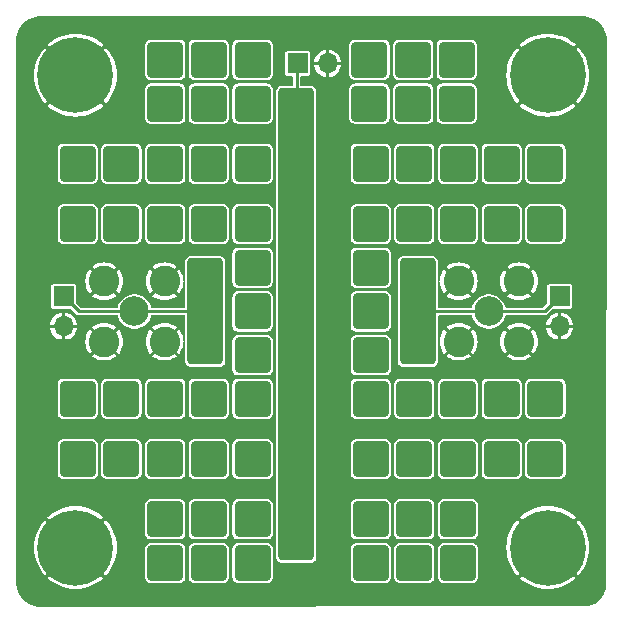
<source format=gtl>
%TF.GenerationSoftware,KiCad,Pcbnew,7.0.10-7.0.10~ubuntu22.04.1*%
%TF.CreationDate,2024-01-03T17:58:32-08:00*%
%TF.ProjectId,YamhillProtoBoard1x1,59616d68-696c-46c5-9072-6f746f426f61,A*%
%TF.SameCoordinates,Original*%
%TF.FileFunction,Copper,L1,Top*%
%TF.FilePolarity,Positive*%
%FSLAX46Y46*%
G04 Gerber Fmt 4.6, Leading zero omitted, Abs format (unit mm)*
G04 Created by KiCad (PCBNEW 7.0.10-7.0.10~ubuntu22.04.1) date 2024-01-03 17:58:32*
%MOMM*%
%LPD*%
G01*
G04 APERTURE LIST*
G04 Aperture macros list*
%AMRoundRect*
0 Rectangle with rounded corners*
0 $1 Rounding radius*
0 $2 $3 $4 $5 $6 $7 $8 $9 X,Y pos of 4 corners*
0 Add a 4 corners polygon primitive as box body*
4,1,4,$2,$3,$4,$5,$6,$7,$8,$9,$2,$3,0*
0 Add four circle primitives for the rounded corners*
1,1,$1+$1,$2,$3*
1,1,$1+$1,$4,$5*
1,1,$1+$1,$6,$7*
1,1,$1+$1,$8,$9*
0 Add four rect primitives between the rounded corners*
20,1,$1+$1,$2,$3,$4,$5,0*
20,1,$1+$1,$4,$5,$6,$7,0*
20,1,$1+$1,$6,$7,$8,$9,0*
20,1,$1+$1,$8,$9,$2,$3,0*%
G04 Aperture macros list end*
%TA.AperFunction,ComponentPad*%
%ADD10C,1.000000*%
%TD*%
%TA.AperFunction,SMDPad,CuDef*%
%ADD11RoundRect,0.300000X-1.200000X-1.200000X1.200000X-1.200000X1.200000X1.200000X-1.200000X1.200000X0*%
%TD*%
%TA.AperFunction,SMDPad,CuDef*%
%ADD12RoundRect,0.300000X1.200000X-4.200000X1.200000X4.200000X-1.200000X4.200000X-1.200000X-4.200000X0*%
%TD*%
%TA.AperFunction,ComponentPad*%
%ADD13C,0.800000*%
%TD*%
%TA.AperFunction,ComponentPad*%
%ADD14C,6.400000*%
%TD*%
%TA.AperFunction,ComponentPad*%
%ADD15R,1.700000X1.700000*%
%TD*%
%TA.AperFunction,ComponentPad*%
%ADD16O,1.700000X1.700000*%
%TD*%
%TA.AperFunction,ComponentPad*%
%ADD17C,2.500000*%
%TD*%
%TA.AperFunction,ComponentPad*%
%ADD18C,2.600000*%
%TD*%
%TA.AperFunction,SMDPad,CuDef*%
%ADD19RoundRect,0.300000X-1.200000X-19.700000X1.200000X-19.700000X1.200000X19.700000X-1.200000X19.700000X0*%
%TD*%
%TA.AperFunction,ViaPad*%
%ADD20C,0.600000*%
%TD*%
%TA.AperFunction,Conductor*%
%ADD21C,0.250000*%
%TD*%
G04 APERTURE END LIST*
D10*
%TO.P,REF\u002A\u002A,1*%
%TO.N,N/C*%
X105200000Y-62500000D03*
D11*
X105200000Y-62500000D03*
%TD*%
D10*
%TO.P,REF\u002A\u002A,1*%
%TO.N,N/C*%
X105200000Y-82400000D03*
D11*
X105200000Y-82400000D03*
%TD*%
D10*
%TO.P,REF\u002A\u002A,1*%
%TO.N,N/C*%
X144800000Y-82400000D03*
D11*
X144800000Y-82400000D03*
%TD*%
D10*
%TO.P,REF\u002A\u002A,1*%
%TO.N,N/C*%
X116300000Y-57400000D03*
D11*
X116300000Y-57400000D03*
%TD*%
D10*
%TO.P,REF\u002A\u002A,1*%
%TO.N,N/C*%
X120000000Y-92600000D03*
D11*
X120000000Y-92600000D03*
%TD*%
D10*
%TO.P,REF\u002A\u002A,1*%
%TO.N,N/C*%
X112600000Y-92600000D03*
D11*
X112600000Y-92600000D03*
%TD*%
D10*
%TO.P,REF\u002A\u002A,1*%
%TO.N,N/C*%
X112600000Y-96300000D03*
D11*
X112600000Y-96300000D03*
%TD*%
D10*
%TO.P,REF\u002A\u002A,1*%
%TO.N,N/C*%
X120000000Y-67600000D03*
D11*
X120000000Y-67600000D03*
%TD*%
D10*
%TO.P,REF\u002A\u002A,1*%
%TO.N,N/C*%
X130000000Y-87500000D03*
D11*
X130000000Y-87500000D03*
%TD*%
D10*
%TO.P,REF\u002A\u002A,1*%
%TO.N,N/C*%
X130000000Y-96300000D03*
D11*
X130000000Y-96300000D03*
%TD*%
D10*
%TO.P,REF\u002A\u002A,1*%
%TO.N,N/C*%
X129900000Y-57400000D03*
D11*
X129900000Y-57400000D03*
%TD*%
D10*
%TO.P,REF\u002A\u002A,1*%
%TO.N,N/C*%
X129900000Y-53700000D03*
D11*
X129900000Y-53700000D03*
%TD*%
D10*
%TO.P,REF\u002A\u002A,1*%
%TO.N,N/C*%
X116300000Y-62500000D03*
D11*
X116300000Y-62500000D03*
%TD*%
D10*
%TO.P,REF\u002A\u002A,1*%
%TO.N,N/C*%
X130000000Y-67600000D03*
D11*
X130000000Y-67600000D03*
%TD*%
D10*
%TO.P,REF\u002A\u002A,1*%
%TO.N,N/C*%
X120000000Y-96300000D03*
D11*
X120000000Y-96300000D03*
%TD*%
D10*
%TO.P,REF\u002A\u002A,1*%
%TO.N,N/C*%
X144800000Y-62500000D03*
D11*
X144800000Y-62500000D03*
%TD*%
D10*
%TO.P,REF\u002A\u002A,1*%
%TO.N,N/C*%
X137400000Y-62500000D03*
D11*
X137400000Y-62500000D03*
%TD*%
D10*
%TO.P,REF\u002A\u002A,1*%
%TO.N,N/C*%
X133700000Y-67600000D03*
D11*
X133700000Y-67600000D03*
%TD*%
D10*
%TO.P,REF\u002A\u002A,1*%
%TO.N,N/C*%
X120000000Y-82400000D03*
D11*
X120000000Y-82400000D03*
%TD*%
D10*
%TO.P,REF\u002A\u002A,1*%
%TO.N,N/C*%
X141100000Y-62500000D03*
D11*
X141100000Y-62500000D03*
%TD*%
D10*
%TO.P,REF\u002A\u002A,1*%
%TO.N,N/C*%
X120000000Y-78700000D03*
D11*
X120000000Y-78700000D03*
%TD*%
D10*
%TO.P,REF\u002A\u002A,1*%
%TO.N,N/C*%
X120000000Y-75000000D03*
D11*
X120000000Y-75000000D03*
%TD*%
D10*
%TO.P,REF\u002A\u002A,1*%
%TO.N,N/C*%
X105200000Y-67600000D03*
D11*
X105200000Y-67600000D03*
%TD*%
D10*
%TO.P,REF\u002A\u002A,1*%
%TO.N,N/C*%
X141100000Y-82400000D03*
D11*
X141100000Y-82400000D03*
%TD*%
D10*
%TO.P,REF\u002A\u002A,1*%
%TO.N,N/C*%
X133700000Y-87500000D03*
D11*
X133700000Y-87500000D03*
%TD*%
D10*
%TO.P,J2,1,Pin_1*%
%TO.N,Net-(J1-In)*%
X116000000Y-78000000D03*
X116000000Y-75000000D03*
D12*
X116000000Y-75000000D03*
D10*
X116000000Y-72000000D03*
%TD*%
%TO.P,REF\u002A\u002A,1*%
%TO.N,N/C*%
X144800000Y-87500000D03*
D11*
X144800000Y-87500000D03*
%TD*%
D10*
%TO.P,REF\u002A\u002A,1*%
%TO.N,N/C*%
X112600000Y-82400000D03*
D11*
X112600000Y-82400000D03*
%TD*%
D10*
%TO.P,REF\u002A\u002A,1*%
%TO.N,N/C*%
X120000000Y-62500000D03*
D11*
X120000000Y-62500000D03*
%TD*%
D10*
%TO.P,REF\u002A\u002A,1*%
%TO.N,N/C*%
X116300000Y-53700000D03*
D11*
X116300000Y-53700000D03*
%TD*%
D13*
%TO.P,H1,1,1*%
%TO.N,GND*%
X102600000Y-55000000D03*
X103302944Y-53302944D03*
X103302944Y-56697056D03*
X105000000Y-52600000D03*
D14*
X105000000Y-55000000D03*
D13*
X105000000Y-57400000D03*
X106697056Y-53302944D03*
X106697056Y-56697056D03*
X107400000Y-55000000D03*
%TD*%
D15*
%TO.P,J3,1,Pin_1*%
%TO.N,Net-(J1-In)*%
X104000000Y-73725000D03*
D16*
%TO.P,J3,2,Pin_2*%
%TO.N,GND*%
X104000000Y-76265000D03*
%TD*%
D10*
%TO.P,REF\u002A\u002A,1*%
%TO.N,N/C*%
X120000000Y-87500000D03*
D11*
X120000000Y-87500000D03*
%TD*%
D10*
%TO.P,REF\u002A\u002A,1*%
%TO.N,N/C*%
X112600000Y-57400000D03*
D11*
X112600000Y-57400000D03*
%TD*%
D10*
%TO.P,REF\u002A\u002A,1*%
%TO.N,N/C*%
X130000000Y-78700000D03*
D11*
X130000000Y-78700000D03*
%TD*%
D10*
%TO.P,REF\u002A\u002A,1*%
%TO.N,N/C*%
X130000000Y-82400000D03*
D11*
X130000000Y-82400000D03*
%TD*%
D10*
%TO.P,REF\u002A\u002A,1*%
%TO.N,N/C*%
X137400000Y-82400000D03*
D11*
X137400000Y-82400000D03*
%TD*%
D10*
%TO.P,REF\u002A\u002A,1*%
%TO.N,N/C*%
X108900000Y-62500000D03*
D11*
X108900000Y-62500000D03*
%TD*%
D10*
%TO.P,REF\u002A\u002A,1*%
%TO.N,N/C*%
X116300000Y-82400000D03*
D11*
X116300000Y-82400000D03*
%TD*%
D17*
%TO.P,J1,1,In*%
%TO.N,Net-(J1-In)*%
X110000000Y-75000000D03*
D18*
%TO.P,J1,2,Ext*%
%TO.N,GND*%
X107450000Y-72450000D03*
X107450000Y-77550000D03*
X112550000Y-72450000D03*
X112550000Y-77550000D03*
%TD*%
D10*
%TO.P,REF\u002A\u002A,1*%
%TO.N,N/C*%
X112600000Y-53700000D03*
D11*
X112600000Y-53700000D03*
%TD*%
D10*
%TO.P,REF\u002A\u002A,1*%
%TO.N,N/C*%
X120000000Y-71300000D03*
D11*
X120000000Y-71300000D03*
%TD*%
D10*
%TO.P,REF\u002A\u002A,1*%
%TO.N,N/C*%
X116300000Y-92600000D03*
D11*
X116300000Y-92600000D03*
%TD*%
D10*
%TO.P,REF\u002A\u002A,1*%
%TO.N,N/C*%
X116300000Y-67600000D03*
D11*
X116300000Y-67600000D03*
%TD*%
D10*
%TO.P,REF\u002A\u002A,1*%
%TO.N,N/C*%
X108900000Y-67600000D03*
D11*
X108900000Y-67600000D03*
%TD*%
D10*
%TO.P,REF\u002A\u002A,1*%
%TO.N,N/C*%
X137400000Y-96300000D03*
D11*
X137400000Y-96300000D03*
%TD*%
D15*
%TO.P,J5,1,Pin_1*%
%TO.N,Net-(J4-In)*%
X146000000Y-73725000D03*
D16*
%TO.P,J5,2,Pin_2*%
%TO.N,GND*%
X146000000Y-76265000D03*
%TD*%
D10*
%TO.P,REF\u002A\u002A,1*%
%TO.N,N/C*%
X133700000Y-82400000D03*
D11*
X133700000Y-82400000D03*
%TD*%
D10*
%TO.P,REF\u002A\u002A,1*%
%TO.N,N/C*%
X137300000Y-53700000D03*
D11*
X137300000Y-53700000D03*
%TD*%
D10*
%TO.P,REF\u002A\u002A,1*%
%TO.N,N/C*%
X133700000Y-96300000D03*
D11*
X133700000Y-96300000D03*
%TD*%
D10*
%TO.P,REF\u002A\u002A,1*%
%TO.N,N/C*%
X130000000Y-92600000D03*
D11*
X130000000Y-92600000D03*
%TD*%
D10*
%TO.P,REF\u002A\u002A,1*%
%TO.N,N/C*%
X116300000Y-87500000D03*
D11*
X116300000Y-87500000D03*
%TD*%
D13*
%TO.P,H2,1,1*%
%TO.N,GND*%
X142600000Y-55000000D03*
X143302944Y-53302944D03*
X143302944Y-56697056D03*
X145000000Y-52600000D03*
D14*
X145000000Y-55000000D03*
D13*
X145000000Y-57400000D03*
X146697056Y-53302944D03*
X146697056Y-56697056D03*
X147400000Y-55000000D03*
%TD*%
D10*
%TO.P,REF\u002A\u002A,1*%
%TO.N,N/C*%
X133700000Y-92600000D03*
D11*
X133700000Y-92600000D03*
%TD*%
D10*
%TO.P,REF\u002A\u002A,1*%
%TO.N,N/C*%
X105200000Y-87500000D03*
D11*
X105200000Y-87500000D03*
%TD*%
D10*
%TO.P,REF\u002A\u002A,1*%
%TO.N,N/C*%
X120000000Y-57400000D03*
D11*
X120000000Y-57400000D03*
%TD*%
D13*
%TO.P,H4,1,1*%
%TO.N,GND*%
X142600000Y-95000000D03*
X143302944Y-93302944D03*
X143302944Y-96697056D03*
X145000000Y-92600000D03*
D14*
X145000000Y-95000000D03*
D13*
X145000000Y-97400000D03*
X146697056Y-93302944D03*
X146697056Y-96697056D03*
X147400000Y-95000000D03*
%TD*%
D10*
%TO.P,REF\u002A\u002A,1*%
%TO.N,N/C*%
X130000000Y-75000000D03*
D11*
X130000000Y-75000000D03*
%TD*%
D10*
%TO.P,J11,1,Pin_1*%
%TO.N,Net-(J10-Pin_1)*%
X123700000Y-58100000D03*
X123700000Y-61100000D03*
X123700000Y-64100000D03*
X123700000Y-67100000D03*
X123700000Y-70100000D03*
X123700000Y-73100000D03*
X123700000Y-76100000D03*
D19*
X123700000Y-76100000D03*
D10*
X123700000Y-79100000D03*
X123700000Y-82100000D03*
X123700000Y-85100000D03*
X123700000Y-88100000D03*
X123700000Y-91100000D03*
X123700000Y-94100000D03*
%TD*%
D13*
%TO.P,H3,1,1*%
%TO.N,GND*%
X102600000Y-95000000D03*
X103302944Y-93302944D03*
X103302944Y-96697056D03*
X105000000Y-92600000D03*
D14*
X105000000Y-95000000D03*
D13*
X105000000Y-97400000D03*
X106697056Y-93302944D03*
X106697056Y-96697056D03*
X107400000Y-95000000D03*
%TD*%
D10*
%TO.P,REF\u002A\u002A,1*%
%TO.N,N/C*%
X130000000Y-71300000D03*
D11*
X130000000Y-71300000D03*
%TD*%
D10*
%TO.P,REF\u002A\u002A,1*%
%TO.N,N/C*%
X137400000Y-92600000D03*
D11*
X137400000Y-92600000D03*
%TD*%
D10*
%TO.P,REF\u002A\u002A,1*%
%TO.N,N/C*%
X112600000Y-62500000D03*
D11*
X112600000Y-62500000D03*
%TD*%
D10*
%TO.P,REF\u002A\u002A,1*%
%TO.N,N/C*%
X144800000Y-67600000D03*
D11*
X144800000Y-67600000D03*
%TD*%
D10*
%TO.P,REF\u002A\u002A,1*%
%TO.N,N/C*%
X108900000Y-87500000D03*
D11*
X108900000Y-87500000D03*
%TD*%
D10*
%TO.P,REF\u002A\u002A,1*%
%TO.N,N/C*%
X112600000Y-87500000D03*
D11*
X112600000Y-87500000D03*
%TD*%
D10*
%TO.P,REF\u002A\u002A,1*%
%TO.N,N/C*%
X137400000Y-67600000D03*
D11*
X137400000Y-67600000D03*
%TD*%
D10*
%TO.P,REF\u002A\u002A,1*%
%TO.N,N/C*%
X141100000Y-67600000D03*
D11*
X141100000Y-67600000D03*
%TD*%
D10*
%TO.P,REF\u002A\u002A,1*%
%TO.N,N/C*%
X137300000Y-57400000D03*
D11*
X137300000Y-57400000D03*
%TD*%
D10*
%TO.P,REF\u002A\u002A,1*%
%TO.N,N/C*%
X130000000Y-62500000D03*
D11*
X130000000Y-62500000D03*
%TD*%
D10*
%TO.P,REF\u002A\u002A,1*%
%TO.N,N/C*%
X116300000Y-96300000D03*
D11*
X116300000Y-96300000D03*
%TD*%
D10*
%TO.P,J6,1,Pin_1*%
%TO.N,Net-(J4-In)*%
X134000000Y-78000000D03*
X134000000Y-75000000D03*
D12*
X134000000Y-75000000D03*
D10*
X134000000Y-72000000D03*
%TD*%
%TO.P,REF\u002A\u002A,1*%
%TO.N,N/C*%
X133600000Y-57400000D03*
D11*
X133600000Y-57400000D03*
%TD*%
D10*
%TO.P,REF\u002A\u002A,1*%
%TO.N,N/C*%
X133700000Y-62500000D03*
D11*
X133700000Y-62500000D03*
%TD*%
D10*
%TO.P,REF\u002A\u002A,1*%
%TO.N,N/C*%
X112600000Y-67600000D03*
D11*
X112600000Y-67600000D03*
%TD*%
D10*
%TO.P,REF\u002A\u002A,1*%
%TO.N,N/C*%
X108900000Y-82400000D03*
D11*
X108900000Y-82400000D03*
%TD*%
D10*
%TO.P,REF\u002A\u002A,1*%
%TO.N,N/C*%
X141100000Y-87500000D03*
D11*
X141100000Y-87500000D03*
%TD*%
D10*
%TO.P,REF\u002A\u002A,1*%
%TO.N,N/C*%
X120000000Y-53700000D03*
D11*
X120000000Y-53700000D03*
%TD*%
D10*
%TO.P,REF\u002A\u002A,1*%
%TO.N,N/C*%
X137400000Y-87500000D03*
D11*
X137400000Y-87500000D03*
%TD*%
D17*
%TO.P,J4,1,In*%
%TO.N,Net-(J4-In)*%
X140000000Y-75000000D03*
D18*
%TO.P,J4,2,Ext*%
%TO.N,GND*%
X137450000Y-72450000D03*
X137450000Y-77550000D03*
X142550000Y-72450000D03*
X142550000Y-77550000D03*
%TD*%
D15*
%TO.P,J10,1,Pin_1*%
%TO.N,Net-(J10-Pin_1)*%
X123825000Y-54000000D03*
D16*
%TO.P,J10,2,Pin_2*%
%TO.N,GND*%
X126365000Y-54000000D03*
%TD*%
D10*
%TO.P,REF\u002A\u002A,1*%
%TO.N,N/C*%
X133600000Y-53700000D03*
D11*
X133600000Y-53700000D03*
%TD*%
D20*
%TO.N,GND*%
X122000000Y-99000000D03*
X142000000Y-99000000D03*
X149000000Y-87000000D03*
X147000000Y-51000000D03*
X101000000Y-87000000D03*
X149000000Y-77000000D03*
X101000000Y-72000000D03*
X122000000Y-51000000D03*
X112000000Y-99000000D03*
X142000000Y-51000000D03*
X127000000Y-51000000D03*
X149000000Y-67000000D03*
X149000000Y-97000000D03*
X149000000Y-52000000D03*
X149000000Y-82000000D03*
X101000000Y-57000000D03*
X101000000Y-52000000D03*
X107000000Y-99000000D03*
X132000000Y-51000000D03*
X117000000Y-51000000D03*
X127000000Y-99000000D03*
X102000000Y-51000000D03*
X149000000Y-72000000D03*
X137000000Y-99000000D03*
X101000000Y-62000000D03*
X101000000Y-67000000D03*
X112000000Y-51000000D03*
X107000000Y-51000000D03*
X149000000Y-62000000D03*
X149000000Y-57000000D03*
X137000000Y-51000000D03*
X101000000Y-82000000D03*
X149000000Y-92000000D03*
X132000000Y-99000000D03*
X101000000Y-97000000D03*
X102000000Y-99000000D03*
X147000000Y-99000000D03*
X101000000Y-92000000D03*
X101000000Y-77000000D03*
X117000000Y-99000000D03*
%TD*%
D21*
%TO.N,Net-(J1-In)*%
X110000000Y-75000000D02*
X116000000Y-75000000D01*
X110000000Y-75000000D02*
X105275000Y-75000000D01*
X105275000Y-75000000D02*
X104000000Y-73725000D01*
%TO.N,Net-(J4-In)*%
X140000000Y-75000000D02*
X144725000Y-75000000D01*
X140000000Y-75000000D02*
X134000000Y-75000000D01*
X144725000Y-75000000D02*
X146000000Y-73725000D01*
%TO.N,Net-(J10-Pin_1)*%
X123725000Y-58075000D02*
X123700000Y-58100000D01*
X123725000Y-54000000D02*
X123725000Y-58075000D01*
%TD*%
%TA.AperFunction,Conductor*%
%TO.N,GND*%
G36*
X106661385Y-96449253D02*
G01*
X106599511Y-96461561D01*
X106516816Y-96516816D01*
X106461561Y-96599511D01*
X106449253Y-96661385D01*
X106020456Y-96232588D01*
X106134870Y-96134870D01*
X106232588Y-96020456D01*
X106661385Y-96449253D01*
G37*
%TD.AperFunction*%
%TA.AperFunction,Conductor*%
G36*
X103865130Y-96134870D02*
G01*
X103979543Y-96232587D01*
X103550746Y-96661384D01*
X103538439Y-96599511D01*
X103483184Y-96516816D01*
X103400489Y-96461561D01*
X103338613Y-96449253D01*
X103767411Y-96020455D01*
X103865130Y-96134870D01*
G37*
%TD.AperFunction*%
%TA.AperFunction,Conductor*%
G36*
X103979544Y-93767411D02*
G01*
X103865130Y-93865130D01*
X103767411Y-93979544D01*
X103338613Y-93550746D01*
X103400489Y-93538439D01*
X103483184Y-93483184D01*
X103538439Y-93400489D01*
X103550746Y-93338613D01*
X103979544Y-93767411D01*
G37*
%TD.AperFunction*%
%TA.AperFunction,Conductor*%
G36*
X106461561Y-93400489D02*
G01*
X106516816Y-93483184D01*
X106599511Y-93538439D01*
X106661384Y-93550746D01*
X106232587Y-93979543D01*
X106134870Y-93865130D01*
X106020455Y-93767411D01*
X106449253Y-93338613D01*
X106461561Y-93400489D01*
G37*
%TD.AperFunction*%
%TA.AperFunction,Conductor*%
G36*
X146661385Y-96449253D02*
G01*
X146599511Y-96461561D01*
X146516816Y-96516816D01*
X146461561Y-96599511D01*
X146449253Y-96661385D01*
X146020456Y-96232588D01*
X146134870Y-96134870D01*
X146232588Y-96020456D01*
X146661385Y-96449253D01*
G37*
%TD.AperFunction*%
%TA.AperFunction,Conductor*%
G36*
X143865130Y-96134870D02*
G01*
X143979543Y-96232587D01*
X143550746Y-96661384D01*
X143538439Y-96599511D01*
X143483184Y-96516816D01*
X143400489Y-96461561D01*
X143338613Y-96449253D01*
X143767411Y-96020455D01*
X143865130Y-96134870D01*
G37*
%TD.AperFunction*%
%TA.AperFunction,Conductor*%
G36*
X143979544Y-93767411D02*
G01*
X143865130Y-93865130D01*
X143767411Y-93979544D01*
X143338613Y-93550746D01*
X143400489Y-93538439D01*
X143483184Y-93483184D01*
X143538439Y-93400489D01*
X143550746Y-93338613D01*
X143979544Y-93767411D01*
G37*
%TD.AperFunction*%
%TA.AperFunction,Conductor*%
G36*
X146461561Y-93400489D02*
G01*
X146516816Y-93483184D01*
X146599511Y-93538439D01*
X146661384Y-93550746D01*
X146232587Y-93979543D01*
X146134870Y-93865130D01*
X146020455Y-93767411D01*
X146449253Y-93338613D01*
X146461561Y-93400489D01*
G37*
%TD.AperFunction*%
%TA.AperFunction,Conductor*%
G36*
X106661385Y-56449253D02*
G01*
X106599511Y-56461561D01*
X106516816Y-56516816D01*
X106461561Y-56599511D01*
X106449253Y-56661385D01*
X106020456Y-56232588D01*
X106134870Y-56134870D01*
X106232588Y-56020456D01*
X106661385Y-56449253D01*
G37*
%TD.AperFunction*%
%TA.AperFunction,Conductor*%
G36*
X103865130Y-56134870D02*
G01*
X103979543Y-56232587D01*
X103550746Y-56661384D01*
X103538439Y-56599511D01*
X103483184Y-56516816D01*
X103400489Y-56461561D01*
X103338613Y-56449253D01*
X103767411Y-56020455D01*
X103865130Y-56134870D01*
G37*
%TD.AperFunction*%
%TA.AperFunction,Conductor*%
G36*
X103979544Y-53767411D02*
G01*
X103865130Y-53865130D01*
X103767411Y-53979544D01*
X103338613Y-53550746D01*
X103400489Y-53538439D01*
X103483184Y-53483184D01*
X103538439Y-53400489D01*
X103550746Y-53338613D01*
X103979544Y-53767411D01*
G37*
%TD.AperFunction*%
%TA.AperFunction,Conductor*%
G36*
X106461561Y-53400489D02*
G01*
X106516816Y-53483184D01*
X106599511Y-53538439D01*
X106661384Y-53550746D01*
X106232587Y-53979543D01*
X106134870Y-53865130D01*
X106020455Y-53767411D01*
X106449253Y-53338613D01*
X106461561Y-53400489D01*
G37*
%TD.AperFunction*%
%TA.AperFunction,Conductor*%
G36*
X146661385Y-56449253D02*
G01*
X146599511Y-56461561D01*
X146516816Y-56516816D01*
X146461561Y-56599511D01*
X146449253Y-56661385D01*
X146020456Y-56232588D01*
X146134870Y-56134870D01*
X146232588Y-56020456D01*
X146661385Y-56449253D01*
G37*
%TD.AperFunction*%
%TA.AperFunction,Conductor*%
G36*
X143865130Y-56134870D02*
G01*
X143979543Y-56232587D01*
X143550746Y-56661384D01*
X143538439Y-56599511D01*
X143483184Y-56516816D01*
X143400489Y-56461561D01*
X143338613Y-56449253D01*
X143767411Y-56020455D01*
X143865130Y-56134870D01*
G37*
%TD.AperFunction*%
%TA.AperFunction,Conductor*%
G36*
X143979544Y-53767411D02*
G01*
X143865130Y-53865130D01*
X143767411Y-53979544D01*
X143338613Y-53550746D01*
X143400489Y-53538439D01*
X143483184Y-53483184D01*
X143538439Y-53400489D01*
X143550746Y-53338613D01*
X143979544Y-53767411D01*
G37*
%TD.AperFunction*%
%TA.AperFunction,Conductor*%
G36*
X146461561Y-53400489D02*
G01*
X146516816Y-53483184D01*
X146599511Y-53538439D01*
X146661384Y-53550746D01*
X146232587Y-53979543D01*
X146134870Y-53865130D01*
X146020455Y-53767411D01*
X146449253Y-53338613D01*
X146461561Y-53400489D01*
G37*
%TD.AperFunction*%
%TA.AperFunction,Conductor*%
G36*
X124666055Y-50000948D02*
G01*
X124887981Y-50001067D01*
X124888183Y-50001067D01*
X124888222Y-50001081D01*
X124888223Y-50001068D01*
X136272024Y-50013226D01*
X148177832Y-50025943D01*
X148185686Y-50026370D01*
X148430663Y-50052841D01*
X148443547Y-50055409D01*
X148681984Y-50125420D01*
X148686985Y-50127085D01*
X148694671Y-50129952D01*
X148699540Y-50131968D01*
X148951239Y-50246914D01*
X148960503Y-50251973D01*
X149191047Y-50400134D01*
X149199500Y-50406462D01*
X149406610Y-50585924D01*
X149414075Y-50593389D01*
X149593537Y-50800499D01*
X149599865Y-50808952D01*
X149748026Y-51039496D01*
X149753086Y-51048762D01*
X149868031Y-51300457D01*
X149870052Y-51305337D01*
X149874513Y-51317297D01*
X149876181Y-51322310D01*
X149943606Y-51551939D01*
X149946180Y-51564880D01*
X149971523Y-51800717D01*
X149971947Y-51808632D01*
X149966958Y-98226211D01*
X149966534Y-98234117D01*
X149943675Y-98446643D01*
X149941102Y-98459577D01*
X149880306Y-98666630D01*
X149878637Y-98671643D01*
X149870048Y-98694670D01*
X149868027Y-98699550D01*
X149753086Y-98951237D01*
X149748026Y-98960503D01*
X149599865Y-99191047D01*
X149593537Y-99199500D01*
X149414075Y-99406610D01*
X149406610Y-99414075D01*
X149199500Y-99593537D01*
X149191047Y-99599865D01*
X148960503Y-99748026D01*
X148951237Y-99753086D01*
X148699542Y-99868031D01*
X148694661Y-99870052D01*
X148673641Y-99877892D01*
X148668648Y-99879554D01*
X148457480Y-99941558D01*
X148444571Y-99944128D01*
X148227805Y-99967505D01*
X148219920Y-99967932D01*
X102116357Y-99998592D01*
X102113691Y-99998546D01*
X101852439Y-99989302D01*
X101844525Y-99988595D01*
X101587590Y-99951653D01*
X101582391Y-99950715D01*
X101580668Y-99950340D01*
X101578542Y-99949877D01*
X101573430Y-99948572D01*
X101307930Y-99870614D01*
X101298038Y-99866925D01*
X101048763Y-99753086D01*
X101039496Y-99748026D01*
X100808952Y-99599865D01*
X100800499Y-99593537D01*
X100593389Y-99414075D01*
X100585924Y-99406610D01*
X100406462Y-99199500D01*
X100400134Y-99191047D01*
X100251973Y-98960503D01*
X100246913Y-98951236D01*
X100133074Y-98701961D01*
X100129385Y-98692069D01*
X100052175Y-98429116D01*
X100049930Y-98418799D01*
X100037632Y-98333264D01*
X100010742Y-98146234D01*
X100010037Y-98138350D01*
X100000547Y-97872635D01*
X100000500Y-97869994D01*
X100000500Y-95000000D01*
X101495197Y-95000000D01*
X101514397Y-95366355D01*
X101514397Y-95366356D01*
X101571783Y-95728683D01*
X101666735Y-96083046D01*
X101798201Y-96425527D01*
X101798205Y-96425538D01*
X101964746Y-96752393D01*
X102164556Y-97060073D01*
X102395426Y-97345173D01*
X102419060Y-97368807D01*
X103055141Y-96732725D01*
X103067449Y-96794601D01*
X103122704Y-96877296D01*
X103205399Y-96932551D01*
X103267272Y-96944858D01*
X102631192Y-97580939D01*
X102654826Y-97604573D01*
X102939926Y-97835443D01*
X103247606Y-98035253D01*
X103574461Y-98201794D01*
X103574472Y-98201798D01*
X103916953Y-98333264D01*
X104271316Y-98428216D01*
X104633643Y-98485602D01*
X105000000Y-98504802D01*
X105366355Y-98485602D01*
X105366356Y-98485602D01*
X105728683Y-98428216D01*
X106083046Y-98333264D01*
X106425527Y-98201798D01*
X106425538Y-98201794D01*
X106752393Y-98035253D01*
X107060073Y-97835443D01*
X107345173Y-97604573D01*
X107368806Y-97580938D01*
X107335741Y-97547873D01*
X110899500Y-97547873D01*
X110905909Y-97607485D01*
X110956202Y-97742329D01*
X110956203Y-97742330D01*
X110956204Y-97742331D01*
X111042454Y-97857546D01*
X111157669Y-97943796D01*
X111157670Y-97943797D01*
X111268605Y-97985172D01*
X111292517Y-97994091D01*
X111352127Y-98000500D01*
X113847872Y-98000499D01*
X113907483Y-97994091D01*
X113974907Y-97968943D01*
X114042329Y-97943797D01*
X114042329Y-97943796D01*
X114042331Y-97943796D01*
X114157546Y-97857546D01*
X114243796Y-97742331D01*
X114294091Y-97607483D01*
X114300500Y-97547873D01*
X114599500Y-97547873D01*
X114605909Y-97607485D01*
X114656202Y-97742329D01*
X114656203Y-97742330D01*
X114656204Y-97742331D01*
X114742454Y-97857546D01*
X114857669Y-97943796D01*
X114857670Y-97943797D01*
X114968605Y-97985172D01*
X114992517Y-97994091D01*
X115052127Y-98000500D01*
X117547872Y-98000499D01*
X117607483Y-97994091D01*
X117674907Y-97968943D01*
X117742329Y-97943797D01*
X117742329Y-97943796D01*
X117742331Y-97943796D01*
X117857546Y-97857546D01*
X117943796Y-97742331D01*
X117994091Y-97607483D01*
X118000500Y-97547873D01*
X118299500Y-97547873D01*
X118305909Y-97607485D01*
X118356202Y-97742329D01*
X118356203Y-97742330D01*
X118356204Y-97742331D01*
X118442454Y-97857546D01*
X118557669Y-97943796D01*
X118557670Y-97943797D01*
X118668605Y-97985172D01*
X118692517Y-97994091D01*
X118752127Y-98000500D01*
X121247872Y-98000499D01*
X121307483Y-97994091D01*
X121374907Y-97968943D01*
X121442329Y-97943797D01*
X121442329Y-97943796D01*
X121442331Y-97943796D01*
X121557546Y-97857546D01*
X121643796Y-97742331D01*
X121694091Y-97607483D01*
X121700500Y-97547873D01*
X128299500Y-97547873D01*
X128305909Y-97607485D01*
X128356202Y-97742329D01*
X128356203Y-97742330D01*
X128356204Y-97742331D01*
X128442454Y-97857546D01*
X128557669Y-97943796D01*
X128557670Y-97943797D01*
X128668605Y-97985172D01*
X128692517Y-97994091D01*
X128752127Y-98000500D01*
X131247872Y-98000499D01*
X131307483Y-97994091D01*
X131374907Y-97968943D01*
X131442329Y-97943797D01*
X131442329Y-97943796D01*
X131442331Y-97943796D01*
X131557546Y-97857546D01*
X131643796Y-97742331D01*
X131694091Y-97607483D01*
X131700500Y-97547873D01*
X131999500Y-97547873D01*
X132005909Y-97607485D01*
X132056202Y-97742329D01*
X132056203Y-97742330D01*
X132056204Y-97742331D01*
X132142454Y-97857546D01*
X132257669Y-97943796D01*
X132257670Y-97943797D01*
X132368605Y-97985172D01*
X132392517Y-97994091D01*
X132452127Y-98000500D01*
X134947872Y-98000499D01*
X135007483Y-97994091D01*
X135074907Y-97968943D01*
X135142329Y-97943797D01*
X135142329Y-97943796D01*
X135142331Y-97943796D01*
X135257546Y-97857546D01*
X135343796Y-97742331D01*
X135394091Y-97607483D01*
X135400500Y-97547873D01*
X135699500Y-97547873D01*
X135705909Y-97607485D01*
X135756202Y-97742329D01*
X135756203Y-97742330D01*
X135756204Y-97742331D01*
X135842454Y-97857546D01*
X135957669Y-97943796D01*
X135957670Y-97943797D01*
X136068605Y-97985172D01*
X136092517Y-97994091D01*
X136152127Y-98000500D01*
X138647872Y-98000499D01*
X138707483Y-97994091D01*
X138774907Y-97968943D01*
X138842329Y-97943797D01*
X138842329Y-97943796D01*
X138842331Y-97943796D01*
X138957546Y-97857546D01*
X139043796Y-97742331D01*
X139094091Y-97607483D01*
X139100500Y-97547873D01*
X139100499Y-95052128D01*
X139094895Y-95000000D01*
X141495197Y-95000000D01*
X141514397Y-95366355D01*
X141514397Y-95366356D01*
X141571783Y-95728683D01*
X141666735Y-96083046D01*
X141798201Y-96425527D01*
X141798205Y-96425538D01*
X141964746Y-96752393D01*
X142164556Y-97060073D01*
X142395426Y-97345173D01*
X142419060Y-97368807D01*
X143055141Y-96732725D01*
X143067449Y-96794601D01*
X143122704Y-96877296D01*
X143205399Y-96932551D01*
X143267272Y-96944858D01*
X142631192Y-97580939D01*
X142654826Y-97604573D01*
X142939926Y-97835443D01*
X143247606Y-98035253D01*
X143574461Y-98201794D01*
X143574472Y-98201798D01*
X143916953Y-98333264D01*
X144271316Y-98428216D01*
X144633643Y-98485602D01*
X145000000Y-98504802D01*
X145366355Y-98485602D01*
X145366356Y-98485602D01*
X145728683Y-98428216D01*
X146083046Y-98333264D01*
X146425527Y-98201798D01*
X146425538Y-98201794D01*
X146752393Y-98035253D01*
X147060073Y-97835443D01*
X147345173Y-97604573D01*
X147368806Y-97580938D01*
X146732726Y-96944858D01*
X146794601Y-96932551D01*
X146877296Y-96877296D01*
X146932551Y-96794601D01*
X146944858Y-96732726D01*
X147580938Y-97368806D01*
X147604573Y-97345173D01*
X147835443Y-97060073D01*
X148035253Y-96752393D01*
X148201794Y-96425538D01*
X148201798Y-96425527D01*
X148333264Y-96083046D01*
X148428216Y-95728683D01*
X148485602Y-95366356D01*
X148485602Y-95366355D01*
X148504802Y-95000000D01*
X148485602Y-94633644D01*
X148485602Y-94633643D01*
X148428216Y-94271316D01*
X148333264Y-93916953D01*
X148201794Y-93574461D01*
X148201791Y-93574456D01*
X148035253Y-93247607D01*
X147835443Y-92939926D01*
X147604573Y-92654826D01*
X147580939Y-92631192D01*
X146944858Y-93267272D01*
X146932551Y-93205399D01*
X146877296Y-93122704D01*
X146794601Y-93067449D01*
X146732725Y-93055141D01*
X147368807Y-92419060D01*
X147345173Y-92395426D01*
X147060073Y-92164556D01*
X146752393Y-91964746D01*
X146425538Y-91798205D01*
X146425527Y-91798201D01*
X146083046Y-91666735D01*
X145728683Y-91571783D01*
X145366356Y-91514397D01*
X145000000Y-91495197D01*
X144633644Y-91514397D01*
X144633643Y-91514397D01*
X144271316Y-91571783D01*
X143916953Y-91666735D01*
X143574461Y-91798205D01*
X143574456Y-91798208D01*
X143247607Y-91964746D01*
X142939926Y-92164556D01*
X142654827Y-92395425D01*
X142631192Y-92419059D01*
X143267274Y-93055141D01*
X143205399Y-93067449D01*
X143122704Y-93122704D01*
X143067449Y-93205399D01*
X143055141Y-93267274D01*
X142419059Y-92631192D01*
X142395425Y-92654827D01*
X142164556Y-92939926D01*
X141964746Y-93247607D01*
X141798208Y-93574456D01*
X141798205Y-93574461D01*
X141666735Y-93916953D01*
X141571783Y-94271316D01*
X141514397Y-94633643D01*
X141514397Y-94633644D01*
X141495197Y-95000000D01*
X139094895Y-95000000D01*
X139094091Y-94992517D01*
X139094089Y-94992512D01*
X139043797Y-94857670D01*
X139043796Y-94857669D01*
X138974053Y-94764505D01*
X138957546Y-94742454D01*
X138842331Y-94656204D01*
X138842330Y-94656203D01*
X138842329Y-94656202D01*
X138707487Y-94605910D01*
X138707484Y-94605909D01*
X138707483Y-94605909D01*
X138647873Y-94599500D01*
X136152126Y-94599500D01*
X136092514Y-94605909D01*
X135957670Y-94656202D01*
X135957669Y-94656203D01*
X135842454Y-94742454D01*
X135756203Y-94857669D01*
X135756202Y-94857670D01*
X135705910Y-94992512D01*
X135705909Y-94992517D01*
X135699500Y-95052126D01*
X135699500Y-97547873D01*
X135400500Y-97547873D01*
X135400499Y-95052128D01*
X135394091Y-94992517D01*
X135394089Y-94992512D01*
X135343797Y-94857670D01*
X135343796Y-94857669D01*
X135274053Y-94764505D01*
X135257546Y-94742454D01*
X135142331Y-94656204D01*
X135142330Y-94656203D01*
X135142329Y-94656202D01*
X135007487Y-94605910D01*
X135007484Y-94605909D01*
X135007483Y-94605909D01*
X134947873Y-94599500D01*
X132452126Y-94599500D01*
X132392514Y-94605909D01*
X132257670Y-94656202D01*
X132257669Y-94656203D01*
X132142454Y-94742454D01*
X132056203Y-94857669D01*
X132056202Y-94857670D01*
X132005910Y-94992512D01*
X132005909Y-94992517D01*
X131999500Y-95052126D01*
X131999500Y-97547873D01*
X131700500Y-97547873D01*
X131700499Y-95052128D01*
X131694091Y-94992517D01*
X131694089Y-94992512D01*
X131643797Y-94857670D01*
X131643796Y-94857669D01*
X131574053Y-94764505D01*
X131557546Y-94742454D01*
X131442331Y-94656204D01*
X131442330Y-94656203D01*
X131442329Y-94656202D01*
X131307487Y-94605910D01*
X131307484Y-94605909D01*
X131307483Y-94605909D01*
X131247873Y-94599500D01*
X128752126Y-94599500D01*
X128692514Y-94605909D01*
X128557670Y-94656202D01*
X128557669Y-94656203D01*
X128442454Y-94742454D01*
X128356203Y-94857669D01*
X128356202Y-94857670D01*
X128305910Y-94992512D01*
X128305909Y-94992517D01*
X128299500Y-95052126D01*
X128299500Y-97547873D01*
X121700500Y-97547873D01*
X121700499Y-95847873D01*
X121999500Y-95847873D01*
X122005909Y-95907485D01*
X122056202Y-96042329D01*
X122056203Y-96042330D01*
X122056204Y-96042331D01*
X122142454Y-96157546D01*
X122257669Y-96243796D01*
X122257670Y-96243797D01*
X122368605Y-96285172D01*
X122392517Y-96294091D01*
X122452127Y-96300500D01*
X124947872Y-96300499D01*
X125007483Y-96294091D01*
X125074907Y-96268943D01*
X125142329Y-96243797D01*
X125142329Y-96243796D01*
X125142331Y-96243796D01*
X125257546Y-96157546D01*
X125343796Y-96042331D01*
X125394091Y-95907483D01*
X125400500Y-95847873D01*
X125400500Y-93847873D01*
X128299500Y-93847873D01*
X128305909Y-93907485D01*
X128356202Y-94042329D01*
X128356203Y-94042330D01*
X128356204Y-94042331D01*
X128442454Y-94157546D01*
X128557669Y-94243796D01*
X128557670Y-94243797D01*
X128631596Y-94271369D01*
X128692517Y-94294091D01*
X128752127Y-94300500D01*
X131247872Y-94300499D01*
X131307483Y-94294091D01*
X131374907Y-94268943D01*
X131442329Y-94243797D01*
X131442329Y-94243796D01*
X131442331Y-94243796D01*
X131557546Y-94157546D01*
X131643796Y-94042331D01*
X131694091Y-93907483D01*
X131700500Y-93847873D01*
X131999500Y-93847873D01*
X132005909Y-93907485D01*
X132056202Y-94042329D01*
X132056203Y-94042330D01*
X132056204Y-94042331D01*
X132142454Y-94157546D01*
X132257669Y-94243796D01*
X132257670Y-94243797D01*
X132331596Y-94271369D01*
X132392517Y-94294091D01*
X132452127Y-94300500D01*
X134947872Y-94300499D01*
X135007483Y-94294091D01*
X135074907Y-94268943D01*
X135142329Y-94243797D01*
X135142329Y-94243796D01*
X135142331Y-94243796D01*
X135257546Y-94157546D01*
X135343796Y-94042331D01*
X135394091Y-93907483D01*
X135400500Y-93847873D01*
X135699500Y-93847873D01*
X135705909Y-93907485D01*
X135756202Y-94042329D01*
X135756203Y-94042330D01*
X135756204Y-94042331D01*
X135842454Y-94157546D01*
X135957669Y-94243796D01*
X135957670Y-94243797D01*
X136031596Y-94271369D01*
X136092517Y-94294091D01*
X136152127Y-94300500D01*
X138647872Y-94300499D01*
X138707483Y-94294091D01*
X138774907Y-94268943D01*
X138842329Y-94243797D01*
X138842329Y-94243796D01*
X138842331Y-94243796D01*
X138957546Y-94157546D01*
X139043796Y-94042331D01*
X139094091Y-93907483D01*
X139100500Y-93847873D01*
X139100499Y-91352128D01*
X139094091Y-91292517D01*
X139094089Y-91292512D01*
X139043797Y-91157670D01*
X139043796Y-91157669D01*
X138957546Y-91042454D01*
X138842331Y-90956204D01*
X138842330Y-90956203D01*
X138842329Y-90956202D01*
X138707487Y-90905910D01*
X138707484Y-90905909D01*
X138707483Y-90905909D01*
X138647873Y-90899500D01*
X136152126Y-90899500D01*
X136092514Y-90905909D01*
X135957670Y-90956202D01*
X135957669Y-90956203D01*
X135842454Y-91042454D01*
X135756203Y-91157669D01*
X135756202Y-91157670D01*
X135705910Y-91292512D01*
X135705909Y-91292517D01*
X135699500Y-91352126D01*
X135699500Y-93847873D01*
X135400500Y-93847873D01*
X135400499Y-91352128D01*
X135394091Y-91292517D01*
X135394089Y-91292512D01*
X135343797Y-91157670D01*
X135343796Y-91157669D01*
X135257546Y-91042454D01*
X135142331Y-90956204D01*
X135142330Y-90956203D01*
X135142329Y-90956202D01*
X135007487Y-90905910D01*
X135007484Y-90905909D01*
X135007483Y-90905909D01*
X134947873Y-90899500D01*
X132452126Y-90899500D01*
X132392514Y-90905909D01*
X132257670Y-90956202D01*
X132257669Y-90956203D01*
X132142454Y-91042454D01*
X132056203Y-91157669D01*
X132056202Y-91157670D01*
X132005910Y-91292512D01*
X132005909Y-91292517D01*
X131999500Y-91352126D01*
X131999500Y-93847873D01*
X131700500Y-93847873D01*
X131700499Y-91352128D01*
X131694091Y-91292517D01*
X131694089Y-91292512D01*
X131643797Y-91157670D01*
X131643796Y-91157669D01*
X131557546Y-91042454D01*
X131442331Y-90956204D01*
X131442330Y-90956203D01*
X131442329Y-90956202D01*
X131307487Y-90905910D01*
X131307484Y-90905909D01*
X131307483Y-90905909D01*
X131247873Y-90899500D01*
X128752126Y-90899500D01*
X128692514Y-90905909D01*
X128557670Y-90956202D01*
X128557669Y-90956203D01*
X128442454Y-91042454D01*
X128356203Y-91157669D01*
X128356202Y-91157670D01*
X128305910Y-91292512D01*
X128305909Y-91292517D01*
X128299500Y-91352126D01*
X128299500Y-93847873D01*
X125400500Y-93847873D01*
X125400499Y-88747873D01*
X128299500Y-88747873D01*
X128305909Y-88807485D01*
X128356202Y-88942329D01*
X128356203Y-88942330D01*
X128356204Y-88942331D01*
X128442454Y-89057546D01*
X128557669Y-89143796D01*
X128557670Y-89143797D01*
X128668605Y-89185172D01*
X128692517Y-89194091D01*
X128752127Y-89200500D01*
X131247872Y-89200499D01*
X131307483Y-89194091D01*
X131374907Y-89168943D01*
X131442329Y-89143797D01*
X131442329Y-89143796D01*
X131442331Y-89143796D01*
X131557546Y-89057546D01*
X131643796Y-88942331D01*
X131694091Y-88807483D01*
X131700500Y-88747873D01*
X131999500Y-88747873D01*
X132005909Y-88807485D01*
X132056202Y-88942329D01*
X132056203Y-88942330D01*
X132056204Y-88942331D01*
X132142454Y-89057546D01*
X132257669Y-89143796D01*
X132257670Y-89143797D01*
X132368605Y-89185172D01*
X132392517Y-89194091D01*
X132452127Y-89200500D01*
X134947872Y-89200499D01*
X135007483Y-89194091D01*
X135074907Y-89168943D01*
X135142329Y-89143797D01*
X135142329Y-89143796D01*
X135142331Y-89143796D01*
X135257546Y-89057546D01*
X135343796Y-88942331D01*
X135394091Y-88807483D01*
X135400500Y-88747873D01*
X135699500Y-88747873D01*
X135705909Y-88807485D01*
X135756202Y-88942329D01*
X135756203Y-88942330D01*
X135756204Y-88942331D01*
X135842454Y-89057546D01*
X135957669Y-89143796D01*
X135957670Y-89143797D01*
X136068605Y-89185172D01*
X136092517Y-89194091D01*
X136152127Y-89200500D01*
X138647872Y-89200499D01*
X138707483Y-89194091D01*
X138774907Y-89168943D01*
X138842329Y-89143797D01*
X138842329Y-89143796D01*
X138842331Y-89143796D01*
X138957546Y-89057546D01*
X139043796Y-88942331D01*
X139094091Y-88807483D01*
X139100500Y-88747873D01*
X139399500Y-88747873D01*
X139405909Y-88807485D01*
X139456202Y-88942329D01*
X139456203Y-88942330D01*
X139456204Y-88942331D01*
X139542454Y-89057546D01*
X139657669Y-89143796D01*
X139657670Y-89143797D01*
X139768605Y-89185172D01*
X139792517Y-89194091D01*
X139852127Y-89200500D01*
X142347872Y-89200499D01*
X142407483Y-89194091D01*
X142474907Y-89168943D01*
X142542329Y-89143797D01*
X142542329Y-89143796D01*
X142542331Y-89143796D01*
X142657546Y-89057546D01*
X142743796Y-88942331D01*
X142794091Y-88807483D01*
X142800500Y-88747873D01*
X143099500Y-88747873D01*
X143105909Y-88807485D01*
X143156202Y-88942329D01*
X143156203Y-88942330D01*
X143156204Y-88942331D01*
X143242454Y-89057546D01*
X143357669Y-89143796D01*
X143357670Y-89143797D01*
X143468605Y-89185172D01*
X143492517Y-89194091D01*
X143552127Y-89200500D01*
X146047872Y-89200499D01*
X146107483Y-89194091D01*
X146174907Y-89168943D01*
X146242329Y-89143797D01*
X146242329Y-89143796D01*
X146242331Y-89143796D01*
X146357546Y-89057546D01*
X146443796Y-88942331D01*
X146494091Y-88807483D01*
X146500500Y-88747873D01*
X146500499Y-86252128D01*
X146494091Y-86192517D01*
X146494089Y-86192512D01*
X146443797Y-86057670D01*
X146443796Y-86057669D01*
X146357546Y-85942454D01*
X146242331Y-85856204D01*
X146242330Y-85856203D01*
X146242329Y-85856202D01*
X146107487Y-85805910D01*
X146107484Y-85805909D01*
X146107483Y-85805909D01*
X146047873Y-85799500D01*
X143552126Y-85799500D01*
X143492514Y-85805909D01*
X143357670Y-85856202D01*
X143357669Y-85856203D01*
X143242454Y-85942454D01*
X143156203Y-86057669D01*
X143156202Y-86057670D01*
X143105910Y-86192512D01*
X143105909Y-86192517D01*
X143099500Y-86252126D01*
X143099500Y-88747873D01*
X142800500Y-88747873D01*
X142800499Y-86252128D01*
X142794091Y-86192517D01*
X142794089Y-86192512D01*
X142743797Y-86057670D01*
X142743796Y-86057669D01*
X142657546Y-85942454D01*
X142542331Y-85856204D01*
X142542330Y-85856203D01*
X142542329Y-85856202D01*
X142407487Y-85805910D01*
X142407484Y-85805909D01*
X142407483Y-85805909D01*
X142347873Y-85799500D01*
X139852126Y-85799500D01*
X139792514Y-85805909D01*
X139657670Y-85856202D01*
X139657669Y-85856203D01*
X139542454Y-85942454D01*
X139456203Y-86057669D01*
X139456202Y-86057670D01*
X139405910Y-86192512D01*
X139405909Y-86192517D01*
X139399500Y-86252126D01*
X139399500Y-88747873D01*
X139100500Y-88747873D01*
X139100499Y-86252128D01*
X139094091Y-86192517D01*
X139094089Y-86192512D01*
X139043797Y-86057670D01*
X139043796Y-86057669D01*
X138957546Y-85942454D01*
X138842331Y-85856204D01*
X138842330Y-85856203D01*
X138842329Y-85856202D01*
X138707487Y-85805910D01*
X138707484Y-85805909D01*
X138707483Y-85805909D01*
X138647873Y-85799500D01*
X136152126Y-85799500D01*
X136092514Y-85805909D01*
X135957670Y-85856202D01*
X135957669Y-85856203D01*
X135842454Y-85942454D01*
X135756203Y-86057669D01*
X135756202Y-86057670D01*
X135705910Y-86192512D01*
X135705909Y-86192517D01*
X135699500Y-86252126D01*
X135699500Y-88747873D01*
X135400500Y-88747873D01*
X135400499Y-86252128D01*
X135394091Y-86192517D01*
X135394089Y-86192512D01*
X135343797Y-86057670D01*
X135343796Y-86057669D01*
X135257546Y-85942454D01*
X135142331Y-85856204D01*
X135142330Y-85856203D01*
X135142329Y-85856202D01*
X135007487Y-85805910D01*
X135007484Y-85805909D01*
X135007483Y-85805909D01*
X134947873Y-85799500D01*
X132452126Y-85799500D01*
X132392514Y-85805909D01*
X132257670Y-85856202D01*
X132257669Y-85856203D01*
X132142454Y-85942454D01*
X132056203Y-86057669D01*
X132056202Y-86057670D01*
X132005910Y-86192512D01*
X132005909Y-86192517D01*
X131999500Y-86252126D01*
X131999500Y-88747873D01*
X131700500Y-88747873D01*
X131700499Y-86252128D01*
X131694091Y-86192517D01*
X131694089Y-86192512D01*
X131643797Y-86057670D01*
X131643796Y-86057669D01*
X131557546Y-85942454D01*
X131442331Y-85856204D01*
X131442330Y-85856203D01*
X131442329Y-85856202D01*
X131307487Y-85805910D01*
X131307484Y-85805909D01*
X131307483Y-85805909D01*
X131247873Y-85799500D01*
X128752126Y-85799500D01*
X128692514Y-85805909D01*
X128557670Y-85856202D01*
X128557669Y-85856203D01*
X128442454Y-85942454D01*
X128356203Y-86057669D01*
X128356202Y-86057670D01*
X128305910Y-86192512D01*
X128305909Y-86192517D01*
X128299500Y-86252126D01*
X128299500Y-88747873D01*
X125400499Y-88747873D01*
X125400499Y-83647873D01*
X128299500Y-83647873D01*
X128305909Y-83707485D01*
X128356202Y-83842329D01*
X128356203Y-83842330D01*
X128356204Y-83842331D01*
X128442454Y-83957546D01*
X128557669Y-84043796D01*
X128557670Y-84043797D01*
X128668605Y-84085172D01*
X128692517Y-84094091D01*
X128752127Y-84100500D01*
X131247872Y-84100499D01*
X131307483Y-84094091D01*
X131374907Y-84068943D01*
X131442329Y-84043797D01*
X131442329Y-84043796D01*
X131442331Y-84043796D01*
X131557546Y-83957546D01*
X131643796Y-83842331D01*
X131694091Y-83707483D01*
X131700500Y-83647873D01*
X131999500Y-83647873D01*
X132005909Y-83707485D01*
X132056202Y-83842329D01*
X132056203Y-83842330D01*
X132056204Y-83842331D01*
X132142454Y-83957546D01*
X132257669Y-84043796D01*
X132257670Y-84043797D01*
X132368605Y-84085172D01*
X132392517Y-84094091D01*
X132452127Y-84100500D01*
X134947872Y-84100499D01*
X135007483Y-84094091D01*
X135074907Y-84068943D01*
X135142329Y-84043797D01*
X135142329Y-84043796D01*
X135142331Y-84043796D01*
X135257546Y-83957546D01*
X135343796Y-83842331D01*
X135394091Y-83707483D01*
X135400500Y-83647873D01*
X135699500Y-83647873D01*
X135705909Y-83707485D01*
X135756202Y-83842329D01*
X135756203Y-83842330D01*
X135756204Y-83842331D01*
X135842454Y-83957546D01*
X135957669Y-84043796D01*
X135957670Y-84043797D01*
X136068605Y-84085172D01*
X136092517Y-84094091D01*
X136152127Y-84100500D01*
X138647872Y-84100499D01*
X138707483Y-84094091D01*
X138774907Y-84068943D01*
X138842329Y-84043797D01*
X138842329Y-84043796D01*
X138842331Y-84043796D01*
X138957546Y-83957546D01*
X139043796Y-83842331D01*
X139094091Y-83707483D01*
X139100500Y-83647873D01*
X139399500Y-83647873D01*
X139405909Y-83707485D01*
X139456202Y-83842329D01*
X139456203Y-83842330D01*
X139456204Y-83842331D01*
X139542454Y-83957546D01*
X139657669Y-84043796D01*
X139657670Y-84043797D01*
X139768605Y-84085172D01*
X139792517Y-84094091D01*
X139852127Y-84100500D01*
X142347872Y-84100499D01*
X142407483Y-84094091D01*
X142474907Y-84068943D01*
X142542329Y-84043797D01*
X142542329Y-84043796D01*
X142542331Y-84043796D01*
X142657546Y-83957546D01*
X142743796Y-83842331D01*
X142794091Y-83707483D01*
X142800500Y-83647873D01*
X143099500Y-83647873D01*
X143105909Y-83707485D01*
X143156202Y-83842329D01*
X143156203Y-83842330D01*
X143156204Y-83842331D01*
X143242454Y-83957546D01*
X143357669Y-84043796D01*
X143357670Y-84043797D01*
X143468605Y-84085172D01*
X143492517Y-84094091D01*
X143552127Y-84100500D01*
X146047872Y-84100499D01*
X146107483Y-84094091D01*
X146174907Y-84068943D01*
X146242329Y-84043797D01*
X146242329Y-84043796D01*
X146242331Y-84043796D01*
X146357546Y-83957546D01*
X146443796Y-83842331D01*
X146494091Y-83707483D01*
X146500500Y-83647873D01*
X146500499Y-81152128D01*
X146494091Y-81092517D01*
X146494089Y-81092512D01*
X146443797Y-80957670D01*
X146443796Y-80957669D01*
X146357546Y-80842454D01*
X146242331Y-80756204D01*
X146242330Y-80756203D01*
X146242329Y-80756202D01*
X146107487Y-80705910D01*
X146107484Y-80705909D01*
X146107483Y-80705909D01*
X146047873Y-80699500D01*
X143552126Y-80699500D01*
X143492514Y-80705909D01*
X143357670Y-80756202D01*
X143357669Y-80756203D01*
X143242454Y-80842454D01*
X143156203Y-80957669D01*
X143156202Y-80957670D01*
X143105910Y-81092512D01*
X143105909Y-81092517D01*
X143099500Y-81152126D01*
X143099500Y-83647873D01*
X142800500Y-83647873D01*
X142800499Y-81152128D01*
X142794091Y-81092517D01*
X142794089Y-81092512D01*
X142743797Y-80957670D01*
X142743796Y-80957669D01*
X142657546Y-80842454D01*
X142542331Y-80756204D01*
X142542330Y-80756203D01*
X142542329Y-80756202D01*
X142407487Y-80705910D01*
X142407484Y-80705909D01*
X142407483Y-80705909D01*
X142347873Y-80699500D01*
X139852126Y-80699500D01*
X139792514Y-80705909D01*
X139657670Y-80756202D01*
X139657669Y-80756203D01*
X139542454Y-80842454D01*
X139456203Y-80957669D01*
X139456202Y-80957670D01*
X139405910Y-81092512D01*
X139405909Y-81092517D01*
X139399500Y-81152126D01*
X139399500Y-83647873D01*
X139100500Y-83647873D01*
X139100499Y-81152128D01*
X139094091Y-81092517D01*
X139094089Y-81092512D01*
X139043797Y-80957670D01*
X139043796Y-80957669D01*
X138957546Y-80842454D01*
X138842331Y-80756204D01*
X138842330Y-80756203D01*
X138842329Y-80756202D01*
X138707487Y-80705910D01*
X138707484Y-80705909D01*
X138707483Y-80705909D01*
X138647873Y-80699500D01*
X136152126Y-80699500D01*
X136092514Y-80705909D01*
X135957670Y-80756202D01*
X135957669Y-80756203D01*
X135842454Y-80842454D01*
X135756203Y-80957669D01*
X135756202Y-80957670D01*
X135705910Y-81092512D01*
X135705909Y-81092517D01*
X135699500Y-81152126D01*
X135699500Y-83647873D01*
X135400500Y-83647873D01*
X135400499Y-81152128D01*
X135394091Y-81092517D01*
X135394089Y-81092512D01*
X135343797Y-80957670D01*
X135343796Y-80957669D01*
X135257546Y-80842454D01*
X135142331Y-80756204D01*
X135142330Y-80756203D01*
X135142329Y-80756202D01*
X135007487Y-80705910D01*
X135007484Y-80705909D01*
X135007483Y-80705909D01*
X134947873Y-80699500D01*
X132452126Y-80699500D01*
X132392514Y-80705909D01*
X132257670Y-80756202D01*
X132257669Y-80756203D01*
X132142454Y-80842454D01*
X132056203Y-80957669D01*
X132056202Y-80957670D01*
X132005910Y-81092512D01*
X132005909Y-81092517D01*
X131999500Y-81152126D01*
X131999500Y-83647873D01*
X131700500Y-83647873D01*
X131700499Y-81152128D01*
X131694091Y-81092517D01*
X131694089Y-81092512D01*
X131643797Y-80957670D01*
X131643796Y-80957669D01*
X131557546Y-80842454D01*
X131442331Y-80756204D01*
X131442330Y-80756203D01*
X131442329Y-80756202D01*
X131307487Y-80705910D01*
X131307484Y-80705909D01*
X131307483Y-80705909D01*
X131247873Y-80699500D01*
X128752126Y-80699500D01*
X128692514Y-80705909D01*
X128557670Y-80756202D01*
X128557669Y-80756203D01*
X128442454Y-80842454D01*
X128356203Y-80957669D01*
X128356202Y-80957670D01*
X128305910Y-81092512D01*
X128305909Y-81092517D01*
X128299500Y-81152126D01*
X128299500Y-83647873D01*
X125400499Y-83647873D01*
X125400499Y-79947873D01*
X128299500Y-79947873D01*
X128305909Y-80007485D01*
X128356202Y-80142329D01*
X128356203Y-80142330D01*
X128356204Y-80142331D01*
X128442454Y-80257546D01*
X128557669Y-80343796D01*
X128557670Y-80343797D01*
X128668605Y-80385172D01*
X128692517Y-80394091D01*
X128752127Y-80400500D01*
X131247872Y-80400499D01*
X131307483Y-80394091D01*
X131374907Y-80368943D01*
X131442329Y-80343797D01*
X131442329Y-80343796D01*
X131442331Y-80343796D01*
X131557546Y-80257546D01*
X131643796Y-80142331D01*
X131694091Y-80007483D01*
X131700500Y-79947873D01*
X131700500Y-79247873D01*
X132299500Y-79247873D01*
X132305909Y-79307485D01*
X132356202Y-79442329D01*
X132356203Y-79442330D01*
X132356204Y-79442331D01*
X132442454Y-79557546D01*
X132557669Y-79643796D01*
X132557670Y-79643797D01*
X132668605Y-79685172D01*
X132692517Y-79694091D01*
X132752127Y-79700500D01*
X135247872Y-79700499D01*
X135307483Y-79694091D01*
X135374907Y-79668943D01*
X135442329Y-79643797D01*
X135442329Y-79643796D01*
X135442331Y-79643796D01*
X135557546Y-79557546D01*
X135643796Y-79442331D01*
X135694091Y-79307483D01*
X135700500Y-79247873D01*
X135700500Y-77596718D01*
X135716506Y-77552744D01*
X135828375Y-77552744D01*
X135844037Y-77571409D01*
X135848272Y-77590912D01*
X135864811Y-77801069D01*
X135923602Y-78045952D01*
X136019982Y-78278633D01*
X136019986Y-78278640D01*
X136151569Y-78493364D01*
X136151572Y-78493369D01*
X136217410Y-78570455D01*
X136217411Y-78570455D01*
X136787908Y-77999957D01*
X136820577Y-78051948D01*
X136948052Y-78179423D01*
X137000041Y-78212089D01*
X136429542Y-78782588D01*
X136506636Y-78848430D01*
X136506637Y-78848431D01*
X136721359Y-78980013D01*
X136721366Y-78980017D01*
X136954047Y-79076397D01*
X137198930Y-79135188D01*
X137198929Y-79135188D01*
X137450000Y-79154947D01*
X137701069Y-79135188D01*
X137945952Y-79076397D01*
X138178633Y-78980017D01*
X138178640Y-78980013D01*
X138393362Y-78848431D01*
X138393363Y-78848430D01*
X138470455Y-78782588D01*
X138470455Y-78782587D01*
X137899958Y-78212090D01*
X137951948Y-78179423D01*
X138079423Y-78051948D01*
X138112090Y-77999958D01*
X138682587Y-78570455D01*
X138682588Y-78570455D01*
X138748430Y-78493363D01*
X138748431Y-78493362D01*
X138880013Y-78278640D01*
X138880017Y-78278633D01*
X138976397Y-78045952D01*
X139035188Y-77801069D01*
X139054947Y-77550000D01*
X140945052Y-77550000D01*
X140964811Y-77801069D01*
X141023602Y-78045952D01*
X141119982Y-78278633D01*
X141119986Y-78278640D01*
X141251569Y-78493364D01*
X141251572Y-78493369D01*
X141317410Y-78570455D01*
X141317411Y-78570455D01*
X141887908Y-77999957D01*
X141920577Y-78051948D01*
X142048052Y-78179423D01*
X142100041Y-78212090D01*
X141529543Y-78782588D01*
X141606636Y-78848430D01*
X141606637Y-78848431D01*
X141821359Y-78980013D01*
X141821366Y-78980017D01*
X142054047Y-79076397D01*
X142298930Y-79135188D01*
X142298929Y-79135188D01*
X142550000Y-79154947D01*
X142801069Y-79135188D01*
X143045952Y-79076397D01*
X143278633Y-78980017D01*
X143278640Y-78980013D01*
X143493362Y-78848431D01*
X143493363Y-78848430D01*
X143570455Y-78782588D01*
X143570455Y-78782587D01*
X142999958Y-78212090D01*
X143051948Y-78179423D01*
X143179423Y-78051948D01*
X143212090Y-77999958D01*
X143782587Y-78570455D01*
X143782588Y-78570455D01*
X143848430Y-78493363D01*
X143848431Y-78493362D01*
X143980013Y-78278640D01*
X143980017Y-78278633D01*
X144076397Y-78045952D01*
X144135188Y-77801069D01*
X144154947Y-77550000D01*
X144135188Y-77298930D01*
X144076397Y-77054047D01*
X143980017Y-76821366D01*
X143980013Y-76821359D01*
X143848431Y-76606637D01*
X143848430Y-76606636D01*
X143782588Y-76529543D01*
X143212089Y-77100041D01*
X143179423Y-77048052D01*
X143051948Y-76920577D01*
X142999957Y-76887908D01*
X143472865Y-76415001D01*
X144858972Y-76415001D01*
X144864736Y-76477204D01*
X144864738Y-76477218D01*
X144923061Y-76682202D01*
X144923064Y-76682212D01*
X145018059Y-76872988D01*
X145018063Y-76872994D01*
X145146501Y-77043071D01*
X145304003Y-77186653D01*
X145485200Y-77298844D01*
X145485210Y-77298849D01*
X145683935Y-77375836D01*
X145849999Y-77406879D01*
X145850000Y-77406879D01*
X145850000Y-76746170D01*
X145857685Y-76749680D01*
X145964237Y-76765000D01*
X146035763Y-76765000D01*
X146142315Y-76749680D01*
X146150000Y-76746170D01*
X146150000Y-77406879D01*
X146316064Y-77375836D01*
X146514789Y-77298849D01*
X146514799Y-77298844D01*
X146695996Y-77186653D01*
X146853498Y-77043071D01*
X146981936Y-76872994D01*
X146981940Y-76872988D01*
X147076935Y-76682212D01*
X147076938Y-76682202D01*
X147135261Y-76477218D01*
X147135263Y-76477204D01*
X147141027Y-76415001D01*
X147141026Y-76415000D01*
X146477065Y-76415000D01*
X146500000Y-76336889D01*
X146500000Y-76193111D01*
X146477065Y-76115000D01*
X147141026Y-76115000D01*
X147141027Y-76114998D01*
X147135263Y-76052795D01*
X147135261Y-76052781D01*
X147076938Y-75847797D01*
X147076935Y-75847787D01*
X146981940Y-75657011D01*
X146981936Y-75657005D01*
X146853498Y-75486928D01*
X146695996Y-75343346D01*
X146514799Y-75231155D01*
X146514789Y-75231150D01*
X146316063Y-75154162D01*
X146150000Y-75123119D01*
X146150000Y-75783829D01*
X146142315Y-75780320D01*
X146035763Y-75765000D01*
X145964237Y-75765000D01*
X145857685Y-75780320D01*
X145850000Y-75783829D01*
X145850000Y-75123119D01*
X145849999Y-75123119D01*
X145683936Y-75154162D01*
X145485210Y-75231150D01*
X145485200Y-75231155D01*
X145304003Y-75343346D01*
X145146501Y-75486928D01*
X145018063Y-75657005D01*
X145018059Y-75657011D01*
X144923064Y-75847787D01*
X144923061Y-75847797D01*
X144864738Y-76052781D01*
X144864736Y-76052795D01*
X144858972Y-76114998D01*
X144858974Y-76115000D01*
X145522935Y-76115000D01*
X145500000Y-76193111D01*
X145500000Y-76336889D01*
X145522935Y-76415000D01*
X144858974Y-76415000D01*
X144858972Y-76415001D01*
X143472865Y-76415001D01*
X143570455Y-76317411D01*
X143570455Y-76317410D01*
X143493369Y-76251572D01*
X143493364Y-76251569D01*
X143278640Y-76119986D01*
X143278633Y-76119982D01*
X143045952Y-76023602D01*
X142801069Y-75964811D01*
X142801070Y-75964811D01*
X142550000Y-75945052D01*
X142298930Y-75964811D01*
X142054047Y-76023602D01*
X141821366Y-76119982D01*
X141821359Y-76119986D01*
X141606635Y-76251569D01*
X141606630Y-76251572D01*
X141529543Y-76317410D01*
X141529543Y-76317411D01*
X142100041Y-76887909D01*
X142048052Y-76920577D01*
X141920577Y-77048052D01*
X141887909Y-77100041D01*
X141317411Y-76529543D01*
X141317410Y-76529543D01*
X141251572Y-76606630D01*
X141251569Y-76606635D01*
X141119986Y-76821359D01*
X141119982Y-76821366D01*
X141023602Y-77054047D01*
X140964811Y-77298930D01*
X140945052Y-77550000D01*
X139054947Y-77550000D01*
X139035188Y-77298930D01*
X138976397Y-77054047D01*
X138880017Y-76821366D01*
X138880013Y-76821359D01*
X138748431Y-76606637D01*
X138748430Y-76606636D01*
X138682588Y-76529543D01*
X138112089Y-77100041D01*
X138079423Y-77048052D01*
X137951948Y-76920577D01*
X137899957Y-76887908D01*
X138470455Y-76317411D01*
X138470455Y-76317410D01*
X138393369Y-76251572D01*
X138393364Y-76251569D01*
X138178640Y-76119986D01*
X138178633Y-76119982D01*
X137945952Y-76023602D01*
X137701069Y-75964811D01*
X137701070Y-75964811D01*
X137450000Y-75945052D01*
X137198930Y-75964811D01*
X136954047Y-76023602D01*
X136721366Y-76119982D01*
X136721359Y-76119986D01*
X136506635Y-76251569D01*
X136506630Y-76251572D01*
X136429543Y-76317410D01*
X136429543Y-76317411D01*
X137000041Y-76887909D01*
X136948052Y-76920577D01*
X136820577Y-77048052D01*
X136787909Y-77100041D01*
X136217411Y-76529543D01*
X136217410Y-76529543D01*
X136151572Y-76606630D01*
X136151569Y-76606635D01*
X136019986Y-76821359D01*
X136019982Y-76821366D01*
X135923602Y-77054047D01*
X135864811Y-77298930D01*
X135848272Y-77509087D01*
X135828375Y-77552744D01*
X135716506Y-77552744D01*
X135717813Y-77549152D01*
X135720640Y-77547519D01*
X135703191Y-77523057D01*
X135700500Y-77503281D01*
X135700500Y-75399500D01*
X135717813Y-75351934D01*
X135761650Y-75326624D01*
X135774500Y-75325500D01*
X138528545Y-75325500D01*
X138576111Y-75342813D01*
X138600281Y-75381334D01*
X138623392Y-75472597D01*
X138704281Y-75657005D01*
X138719951Y-75692728D01*
X138851429Y-75893969D01*
X139014236Y-76070825D01*
X139203933Y-76218472D01*
X139415344Y-76332882D01*
X139642703Y-76410934D01*
X139879808Y-76450500D01*
X140120192Y-76450500D01*
X140357297Y-76410934D01*
X140584656Y-76332882D01*
X140796067Y-76218472D01*
X140985764Y-76070825D01*
X141148571Y-75893969D01*
X141280049Y-75692728D01*
X141376610Y-75472591D01*
X141399719Y-75381333D01*
X141428179Y-75339473D01*
X141471455Y-75325500D01*
X144707559Y-75325500D01*
X144714008Y-75325781D01*
X144723633Y-75326624D01*
X144753805Y-75329264D01*
X144753805Y-75329263D01*
X144753807Y-75329264D01*
X144792413Y-75318918D01*
X144798703Y-75317524D01*
X144838045Y-75310588D01*
X144842194Y-75308191D01*
X144860055Y-75300794D01*
X144864684Y-75299554D01*
X144897410Y-75276638D01*
X144902844Y-75273175D01*
X144937455Y-75253194D01*
X144963150Y-75222570D01*
X144967489Y-75217835D01*
X145388152Y-74797174D01*
X145434029Y-74775782D01*
X145440478Y-74775500D01*
X146869746Y-74775500D01*
X146869748Y-74775500D01*
X146928231Y-74763867D01*
X146994552Y-74719552D01*
X147038867Y-74653231D01*
X147050500Y-74594748D01*
X147050500Y-72855252D01*
X147038867Y-72796769D01*
X146994552Y-72730448D01*
X146950584Y-72701069D01*
X146928232Y-72686133D01*
X146928233Y-72686133D01*
X146898989Y-72680316D01*
X146869748Y-72674500D01*
X145130252Y-72674500D01*
X145101010Y-72680316D01*
X145071767Y-72686133D01*
X145005449Y-72730447D01*
X145005447Y-72730449D01*
X144961133Y-72796767D01*
X144949500Y-72855253D01*
X144949500Y-74284521D01*
X144932187Y-74332087D01*
X144927826Y-74336847D01*
X144611848Y-74652826D01*
X144565972Y-74674218D01*
X144559522Y-74674500D01*
X141471455Y-74674500D01*
X141423889Y-74657187D01*
X141399719Y-74618666D01*
X141393662Y-74594748D01*
X141376610Y-74527409D01*
X141280049Y-74307272D01*
X141148571Y-74106031D01*
X140985764Y-73929175D01*
X140796067Y-73781528D01*
X140707715Y-73733714D01*
X140584655Y-73667117D01*
X140357295Y-73589065D01*
X140120194Y-73549500D01*
X140120192Y-73549500D01*
X139879808Y-73549500D01*
X139879805Y-73549500D01*
X139642704Y-73589065D01*
X139415344Y-73667117D01*
X139203940Y-73781524D01*
X139203928Y-73781531D01*
X139014234Y-73929176D01*
X138851427Y-74106033D01*
X138719951Y-74307271D01*
X138623392Y-74527402D01*
X138600281Y-74618666D01*
X138571821Y-74660527D01*
X138528545Y-74674500D01*
X135774499Y-74674500D01*
X135726933Y-74657187D01*
X135701623Y-74613350D01*
X135700499Y-74600500D01*
X135700499Y-72496705D01*
X135716501Y-72452740D01*
X135828382Y-72452740D01*
X135844036Y-72471396D01*
X135848271Y-72490899D01*
X135864811Y-72701069D01*
X135923602Y-72945952D01*
X136019982Y-73178633D01*
X136019986Y-73178640D01*
X136151569Y-73393364D01*
X136151572Y-73393369D01*
X136217410Y-73470455D01*
X136217411Y-73470455D01*
X136787908Y-72899957D01*
X136820577Y-72951948D01*
X136948052Y-73079423D01*
X137000041Y-73112089D01*
X136429542Y-73682588D01*
X136506636Y-73748430D01*
X136506637Y-73748431D01*
X136721359Y-73880013D01*
X136721366Y-73880017D01*
X136954047Y-73976397D01*
X137198930Y-74035188D01*
X137198929Y-74035188D01*
X137450000Y-74054947D01*
X137701069Y-74035188D01*
X137945952Y-73976397D01*
X138178633Y-73880017D01*
X138178640Y-73880013D01*
X138393362Y-73748431D01*
X138393363Y-73748430D01*
X138470455Y-73682588D01*
X138470455Y-73682587D01*
X137899958Y-73112090D01*
X137951948Y-73079423D01*
X138079423Y-72951948D01*
X138112090Y-72899958D01*
X138682587Y-73470455D01*
X138682588Y-73470455D01*
X138748430Y-73393363D01*
X138748431Y-73393362D01*
X138880013Y-73178640D01*
X138880017Y-73178633D01*
X138976397Y-72945952D01*
X139035188Y-72701069D01*
X139054947Y-72450000D01*
X140945052Y-72450000D01*
X140964811Y-72701069D01*
X141023602Y-72945952D01*
X141119982Y-73178633D01*
X141119986Y-73178640D01*
X141251569Y-73393364D01*
X141251572Y-73393369D01*
X141317410Y-73470455D01*
X141317411Y-73470455D01*
X141887908Y-72899957D01*
X141920577Y-72951948D01*
X142048052Y-73079423D01*
X142100041Y-73112089D01*
X141529542Y-73682588D01*
X141606636Y-73748430D01*
X141606637Y-73748431D01*
X141821359Y-73880013D01*
X141821366Y-73880017D01*
X142054047Y-73976397D01*
X142298930Y-74035188D01*
X142298929Y-74035188D01*
X142550000Y-74054947D01*
X142801069Y-74035188D01*
X143045952Y-73976397D01*
X143278633Y-73880017D01*
X143278640Y-73880013D01*
X143493362Y-73748431D01*
X143493363Y-73748430D01*
X143570455Y-73682588D01*
X143570455Y-73682587D01*
X142999958Y-73112090D01*
X143051948Y-73079423D01*
X143179423Y-72951948D01*
X143212090Y-72899958D01*
X143782587Y-73470455D01*
X143782588Y-73470455D01*
X143848430Y-73393363D01*
X143848431Y-73393362D01*
X143980013Y-73178640D01*
X143980017Y-73178633D01*
X144076397Y-72945952D01*
X144135188Y-72701069D01*
X144154947Y-72450000D01*
X144135188Y-72198930D01*
X144076397Y-71954047D01*
X143980017Y-71721366D01*
X143980013Y-71721359D01*
X143848431Y-71506637D01*
X143848430Y-71506636D01*
X143782588Y-71429543D01*
X143212089Y-72000041D01*
X143179423Y-71948052D01*
X143051948Y-71820577D01*
X142999957Y-71787908D01*
X143570455Y-71217411D01*
X143570455Y-71217410D01*
X143493369Y-71151572D01*
X143493364Y-71151569D01*
X143278640Y-71019986D01*
X143278633Y-71019982D01*
X143045952Y-70923602D01*
X142801069Y-70864811D01*
X142801070Y-70864811D01*
X142550000Y-70845052D01*
X142298930Y-70864811D01*
X142054047Y-70923602D01*
X141821366Y-71019982D01*
X141821359Y-71019986D01*
X141606635Y-71151569D01*
X141606630Y-71151572D01*
X141529543Y-71217410D01*
X141529543Y-71217411D01*
X142100041Y-71787909D01*
X142048052Y-71820577D01*
X141920577Y-71948052D01*
X141887909Y-72000041D01*
X141317411Y-71429543D01*
X141317410Y-71429543D01*
X141251572Y-71506630D01*
X141251569Y-71506635D01*
X141119986Y-71721359D01*
X141119982Y-71721366D01*
X141023602Y-71954047D01*
X140964811Y-72198930D01*
X140945052Y-72450000D01*
X139054947Y-72450000D01*
X139035188Y-72198930D01*
X138976397Y-71954047D01*
X138880017Y-71721366D01*
X138880013Y-71721359D01*
X138748431Y-71506637D01*
X138748430Y-71506636D01*
X138682588Y-71429543D01*
X138112089Y-72000041D01*
X138079423Y-71948052D01*
X137951948Y-71820577D01*
X137899957Y-71787908D01*
X138470455Y-71217411D01*
X138470455Y-71217410D01*
X138393369Y-71151572D01*
X138393364Y-71151569D01*
X138178640Y-71019986D01*
X138178633Y-71019982D01*
X137945952Y-70923602D01*
X137701069Y-70864811D01*
X137701070Y-70864811D01*
X137450000Y-70845052D01*
X137198930Y-70864811D01*
X136954047Y-70923602D01*
X136721366Y-71019982D01*
X136721359Y-71019986D01*
X136506635Y-71151569D01*
X136506630Y-71151572D01*
X136429543Y-71217410D01*
X136429543Y-71217411D01*
X137000041Y-71787909D01*
X136948052Y-71820577D01*
X136820577Y-71948052D01*
X136787909Y-72000041D01*
X136217411Y-71429543D01*
X136217410Y-71429543D01*
X136151572Y-71506630D01*
X136151569Y-71506635D01*
X136019986Y-71721359D01*
X136019982Y-71721366D01*
X135923602Y-71954047D01*
X135864811Y-72198930D01*
X135848271Y-72409100D01*
X135828382Y-72452740D01*
X135716501Y-72452740D01*
X135717812Y-72449139D01*
X135720626Y-72447514D01*
X135703190Y-72423070D01*
X135700499Y-72403294D01*
X135700499Y-70752126D01*
X135698955Y-70737766D01*
X135694091Y-70692517D01*
X135694089Y-70692512D01*
X135643797Y-70557670D01*
X135643796Y-70557669D01*
X135557546Y-70442454D01*
X135442331Y-70356204D01*
X135442330Y-70356203D01*
X135442329Y-70356202D01*
X135307487Y-70305910D01*
X135307484Y-70305909D01*
X135307483Y-70305909D01*
X135247873Y-70299500D01*
X132752126Y-70299500D01*
X132692514Y-70305909D01*
X132557670Y-70356202D01*
X132557669Y-70356203D01*
X132442454Y-70442454D01*
X132356203Y-70557669D01*
X132356202Y-70557670D01*
X132305910Y-70692512D01*
X132305909Y-70692517D01*
X132299500Y-70752126D01*
X132299500Y-79247873D01*
X131700500Y-79247873D01*
X131700499Y-77452128D01*
X131694091Y-77392517D01*
X131694089Y-77392512D01*
X131643797Y-77257670D01*
X131643796Y-77257669D01*
X131557546Y-77142454D01*
X131442331Y-77056204D01*
X131442330Y-77056203D01*
X131442329Y-77056202D01*
X131307487Y-77005910D01*
X131307484Y-77005909D01*
X131307483Y-77005909D01*
X131247873Y-76999500D01*
X128752126Y-76999500D01*
X128692514Y-77005909D01*
X128557670Y-77056202D01*
X128557669Y-77056203D01*
X128442454Y-77142454D01*
X128356203Y-77257669D01*
X128356202Y-77257670D01*
X128305910Y-77392512D01*
X128305909Y-77392517D01*
X128299500Y-77452126D01*
X128299500Y-79947873D01*
X125400499Y-79947873D01*
X125400499Y-76247873D01*
X128299500Y-76247873D01*
X128305909Y-76307485D01*
X128356202Y-76442329D01*
X128356203Y-76442330D01*
X128362319Y-76450500D01*
X128442454Y-76557546D01*
X128557669Y-76643796D01*
X128557670Y-76643797D01*
X128660641Y-76682202D01*
X128692517Y-76694091D01*
X128752127Y-76700500D01*
X131247872Y-76700499D01*
X131307483Y-76694091D01*
X131374907Y-76668943D01*
X131442329Y-76643797D01*
X131442329Y-76643796D01*
X131442331Y-76643796D01*
X131557546Y-76557546D01*
X131643796Y-76442331D01*
X131653990Y-76415001D01*
X131683123Y-76336889D01*
X131694091Y-76307483D01*
X131700500Y-76247873D01*
X131700499Y-73752128D01*
X131700101Y-73748430D01*
X131698955Y-73737766D01*
X131694091Y-73692517D01*
X131690388Y-73682588D01*
X131643797Y-73557670D01*
X131643796Y-73557669D01*
X131637681Y-73549500D01*
X131557546Y-73442454D01*
X131442331Y-73356204D01*
X131442330Y-73356203D01*
X131442329Y-73356202D01*
X131307487Y-73305910D01*
X131307484Y-73305909D01*
X131307483Y-73305909D01*
X131247873Y-73299500D01*
X128752126Y-73299500D01*
X128692514Y-73305909D01*
X128557670Y-73356202D01*
X128557669Y-73356203D01*
X128442454Y-73442454D01*
X128356203Y-73557669D01*
X128356202Y-73557670D01*
X128305910Y-73692512D01*
X128305909Y-73692517D01*
X128299500Y-73752126D01*
X128299500Y-76247873D01*
X125400499Y-76247873D01*
X125400499Y-72547873D01*
X128299500Y-72547873D01*
X128305909Y-72607485D01*
X128356202Y-72742329D01*
X128356203Y-72742330D01*
X128356204Y-72742331D01*
X128442454Y-72857546D01*
X128557669Y-72943796D01*
X128557670Y-72943797D01*
X128668605Y-72985172D01*
X128692517Y-72994091D01*
X128752127Y-73000500D01*
X131247872Y-73000499D01*
X131307483Y-72994091D01*
X131374907Y-72968943D01*
X131442329Y-72943797D01*
X131442329Y-72943796D01*
X131442331Y-72943796D01*
X131557546Y-72857546D01*
X131643796Y-72742331D01*
X131648229Y-72730447D01*
X131686012Y-72629143D01*
X131694091Y-72607483D01*
X131700500Y-72547873D01*
X131700499Y-70052128D01*
X131694091Y-69992517D01*
X131694089Y-69992512D01*
X131643797Y-69857670D01*
X131643796Y-69857669D01*
X131557546Y-69742454D01*
X131442331Y-69656204D01*
X131442330Y-69656203D01*
X131442329Y-69656202D01*
X131307487Y-69605910D01*
X131307484Y-69605909D01*
X131307483Y-69605909D01*
X131247873Y-69599500D01*
X128752126Y-69599500D01*
X128692514Y-69605909D01*
X128557670Y-69656202D01*
X128557669Y-69656203D01*
X128442454Y-69742454D01*
X128356203Y-69857669D01*
X128356202Y-69857670D01*
X128305910Y-69992512D01*
X128305909Y-69992517D01*
X128299500Y-70052126D01*
X128299500Y-72547873D01*
X125400499Y-72547873D01*
X125400499Y-68847873D01*
X128299500Y-68847873D01*
X128305909Y-68907485D01*
X128356202Y-69042329D01*
X128356203Y-69042330D01*
X128356204Y-69042331D01*
X128442454Y-69157546D01*
X128557669Y-69243796D01*
X128557670Y-69243797D01*
X128668605Y-69285172D01*
X128692517Y-69294091D01*
X128752127Y-69300500D01*
X131247872Y-69300499D01*
X131307483Y-69294091D01*
X131374907Y-69268943D01*
X131442329Y-69243797D01*
X131442329Y-69243796D01*
X131442331Y-69243796D01*
X131557546Y-69157546D01*
X131643796Y-69042331D01*
X131694091Y-68907483D01*
X131700500Y-68847873D01*
X131999500Y-68847873D01*
X132005909Y-68907485D01*
X132056202Y-69042329D01*
X132056203Y-69042330D01*
X132056204Y-69042331D01*
X132142454Y-69157546D01*
X132257669Y-69243796D01*
X132257670Y-69243797D01*
X132368605Y-69285172D01*
X132392517Y-69294091D01*
X132452127Y-69300500D01*
X134947872Y-69300499D01*
X135007483Y-69294091D01*
X135074907Y-69268943D01*
X135142329Y-69243797D01*
X135142329Y-69243796D01*
X135142331Y-69243796D01*
X135257546Y-69157546D01*
X135343796Y-69042331D01*
X135394091Y-68907483D01*
X135400500Y-68847873D01*
X135699500Y-68847873D01*
X135705909Y-68907485D01*
X135756202Y-69042329D01*
X135756203Y-69042330D01*
X135756204Y-69042331D01*
X135842454Y-69157546D01*
X135957669Y-69243796D01*
X135957670Y-69243797D01*
X136068605Y-69285172D01*
X136092517Y-69294091D01*
X136152127Y-69300500D01*
X138647872Y-69300499D01*
X138707483Y-69294091D01*
X138774907Y-69268943D01*
X138842329Y-69243797D01*
X138842329Y-69243796D01*
X138842331Y-69243796D01*
X138957546Y-69157546D01*
X139043796Y-69042331D01*
X139094091Y-68907483D01*
X139100500Y-68847873D01*
X139399500Y-68847873D01*
X139405909Y-68907485D01*
X139456202Y-69042329D01*
X139456203Y-69042330D01*
X139456204Y-69042331D01*
X139542454Y-69157546D01*
X139657669Y-69243796D01*
X139657670Y-69243797D01*
X139768605Y-69285172D01*
X139792517Y-69294091D01*
X139852127Y-69300500D01*
X142347872Y-69300499D01*
X142407483Y-69294091D01*
X142474907Y-69268943D01*
X142542329Y-69243797D01*
X142542329Y-69243796D01*
X142542331Y-69243796D01*
X142657546Y-69157546D01*
X142743796Y-69042331D01*
X142794091Y-68907483D01*
X142800500Y-68847873D01*
X143099500Y-68847873D01*
X143105909Y-68907485D01*
X143156202Y-69042329D01*
X143156203Y-69042330D01*
X143156204Y-69042331D01*
X143242454Y-69157546D01*
X143357669Y-69243796D01*
X143357670Y-69243797D01*
X143468605Y-69285172D01*
X143492517Y-69294091D01*
X143552127Y-69300500D01*
X146047872Y-69300499D01*
X146107483Y-69294091D01*
X146174907Y-69268943D01*
X146242329Y-69243797D01*
X146242329Y-69243796D01*
X146242331Y-69243796D01*
X146357546Y-69157546D01*
X146443796Y-69042331D01*
X146494091Y-68907483D01*
X146500500Y-68847873D01*
X146500499Y-66352128D01*
X146494091Y-66292517D01*
X146494089Y-66292512D01*
X146443797Y-66157670D01*
X146443796Y-66157669D01*
X146357546Y-66042454D01*
X146242331Y-65956204D01*
X146242330Y-65956203D01*
X146242329Y-65956202D01*
X146107487Y-65905910D01*
X146107484Y-65905909D01*
X146107483Y-65905909D01*
X146047873Y-65899500D01*
X143552126Y-65899500D01*
X143492514Y-65905909D01*
X143357670Y-65956202D01*
X143357669Y-65956203D01*
X143242454Y-66042454D01*
X143156203Y-66157669D01*
X143156202Y-66157670D01*
X143105910Y-66292512D01*
X143105909Y-66292517D01*
X143099500Y-66352126D01*
X143099500Y-68847873D01*
X142800500Y-68847873D01*
X142800499Y-66352128D01*
X142794091Y-66292517D01*
X142794089Y-66292512D01*
X142743797Y-66157670D01*
X142743796Y-66157669D01*
X142657546Y-66042454D01*
X142542331Y-65956204D01*
X142542330Y-65956203D01*
X142542329Y-65956202D01*
X142407487Y-65905910D01*
X142407484Y-65905909D01*
X142407483Y-65905909D01*
X142347873Y-65899500D01*
X139852126Y-65899500D01*
X139792514Y-65905909D01*
X139657670Y-65956202D01*
X139657669Y-65956203D01*
X139542454Y-66042454D01*
X139456203Y-66157669D01*
X139456202Y-66157670D01*
X139405910Y-66292512D01*
X139405909Y-66292517D01*
X139399500Y-66352126D01*
X139399500Y-68847873D01*
X139100500Y-68847873D01*
X139100499Y-66352128D01*
X139094091Y-66292517D01*
X139094089Y-66292512D01*
X139043797Y-66157670D01*
X139043796Y-66157669D01*
X138957546Y-66042454D01*
X138842331Y-65956204D01*
X138842330Y-65956203D01*
X138842329Y-65956202D01*
X138707487Y-65905910D01*
X138707484Y-65905909D01*
X138707483Y-65905909D01*
X138647873Y-65899500D01*
X136152126Y-65899500D01*
X136092514Y-65905909D01*
X135957670Y-65956202D01*
X135957669Y-65956203D01*
X135842454Y-66042454D01*
X135756203Y-66157669D01*
X135756202Y-66157670D01*
X135705910Y-66292512D01*
X135705909Y-66292517D01*
X135699500Y-66352126D01*
X135699500Y-68847873D01*
X135400500Y-68847873D01*
X135400499Y-66352128D01*
X135394091Y-66292517D01*
X135394089Y-66292512D01*
X135343797Y-66157670D01*
X135343796Y-66157669D01*
X135257546Y-66042454D01*
X135142331Y-65956204D01*
X135142330Y-65956203D01*
X135142329Y-65956202D01*
X135007487Y-65905910D01*
X135007484Y-65905909D01*
X135007483Y-65905909D01*
X134947873Y-65899500D01*
X132452126Y-65899500D01*
X132392514Y-65905909D01*
X132257670Y-65956202D01*
X132257669Y-65956203D01*
X132142454Y-66042454D01*
X132056203Y-66157669D01*
X132056202Y-66157670D01*
X132005910Y-66292512D01*
X132005909Y-66292517D01*
X131999500Y-66352126D01*
X131999500Y-68847873D01*
X131700500Y-68847873D01*
X131700499Y-66352128D01*
X131694091Y-66292517D01*
X131694089Y-66292512D01*
X131643797Y-66157670D01*
X131643796Y-66157669D01*
X131557546Y-66042454D01*
X131442331Y-65956204D01*
X131442330Y-65956203D01*
X131442329Y-65956202D01*
X131307487Y-65905910D01*
X131307484Y-65905909D01*
X131307483Y-65905909D01*
X131247873Y-65899500D01*
X128752126Y-65899500D01*
X128692514Y-65905909D01*
X128557670Y-65956202D01*
X128557669Y-65956203D01*
X128442454Y-66042454D01*
X128356203Y-66157669D01*
X128356202Y-66157670D01*
X128305910Y-66292512D01*
X128305909Y-66292517D01*
X128299500Y-66352126D01*
X128299500Y-68847873D01*
X125400499Y-68847873D01*
X125400499Y-63747873D01*
X128299500Y-63747873D01*
X128305909Y-63807485D01*
X128356202Y-63942329D01*
X128356203Y-63942330D01*
X128356204Y-63942331D01*
X128442454Y-64057546D01*
X128557669Y-64143796D01*
X128557670Y-64143797D01*
X128668605Y-64185172D01*
X128692517Y-64194091D01*
X128752127Y-64200500D01*
X131247872Y-64200499D01*
X131307483Y-64194091D01*
X131374907Y-64168943D01*
X131442329Y-64143797D01*
X131442329Y-64143796D01*
X131442331Y-64143796D01*
X131557546Y-64057546D01*
X131643796Y-63942331D01*
X131694091Y-63807483D01*
X131700500Y-63747873D01*
X131999500Y-63747873D01*
X132005909Y-63807485D01*
X132056202Y-63942329D01*
X132056203Y-63942330D01*
X132056204Y-63942331D01*
X132142454Y-64057546D01*
X132257669Y-64143796D01*
X132257670Y-64143797D01*
X132368605Y-64185172D01*
X132392517Y-64194091D01*
X132452127Y-64200500D01*
X134947872Y-64200499D01*
X135007483Y-64194091D01*
X135074907Y-64168943D01*
X135142329Y-64143797D01*
X135142329Y-64143796D01*
X135142331Y-64143796D01*
X135257546Y-64057546D01*
X135343796Y-63942331D01*
X135394091Y-63807483D01*
X135400500Y-63747873D01*
X135699500Y-63747873D01*
X135705909Y-63807485D01*
X135756202Y-63942329D01*
X135756203Y-63942330D01*
X135756204Y-63942331D01*
X135842454Y-64057546D01*
X135957669Y-64143796D01*
X135957670Y-64143797D01*
X136068605Y-64185172D01*
X136092517Y-64194091D01*
X136152127Y-64200500D01*
X138647872Y-64200499D01*
X138707483Y-64194091D01*
X138774907Y-64168943D01*
X138842329Y-64143797D01*
X138842329Y-64143796D01*
X138842331Y-64143796D01*
X138957546Y-64057546D01*
X139043796Y-63942331D01*
X139094091Y-63807483D01*
X139100500Y-63747873D01*
X139399500Y-63747873D01*
X139405909Y-63807485D01*
X139456202Y-63942329D01*
X139456203Y-63942330D01*
X139456204Y-63942331D01*
X139542454Y-64057546D01*
X139657669Y-64143796D01*
X139657670Y-64143797D01*
X139768605Y-64185172D01*
X139792517Y-64194091D01*
X139852127Y-64200500D01*
X142347872Y-64200499D01*
X142407483Y-64194091D01*
X142474907Y-64168943D01*
X142542329Y-64143797D01*
X142542329Y-64143796D01*
X142542331Y-64143796D01*
X142657546Y-64057546D01*
X142743796Y-63942331D01*
X142794091Y-63807483D01*
X142800500Y-63747873D01*
X143099500Y-63747873D01*
X143105909Y-63807485D01*
X143156202Y-63942329D01*
X143156203Y-63942330D01*
X143156204Y-63942331D01*
X143242454Y-64057546D01*
X143357669Y-64143796D01*
X143357670Y-64143797D01*
X143468605Y-64185172D01*
X143492517Y-64194091D01*
X143552127Y-64200500D01*
X146047872Y-64200499D01*
X146107483Y-64194091D01*
X146174907Y-64168943D01*
X146242329Y-64143797D01*
X146242329Y-64143796D01*
X146242331Y-64143796D01*
X146357546Y-64057546D01*
X146443796Y-63942331D01*
X146494091Y-63807483D01*
X146500500Y-63747873D01*
X146500499Y-61252128D01*
X146494091Y-61192517D01*
X146494089Y-61192512D01*
X146443797Y-61057670D01*
X146443796Y-61057669D01*
X146357546Y-60942454D01*
X146242331Y-60856204D01*
X146242330Y-60856203D01*
X146242329Y-60856202D01*
X146107487Y-60805910D01*
X146107484Y-60805909D01*
X146107483Y-60805909D01*
X146047873Y-60799500D01*
X143552126Y-60799500D01*
X143492514Y-60805909D01*
X143357670Y-60856202D01*
X143357669Y-60856203D01*
X143242454Y-60942454D01*
X143156203Y-61057669D01*
X143156202Y-61057670D01*
X143105910Y-61192512D01*
X143105909Y-61192517D01*
X143099500Y-61252126D01*
X143099500Y-63747873D01*
X142800500Y-63747873D01*
X142800499Y-61252128D01*
X142794091Y-61192517D01*
X142794089Y-61192512D01*
X142743797Y-61057670D01*
X142743796Y-61057669D01*
X142657546Y-60942454D01*
X142542331Y-60856204D01*
X142542330Y-60856203D01*
X142542329Y-60856202D01*
X142407487Y-60805910D01*
X142407484Y-60805909D01*
X142407483Y-60805909D01*
X142347873Y-60799500D01*
X139852126Y-60799500D01*
X139792514Y-60805909D01*
X139657670Y-60856202D01*
X139657669Y-60856203D01*
X139542454Y-60942454D01*
X139456203Y-61057669D01*
X139456202Y-61057670D01*
X139405910Y-61192512D01*
X139405909Y-61192517D01*
X139399500Y-61252126D01*
X139399500Y-63747873D01*
X139100500Y-63747873D01*
X139100499Y-61252128D01*
X139094091Y-61192517D01*
X139094089Y-61192512D01*
X139043797Y-61057670D01*
X139043796Y-61057669D01*
X138957546Y-60942454D01*
X138842331Y-60856204D01*
X138842330Y-60856203D01*
X138842329Y-60856202D01*
X138707487Y-60805910D01*
X138707484Y-60805909D01*
X138707483Y-60805909D01*
X138647873Y-60799500D01*
X136152126Y-60799500D01*
X136092514Y-60805909D01*
X135957670Y-60856202D01*
X135957669Y-60856203D01*
X135842454Y-60942454D01*
X135756203Y-61057669D01*
X135756202Y-61057670D01*
X135705910Y-61192512D01*
X135705909Y-61192517D01*
X135699500Y-61252126D01*
X135699500Y-63747873D01*
X135400500Y-63747873D01*
X135400499Y-61252128D01*
X135394091Y-61192517D01*
X135394089Y-61192512D01*
X135343797Y-61057670D01*
X135343796Y-61057669D01*
X135257546Y-60942454D01*
X135142331Y-60856204D01*
X135142330Y-60856203D01*
X135142329Y-60856202D01*
X135007487Y-60805910D01*
X135007484Y-60805909D01*
X135007483Y-60805909D01*
X134947873Y-60799500D01*
X132452126Y-60799500D01*
X132392514Y-60805909D01*
X132257670Y-60856202D01*
X132257669Y-60856203D01*
X132142454Y-60942454D01*
X132056203Y-61057669D01*
X132056202Y-61057670D01*
X132005910Y-61192512D01*
X132005909Y-61192517D01*
X131999500Y-61252126D01*
X131999500Y-63747873D01*
X131700500Y-63747873D01*
X131700499Y-61252128D01*
X131694091Y-61192517D01*
X131694089Y-61192512D01*
X131643797Y-61057670D01*
X131643796Y-61057669D01*
X131557546Y-60942454D01*
X131442331Y-60856204D01*
X131442330Y-60856203D01*
X131442329Y-60856202D01*
X131307487Y-60805910D01*
X131307484Y-60805909D01*
X131307483Y-60805909D01*
X131247873Y-60799500D01*
X128752126Y-60799500D01*
X128692514Y-60805909D01*
X128557670Y-60856202D01*
X128557669Y-60856203D01*
X128442454Y-60942454D01*
X128356203Y-61057669D01*
X128356202Y-61057670D01*
X128305910Y-61192512D01*
X128305909Y-61192517D01*
X128299500Y-61252126D01*
X128299500Y-63747873D01*
X125400499Y-63747873D01*
X125400499Y-58647873D01*
X128199500Y-58647873D01*
X128205909Y-58707485D01*
X128256202Y-58842329D01*
X128256203Y-58842330D01*
X128256204Y-58842331D01*
X128342454Y-58957546D01*
X128457669Y-59043796D01*
X128457670Y-59043797D01*
X128568605Y-59085172D01*
X128592517Y-59094091D01*
X128652127Y-59100500D01*
X131147872Y-59100499D01*
X131207483Y-59094091D01*
X131274907Y-59068943D01*
X131342329Y-59043797D01*
X131342329Y-59043796D01*
X131342331Y-59043796D01*
X131457546Y-58957546D01*
X131543796Y-58842331D01*
X131594091Y-58707483D01*
X131600500Y-58647873D01*
X131899500Y-58647873D01*
X131905909Y-58707485D01*
X131956202Y-58842329D01*
X131956203Y-58842330D01*
X131956204Y-58842331D01*
X132042454Y-58957546D01*
X132157669Y-59043796D01*
X132157670Y-59043797D01*
X132268605Y-59085172D01*
X132292517Y-59094091D01*
X132352127Y-59100500D01*
X134847872Y-59100499D01*
X134907483Y-59094091D01*
X134974907Y-59068943D01*
X135042329Y-59043797D01*
X135042329Y-59043796D01*
X135042331Y-59043796D01*
X135157546Y-58957546D01*
X135243796Y-58842331D01*
X135294091Y-58707483D01*
X135300500Y-58647873D01*
X135599500Y-58647873D01*
X135605909Y-58707485D01*
X135656202Y-58842329D01*
X135656203Y-58842330D01*
X135656204Y-58842331D01*
X135742454Y-58957546D01*
X135857669Y-59043796D01*
X135857670Y-59043797D01*
X135968605Y-59085172D01*
X135992517Y-59094091D01*
X136052127Y-59100500D01*
X138547872Y-59100499D01*
X138607483Y-59094091D01*
X138674907Y-59068943D01*
X138742329Y-59043797D01*
X138742329Y-59043796D01*
X138742331Y-59043796D01*
X138857546Y-58957546D01*
X138943796Y-58842331D01*
X138994091Y-58707483D01*
X139000500Y-58647873D01*
X139000499Y-56152128D01*
X138994091Y-56092517D01*
X138975419Y-56042454D01*
X138943797Y-55957670D01*
X138943796Y-55957669D01*
X138900251Y-55899501D01*
X138857546Y-55842454D01*
X138742331Y-55756204D01*
X138742330Y-55756203D01*
X138742329Y-55756202D01*
X138607487Y-55705910D01*
X138607484Y-55705909D01*
X138607483Y-55705909D01*
X138547873Y-55699500D01*
X136052126Y-55699500D01*
X135992514Y-55705909D01*
X135857670Y-55756202D01*
X135857669Y-55756203D01*
X135742454Y-55842454D01*
X135656203Y-55957669D01*
X135656202Y-55957670D01*
X135605910Y-56092512D01*
X135605909Y-56092517D01*
X135599500Y-56152126D01*
X135599500Y-58647873D01*
X135300500Y-58647873D01*
X135300499Y-56152128D01*
X135294091Y-56092517D01*
X135275419Y-56042454D01*
X135243797Y-55957670D01*
X135243796Y-55957669D01*
X135200251Y-55899501D01*
X135157546Y-55842454D01*
X135042331Y-55756204D01*
X135042330Y-55756203D01*
X135042329Y-55756202D01*
X134907487Y-55705910D01*
X134907484Y-55705909D01*
X134907483Y-55705909D01*
X134847873Y-55699500D01*
X132352126Y-55699500D01*
X132292514Y-55705909D01*
X132157670Y-55756202D01*
X132157669Y-55756203D01*
X132042454Y-55842454D01*
X131956203Y-55957669D01*
X131956202Y-55957670D01*
X131905910Y-56092512D01*
X131905909Y-56092517D01*
X131899500Y-56152126D01*
X131899500Y-58647873D01*
X131600500Y-58647873D01*
X131600499Y-56152128D01*
X131594091Y-56092517D01*
X131575419Y-56042454D01*
X131543797Y-55957670D01*
X131543796Y-55957669D01*
X131500251Y-55899501D01*
X131457546Y-55842454D01*
X131342331Y-55756204D01*
X131342330Y-55756203D01*
X131342329Y-55756202D01*
X131207487Y-55705910D01*
X131207484Y-55705909D01*
X131207483Y-55705909D01*
X131147873Y-55699500D01*
X128652126Y-55699500D01*
X128592514Y-55705909D01*
X128457670Y-55756202D01*
X128457669Y-55756203D01*
X128342454Y-55842454D01*
X128256203Y-55957669D01*
X128256202Y-55957670D01*
X128205910Y-56092512D01*
X128205909Y-56092517D01*
X128199500Y-56152126D01*
X128199500Y-58647873D01*
X125400499Y-58647873D01*
X125400499Y-56352128D01*
X125394091Y-56292517D01*
X125394089Y-56292512D01*
X125343797Y-56157670D01*
X125343796Y-56157669D01*
X125339647Y-56152127D01*
X125257546Y-56042454D01*
X125171295Y-55977886D01*
X125142330Y-55956203D01*
X125142329Y-55956202D01*
X125007487Y-55905910D01*
X125007484Y-55905909D01*
X125007483Y-55905909D01*
X124977678Y-55902704D01*
X124947874Y-55899500D01*
X124947873Y-55899500D01*
X124124500Y-55899500D01*
X124076934Y-55882187D01*
X124051624Y-55838350D01*
X124050500Y-55825500D01*
X124050500Y-55124500D01*
X124067813Y-55076934D01*
X124111650Y-55051624D01*
X124124500Y-55050500D01*
X124694746Y-55050500D01*
X124694748Y-55050500D01*
X124753231Y-55038867D01*
X124819552Y-54994552D01*
X124863867Y-54928231D01*
X124875500Y-54869748D01*
X124875500Y-54150001D01*
X125223972Y-54150001D01*
X125229736Y-54212204D01*
X125229738Y-54212218D01*
X125288061Y-54417202D01*
X125288064Y-54417212D01*
X125383059Y-54607988D01*
X125383063Y-54607994D01*
X125511501Y-54778071D01*
X125669003Y-54921653D01*
X125850200Y-55033844D01*
X125850210Y-55033849D01*
X126048935Y-55110836D01*
X126215000Y-55141879D01*
X126215000Y-54481170D01*
X126222685Y-54484680D01*
X126329237Y-54500000D01*
X126400763Y-54500000D01*
X126507315Y-54484680D01*
X126515000Y-54481170D01*
X126515000Y-55141879D01*
X126681064Y-55110836D01*
X126879789Y-55033849D01*
X126879799Y-55033844D01*
X127018649Y-54947873D01*
X128199500Y-54947873D01*
X128205909Y-55007485D01*
X128256202Y-55142329D01*
X128256203Y-55142330D01*
X128256204Y-55142331D01*
X128342454Y-55257546D01*
X128457669Y-55343796D01*
X128457670Y-55343797D01*
X128568605Y-55385172D01*
X128592517Y-55394091D01*
X128652127Y-55400500D01*
X131147872Y-55400499D01*
X131207483Y-55394091D01*
X131274907Y-55368943D01*
X131342329Y-55343797D01*
X131342329Y-55343796D01*
X131342331Y-55343796D01*
X131457546Y-55257546D01*
X131543796Y-55142331D01*
X131594091Y-55007483D01*
X131600500Y-54947873D01*
X131899500Y-54947873D01*
X131905909Y-55007485D01*
X131956202Y-55142329D01*
X131956203Y-55142330D01*
X131956204Y-55142331D01*
X132042454Y-55257546D01*
X132157669Y-55343796D01*
X132157670Y-55343797D01*
X132268605Y-55385172D01*
X132292517Y-55394091D01*
X132352127Y-55400500D01*
X134847872Y-55400499D01*
X134907483Y-55394091D01*
X134974907Y-55368943D01*
X135042329Y-55343797D01*
X135042329Y-55343796D01*
X135042331Y-55343796D01*
X135157546Y-55257546D01*
X135243796Y-55142331D01*
X135294091Y-55007483D01*
X135300500Y-54947873D01*
X135599500Y-54947873D01*
X135605909Y-55007485D01*
X135656202Y-55142329D01*
X135656203Y-55142330D01*
X135656204Y-55142331D01*
X135742454Y-55257546D01*
X135857669Y-55343796D01*
X135857670Y-55343797D01*
X135968605Y-55385172D01*
X135992517Y-55394091D01*
X136052127Y-55400500D01*
X138547872Y-55400499D01*
X138607483Y-55394091D01*
X138674907Y-55368943D01*
X138742329Y-55343797D01*
X138742329Y-55343796D01*
X138742331Y-55343796D01*
X138857546Y-55257546D01*
X138943796Y-55142331D01*
X138994091Y-55007483D01*
X138994896Y-55000000D01*
X141495197Y-55000000D01*
X141514397Y-55366355D01*
X141514397Y-55366356D01*
X141571783Y-55728683D01*
X141666735Y-56083046D01*
X141798201Y-56425527D01*
X141798205Y-56425538D01*
X141964746Y-56752393D01*
X142164556Y-57060073D01*
X142395426Y-57345173D01*
X142419060Y-57368807D01*
X143055141Y-56732725D01*
X143067449Y-56794601D01*
X143122704Y-56877296D01*
X143205399Y-56932551D01*
X143267272Y-56944858D01*
X142631192Y-57580939D01*
X142654826Y-57604573D01*
X142939926Y-57835443D01*
X143247606Y-58035253D01*
X143574461Y-58201794D01*
X143574472Y-58201798D01*
X143916953Y-58333264D01*
X144271316Y-58428216D01*
X144633643Y-58485602D01*
X145000000Y-58504802D01*
X145366355Y-58485602D01*
X145366356Y-58485602D01*
X145728683Y-58428216D01*
X146083046Y-58333264D01*
X146425527Y-58201798D01*
X146425538Y-58201794D01*
X146752393Y-58035253D01*
X147060073Y-57835443D01*
X147345173Y-57604573D01*
X147368806Y-57580938D01*
X146732726Y-56944858D01*
X146794601Y-56932551D01*
X146877296Y-56877296D01*
X146932551Y-56794601D01*
X146944858Y-56732726D01*
X147580938Y-57368806D01*
X147604573Y-57345173D01*
X147835443Y-57060073D01*
X148035253Y-56752393D01*
X148201794Y-56425538D01*
X148201798Y-56425527D01*
X148333264Y-56083046D01*
X148428216Y-55728683D01*
X148485602Y-55366356D01*
X148485602Y-55366355D01*
X148504802Y-55000000D01*
X148485602Y-54633644D01*
X148485602Y-54633643D01*
X148428216Y-54271316D01*
X148333264Y-53916953D01*
X148201794Y-53574461D01*
X148201791Y-53574456D01*
X148035253Y-53247607D01*
X147835443Y-52939926D01*
X147604573Y-52654826D01*
X147580939Y-52631192D01*
X146944858Y-53267272D01*
X146932551Y-53205399D01*
X146877296Y-53122704D01*
X146794601Y-53067449D01*
X146732725Y-53055141D01*
X147368807Y-52419060D01*
X147345173Y-52395426D01*
X147060073Y-52164556D01*
X146752393Y-51964746D01*
X146425538Y-51798205D01*
X146425527Y-51798201D01*
X146083046Y-51666735D01*
X145728683Y-51571783D01*
X145366356Y-51514397D01*
X145000000Y-51495197D01*
X144633644Y-51514397D01*
X144633643Y-51514397D01*
X144271316Y-51571783D01*
X143916953Y-51666735D01*
X143574461Y-51798205D01*
X143574456Y-51798208D01*
X143247607Y-51964746D01*
X142939926Y-52164556D01*
X142654827Y-52395425D01*
X142631192Y-52419059D01*
X143267274Y-53055141D01*
X143205399Y-53067449D01*
X143122704Y-53122704D01*
X143067449Y-53205399D01*
X143055141Y-53267274D01*
X142419059Y-52631192D01*
X142395425Y-52654827D01*
X142164556Y-52939926D01*
X141964746Y-53247607D01*
X141798208Y-53574456D01*
X141798205Y-53574461D01*
X141666735Y-53916953D01*
X141571783Y-54271316D01*
X141514397Y-54633643D01*
X141514397Y-54633644D01*
X141495197Y-55000000D01*
X138994896Y-55000000D01*
X139000500Y-54947873D01*
X139000499Y-52452128D01*
X138994091Y-52392517D01*
X138978233Y-52350000D01*
X138943797Y-52257670D01*
X138943796Y-52257669D01*
X138857546Y-52142454D01*
X138742331Y-52056204D01*
X138742330Y-52056203D01*
X138742329Y-52056202D01*
X138607487Y-52005910D01*
X138607484Y-52005909D01*
X138607483Y-52005909D01*
X138547873Y-51999500D01*
X136052126Y-51999500D01*
X135992514Y-52005909D01*
X135857670Y-52056202D01*
X135857669Y-52056203D01*
X135742454Y-52142454D01*
X135656203Y-52257669D01*
X135656202Y-52257670D01*
X135605910Y-52392512D01*
X135605909Y-52392517D01*
X135599500Y-52452126D01*
X135599500Y-54947873D01*
X135300500Y-54947873D01*
X135300499Y-52452128D01*
X135294091Y-52392517D01*
X135278233Y-52350000D01*
X135243797Y-52257670D01*
X135243796Y-52257669D01*
X135157546Y-52142454D01*
X135042331Y-52056204D01*
X135042330Y-52056203D01*
X135042329Y-52056202D01*
X134907487Y-52005910D01*
X134907484Y-52005909D01*
X134907483Y-52005909D01*
X134847873Y-51999500D01*
X132352126Y-51999500D01*
X132292514Y-52005909D01*
X132157670Y-52056202D01*
X132157669Y-52056203D01*
X132042454Y-52142454D01*
X131956203Y-52257669D01*
X131956202Y-52257670D01*
X131905910Y-52392512D01*
X131905909Y-52392517D01*
X131899500Y-52452126D01*
X131899500Y-54947873D01*
X131600500Y-54947873D01*
X131600499Y-52452128D01*
X131594091Y-52392517D01*
X131578233Y-52350000D01*
X131543797Y-52257670D01*
X131543796Y-52257669D01*
X131457546Y-52142454D01*
X131342331Y-52056204D01*
X131342330Y-52056203D01*
X131342329Y-52056202D01*
X131207487Y-52005910D01*
X131207484Y-52005909D01*
X131207483Y-52005909D01*
X131147873Y-51999500D01*
X128652126Y-51999500D01*
X128592514Y-52005909D01*
X128457670Y-52056202D01*
X128457669Y-52056203D01*
X128342454Y-52142454D01*
X128256203Y-52257669D01*
X128256202Y-52257670D01*
X128205910Y-52392512D01*
X128205909Y-52392517D01*
X128199500Y-52452126D01*
X128199500Y-54947873D01*
X127018649Y-54947873D01*
X127060996Y-54921653D01*
X127218498Y-54778071D01*
X127346936Y-54607994D01*
X127346940Y-54607988D01*
X127441935Y-54417212D01*
X127441938Y-54417202D01*
X127500261Y-54212218D01*
X127500263Y-54212204D01*
X127506027Y-54150001D01*
X127506026Y-54150000D01*
X126842065Y-54150000D01*
X126865000Y-54071889D01*
X126865000Y-53928111D01*
X126842065Y-53850000D01*
X127506026Y-53850000D01*
X127506027Y-53849998D01*
X127500263Y-53787795D01*
X127500261Y-53787781D01*
X127441938Y-53582797D01*
X127441935Y-53582787D01*
X127346940Y-53392011D01*
X127346936Y-53392005D01*
X127218498Y-53221928D01*
X127060996Y-53078346D01*
X126879799Y-52966155D01*
X126879789Y-52966150D01*
X126681063Y-52889162D01*
X126515000Y-52858119D01*
X126515000Y-53518829D01*
X126507315Y-53515320D01*
X126400763Y-53500000D01*
X126329237Y-53500000D01*
X126222685Y-53515320D01*
X126215000Y-53518829D01*
X126215000Y-52858119D01*
X126214999Y-52858119D01*
X126048936Y-52889162D01*
X125850210Y-52966150D01*
X125850200Y-52966155D01*
X125669003Y-53078346D01*
X125511501Y-53221928D01*
X125383063Y-53392005D01*
X125383059Y-53392011D01*
X125288064Y-53582787D01*
X125288061Y-53582797D01*
X125229738Y-53787781D01*
X125229736Y-53787795D01*
X125223972Y-53849998D01*
X125223974Y-53850000D01*
X125887935Y-53850000D01*
X125865000Y-53928111D01*
X125865000Y-54071889D01*
X125887935Y-54150000D01*
X125223974Y-54150000D01*
X125223972Y-54150001D01*
X124875500Y-54150001D01*
X124875500Y-53130252D01*
X124863867Y-53071769D01*
X124860980Y-53067449D01*
X124849027Y-53049560D01*
X124819552Y-53005448D01*
X124797343Y-52990608D01*
X124753232Y-52961133D01*
X124753233Y-52961133D01*
X124723989Y-52955316D01*
X124694748Y-52949500D01*
X122955252Y-52949500D01*
X122926010Y-52955316D01*
X122896767Y-52961133D01*
X122830449Y-53005447D01*
X122830447Y-53005449D01*
X122786133Y-53071767D01*
X122778377Y-53110757D01*
X122776002Y-53122704D01*
X122774500Y-53130253D01*
X122774500Y-54869746D01*
X122786133Y-54928232D01*
X122815608Y-54972343D01*
X122830448Y-54994552D01*
X122874560Y-55024027D01*
X122896767Y-55038866D01*
X122896768Y-55038866D01*
X122896769Y-55038867D01*
X122955252Y-55050500D01*
X123325500Y-55050500D01*
X123373066Y-55067813D01*
X123398376Y-55111650D01*
X123399500Y-55124500D01*
X123399500Y-55825500D01*
X123382187Y-55873066D01*
X123338350Y-55898376D01*
X123325500Y-55899500D01*
X122452126Y-55899500D01*
X122392514Y-55905909D01*
X122257670Y-55956202D01*
X122257669Y-55956203D01*
X122142454Y-56042454D01*
X122056203Y-56157669D01*
X122056202Y-56157670D01*
X122005910Y-56292512D01*
X122005909Y-56292517D01*
X121999500Y-56352126D01*
X121999500Y-95847873D01*
X121700499Y-95847873D01*
X121700499Y-95052128D01*
X121694091Y-94992517D01*
X121694089Y-94992512D01*
X121643797Y-94857670D01*
X121643796Y-94857669D01*
X121574053Y-94764505D01*
X121557546Y-94742454D01*
X121442331Y-94656204D01*
X121442330Y-94656203D01*
X121442329Y-94656202D01*
X121307487Y-94605910D01*
X121307484Y-94605909D01*
X121307483Y-94605909D01*
X121247873Y-94599500D01*
X118752126Y-94599500D01*
X118692514Y-94605909D01*
X118557670Y-94656202D01*
X118557669Y-94656203D01*
X118442454Y-94742454D01*
X118356203Y-94857669D01*
X118356202Y-94857670D01*
X118305910Y-94992512D01*
X118305909Y-94992517D01*
X118299500Y-95052126D01*
X118299500Y-97547873D01*
X118000500Y-97547873D01*
X118000499Y-95052128D01*
X117994091Y-94992517D01*
X117994089Y-94992512D01*
X117943797Y-94857670D01*
X117943796Y-94857669D01*
X117874053Y-94764505D01*
X117857546Y-94742454D01*
X117742331Y-94656204D01*
X117742330Y-94656203D01*
X117742329Y-94656202D01*
X117607487Y-94605910D01*
X117607484Y-94605909D01*
X117607483Y-94605909D01*
X117547873Y-94599500D01*
X115052126Y-94599500D01*
X114992514Y-94605909D01*
X114857670Y-94656202D01*
X114857669Y-94656203D01*
X114742454Y-94742454D01*
X114656203Y-94857669D01*
X114656202Y-94857670D01*
X114605910Y-94992512D01*
X114605909Y-94992517D01*
X114599500Y-95052126D01*
X114599500Y-97547873D01*
X114300500Y-97547873D01*
X114300499Y-95052128D01*
X114294091Y-94992517D01*
X114294089Y-94992512D01*
X114243797Y-94857670D01*
X114243796Y-94857669D01*
X114174053Y-94764505D01*
X114157546Y-94742454D01*
X114042331Y-94656204D01*
X114042330Y-94656203D01*
X114042329Y-94656202D01*
X113907487Y-94605910D01*
X113907484Y-94605909D01*
X113907483Y-94605909D01*
X113847873Y-94599500D01*
X111352126Y-94599500D01*
X111292514Y-94605909D01*
X111157670Y-94656202D01*
X111157669Y-94656203D01*
X111042454Y-94742454D01*
X110956203Y-94857669D01*
X110956202Y-94857670D01*
X110905910Y-94992512D01*
X110905909Y-94992517D01*
X110899500Y-95052126D01*
X110899500Y-97547873D01*
X107335741Y-97547873D01*
X106732726Y-96944858D01*
X106794601Y-96932551D01*
X106877296Y-96877296D01*
X106932551Y-96794601D01*
X106944858Y-96732726D01*
X107580938Y-97368806D01*
X107604573Y-97345173D01*
X107835443Y-97060073D01*
X108035253Y-96752393D01*
X108201794Y-96425538D01*
X108201798Y-96425527D01*
X108333264Y-96083046D01*
X108428216Y-95728683D01*
X108485602Y-95366356D01*
X108485602Y-95366355D01*
X108504802Y-95000000D01*
X108485602Y-94633644D01*
X108485602Y-94633643D01*
X108428216Y-94271316D01*
X108333264Y-93916953D01*
X108306747Y-93847873D01*
X110899500Y-93847873D01*
X110905909Y-93907485D01*
X110956202Y-94042329D01*
X110956203Y-94042330D01*
X110956204Y-94042331D01*
X111042454Y-94157546D01*
X111157669Y-94243796D01*
X111157670Y-94243797D01*
X111231596Y-94271369D01*
X111292517Y-94294091D01*
X111352127Y-94300500D01*
X113847872Y-94300499D01*
X113907483Y-94294091D01*
X113974907Y-94268943D01*
X114042329Y-94243797D01*
X114042329Y-94243796D01*
X114042331Y-94243796D01*
X114157546Y-94157546D01*
X114243796Y-94042331D01*
X114294091Y-93907483D01*
X114300500Y-93847873D01*
X114599500Y-93847873D01*
X114605909Y-93907485D01*
X114656202Y-94042329D01*
X114656203Y-94042330D01*
X114656204Y-94042331D01*
X114742454Y-94157546D01*
X114857669Y-94243796D01*
X114857670Y-94243797D01*
X114931596Y-94271369D01*
X114992517Y-94294091D01*
X115052127Y-94300500D01*
X117547872Y-94300499D01*
X117607483Y-94294091D01*
X117674907Y-94268943D01*
X117742329Y-94243797D01*
X117742329Y-94243796D01*
X117742331Y-94243796D01*
X117857546Y-94157546D01*
X117943796Y-94042331D01*
X117994091Y-93907483D01*
X118000500Y-93847873D01*
X118299500Y-93847873D01*
X118305909Y-93907485D01*
X118356202Y-94042329D01*
X118356203Y-94042330D01*
X118356204Y-94042331D01*
X118442454Y-94157546D01*
X118557669Y-94243796D01*
X118557670Y-94243797D01*
X118631596Y-94271369D01*
X118692517Y-94294091D01*
X118752127Y-94300500D01*
X121247872Y-94300499D01*
X121307483Y-94294091D01*
X121374907Y-94268943D01*
X121442329Y-94243797D01*
X121442329Y-94243796D01*
X121442331Y-94243796D01*
X121557546Y-94157546D01*
X121643796Y-94042331D01*
X121694091Y-93907483D01*
X121700500Y-93847873D01*
X121700499Y-91352128D01*
X121694091Y-91292517D01*
X121694089Y-91292512D01*
X121643797Y-91157670D01*
X121643796Y-91157669D01*
X121557546Y-91042454D01*
X121442331Y-90956204D01*
X121442330Y-90956203D01*
X121442329Y-90956202D01*
X121307487Y-90905910D01*
X121307484Y-90905909D01*
X121307483Y-90905909D01*
X121247873Y-90899500D01*
X118752126Y-90899500D01*
X118692514Y-90905909D01*
X118557670Y-90956202D01*
X118557669Y-90956203D01*
X118442454Y-91042454D01*
X118356203Y-91157669D01*
X118356202Y-91157670D01*
X118305910Y-91292512D01*
X118305909Y-91292517D01*
X118299500Y-91352126D01*
X118299500Y-93847873D01*
X118000500Y-93847873D01*
X118000499Y-91352128D01*
X117994091Y-91292517D01*
X117994089Y-91292512D01*
X117943797Y-91157670D01*
X117943796Y-91157669D01*
X117857546Y-91042454D01*
X117742331Y-90956204D01*
X117742330Y-90956203D01*
X117742329Y-90956202D01*
X117607487Y-90905910D01*
X117607484Y-90905909D01*
X117607483Y-90905909D01*
X117547873Y-90899500D01*
X115052126Y-90899500D01*
X114992514Y-90905909D01*
X114857670Y-90956202D01*
X114857669Y-90956203D01*
X114742454Y-91042454D01*
X114656203Y-91157669D01*
X114656202Y-91157670D01*
X114605910Y-91292512D01*
X114605909Y-91292517D01*
X114599500Y-91352126D01*
X114599500Y-93847873D01*
X114300500Y-93847873D01*
X114300499Y-91352128D01*
X114294091Y-91292517D01*
X114294089Y-91292512D01*
X114243797Y-91157670D01*
X114243796Y-91157669D01*
X114157546Y-91042454D01*
X114042331Y-90956204D01*
X114042330Y-90956203D01*
X114042329Y-90956202D01*
X113907487Y-90905910D01*
X113907484Y-90905909D01*
X113907483Y-90905909D01*
X113847873Y-90899500D01*
X111352126Y-90899500D01*
X111292514Y-90905909D01*
X111157670Y-90956202D01*
X111157669Y-90956203D01*
X111042454Y-91042454D01*
X110956203Y-91157669D01*
X110956202Y-91157670D01*
X110905910Y-91292512D01*
X110905909Y-91292517D01*
X110899500Y-91352126D01*
X110899500Y-93847873D01*
X108306747Y-93847873D01*
X108201794Y-93574461D01*
X108201791Y-93574456D01*
X108035253Y-93247607D01*
X107835443Y-92939926D01*
X107604573Y-92654826D01*
X107580939Y-92631192D01*
X106944858Y-93267272D01*
X106932551Y-93205399D01*
X106877296Y-93122704D01*
X106794601Y-93067449D01*
X106732725Y-93055141D01*
X107368807Y-92419060D01*
X107345173Y-92395426D01*
X107060073Y-92164556D01*
X106752393Y-91964746D01*
X106425538Y-91798205D01*
X106425527Y-91798201D01*
X106083046Y-91666735D01*
X105728683Y-91571783D01*
X105366356Y-91514397D01*
X105000000Y-91495197D01*
X104633644Y-91514397D01*
X104633643Y-91514397D01*
X104271316Y-91571783D01*
X103916953Y-91666735D01*
X103574461Y-91798205D01*
X103574456Y-91798208D01*
X103247607Y-91964746D01*
X102939926Y-92164556D01*
X102654827Y-92395425D01*
X102631192Y-92419059D01*
X103267274Y-93055141D01*
X103205399Y-93067449D01*
X103122704Y-93122704D01*
X103067449Y-93205399D01*
X103055141Y-93267274D01*
X102419059Y-92631192D01*
X102395425Y-92654827D01*
X102164556Y-92939926D01*
X101964746Y-93247607D01*
X101798208Y-93574456D01*
X101798205Y-93574461D01*
X101666735Y-93916953D01*
X101571783Y-94271316D01*
X101514397Y-94633643D01*
X101514397Y-94633644D01*
X101495197Y-95000000D01*
X100000500Y-95000000D01*
X100000500Y-88747873D01*
X103499500Y-88747873D01*
X103505909Y-88807485D01*
X103556202Y-88942329D01*
X103556203Y-88942330D01*
X103556204Y-88942331D01*
X103642454Y-89057546D01*
X103757669Y-89143796D01*
X103757670Y-89143797D01*
X103868605Y-89185172D01*
X103892517Y-89194091D01*
X103952127Y-89200500D01*
X106447872Y-89200499D01*
X106507483Y-89194091D01*
X106574907Y-89168943D01*
X106642329Y-89143797D01*
X106642329Y-89143796D01*
X106642331Y-89143796D01*
X106757546Y-89057546D01*
X106843796Y-88942331D01*
X106894091Y-88807483D01*
X106900500Y-88747873D01*
X107199500Y-88747873D01*
X107205909Y-88807485D01*
X107256202Y-88942329D01*
X107256203Y-88942330D01*
X107256204Y-88942331D01*
X107342454Y-89057546D01*
X107457669Y-89143796D01*
X107457670Y-89143797D01*
X107568605Y-89185172D01*
X107592517Y-89194091D01*
X107652127Y-89200500D01*
X110147872Y-89200499D01*
X110207483Y-89194091D01*
X110274907Y-89168943D01*
X110342329Y-89143797D01*
X110342329Y-89143796D01*
X110342331Y-89143796D01*
X110457546Y-89057546D01*
X110543796Y-88942331D01*
X110594091Y-88807483D01*
X110600500Y-88747873D01*
X110899500Y-88747873D01*
X110905909Y-88807485D01*
X110956202Y-88942329D01*
X110956203Y-88942330D01*
X110956204Y-88942331D01*
X111042454Y-89057546D01*
X111157669Y-89143796D01*
X111157670Y-89143797D01*
X111268605Y-89185172D01*
X111292517Y-89194091D01*
X111352127Y-89200500D01*
X113847872Y-89200499D01*
X113907483Y-89194091D01*
X113974907Y-89168943D01*
X114042329Y-89143797D01*
X114042329Y-89143796D01*
X114042331Y-89143796D01*
X114157546Y-89057546D01*
X114243796Y-88942331D01*
X114294091Y-88807483D01*
X114300500Y-88747873D01*
X114599500Y-88747873D01*
X114605909Y-88807485D01*
X114656202Y-88942329D01*
X114656203Y-88942330D01*
X114656204Y-88942331D01*
X114742454Y-89057546D01*
X114857669Y-89143796D01*
X114857670Y-89143797D01*
X114968605Y-89185172D01*
X114992517Y-89194091D01*
X115052127Y-89200500D01*
X117547872Y-89200499D01*
X117607483Y-89194091D01*
X117674907Y-89168943D01*
X117742329Y-89143797D01*
X117742329Y-89143796D01*
X117742331Y-89143796D01*
X117857546Y-89057546D01*
X117943796Y-88942331D01*
X117994091Y-88807483D01*
X118000500Y-88747873D01*
X118299500Y-88747873D01*
X118305909Y-88807485D01*
X118356202Y-88942329D01*
X118356203Y-88942330D01*
X118356204Y-88942331D01*
X118442454Y-89057546D01*
X118557669Y-89143796D01*
X118557670Y-89143797D01*
X118668605Y-89185172D01*
X118692517Y-89194091D01*
X118752127Y-89200500D01*
X121247872Y-89200499D01*
X121307483Y-89194091D01*
X121374907Y-89168943D01*
X121442329Y-89143797D01*
X121442329Y-89143796D01*
X121442331Y-89143796D01*
X121557546Y-89057546D01*
X121643796Y-88942331D01*
X121694091Y-88807483D01*
X121700500Y-88747873D01*
X121700499Y-86252128D01*
X121694091Y-86192517D01*
X121694089Y-86192512D01*
X121643797Y-86057670D01*
X121643796Y-86057669D01*
X121557546Y-85942454D01*
X121442331Y-85856204D01*
X121442330Y-85856203D01*
X121442329Y-85856202D01*
X121307487Y-85805910D01*
X121307484Y-85805909D01*
X121307483Y-85805909D01*
X121247873Y-85799500D01*
X118752126Y-85799500D01*
X118692514Y-85805909D01*
X118557670Y-85856202D01*
X118557669Y-85856203D01*
X118442454Y-85942454D01*
X118356203Y-86057669D01*
X118356202Y-86057670D01*
X118305910Y-86192512D01*
X118305909Y-86192517D01*
X118299500Y-86252126D01*
X118299500Y-88747873D01*
X118000500Y-88747873D01*
X118000499Y-86252128D01*
X117994091Y-86192517D01*
X117994089Y-86192512D01*
X117943797Y-86057670D01*
X117943796Y-86057669D01*
X117857546Y-85942454D01*
X117742331Y-85856204D01*
X117742330Y-85856203D01*
X117742329Y-85856202D01*
X117607487Y-85805910D01*
X117607484Y-85805909D01*
X117607483Y-85805909D01*
X117547873Y-85799500D01*
X115052126Y-85799500D01*
X114992514Y-85805909D01*
X114857670Y-85856202D01*
X114857669Y-85856203D01*
X114742454Y-85942454D01*
X114656203Y-86057669D01*
X114656202Y-86057670D01*
X114605910Y-86192512D01*
X114605909Y-86192517D01*
X114599500Y-86252126D01*
X114599500Y-88747873D01*
X114300500Y-88747873D01*
X114300499Y-86252128D01*
X114294091Y-86192517D01*
X114294089Y-86192512D01*
X114243797Y-86057670D01*
X114243796Y-86057669D01*
X114157546Y-85942454D01*
X114042331Y-85856204D01*
X114042330Y-85856203D01*
X114042329Y-85856202D01*
X113907487Y-85805910D01*
X113907484Y-85805909D01*
X113907483Y-85805909D01*
X113847873Y-85799500D01*
X111352126Y-85799500D01*
X111292514Y-85805909D01*
X111157670Y-85856202D01*
X111157669Y-85856203D01*
X111042454Y-85942454D01*
X110956203Y-86057669D01*
X110956202Y-86057670D01*
X110905910Y-86192512D01*
X110905909Y-86192517D01*
X110899500Y-86252126D01*
X110899500Y-88747873D01*
X110600500Y-88747873D01*
X110600499Y-86252128D01*
X110594091Y-86192517D01*
X110594089Y-86192512D01*
X110543797Y-86057670D01*
X110543796Y-86057669D01*
X110457546Y-85942454D01*
X110342331Y-85856204D01*
X110342330Y-85856203D01*
X110342329Y-85856202D01*
X110207487Y-85805910D01*
X110207484Y-85805909D01*
X110207483Y-85805909D01*
X110147873Y-85799500D01*
X107652126Y-85799500D01*
X107592514Y-85805909D01*
X107457670Y-85856202D01*
X107457669Y-85856203D01*
X107342454Y-85942454D01*
X107256203Y-86057669D01*
X107256202Y-86057670D01*
X107205910Y-86192512D01*
X107205909Y-86192517D01*
X107199500Y-86252126D01*
X107199500Y-88747873D01*
X106900500Y-88747873D01*
X106900499Y-86252128D01*
X106894091Y-86192517D01*
X106894089Y-86192512D01*
X106843797Y-86057670D01*
X106843796Y-86057669D01*
X106757546Y-85942454D01*
X106642331Y-85856204D01*
X106642330Y-85856203D01*
X106642329Y-85856202D01*
X106507487Y-85805910D01*
X106507484Y-85805909D01*
X106507483Y-85805909D01*
X106447873Y-85799500D01*
X103952126Y-85799500D01*
X103892514Y-85805909D01*
X103757670Y-85856202D01*
X103757669Y-85856203D01*
X103642454Y-85942454D01*
X103556203Y-86057669D01*
X103556202Y-86057670D01*
X103505910Y-86192512D01*
X103505909Y-86192517D01*
X103499500Y-86252126D01*
X103499500Y-88747873D01*
X100000500Y-88747873D01*
X100000500Y-83647873D01*
X103499500Y-83647873D01*
X103505909Y-83707485D01*
X103556202Y-83842329D01*
X103556203Y-83842330D01*
X103556204Y-83842331D01*
X103642454Y-83957546D01*
X103757669Y-84043796D01*
X103757670Y-84043797D01*
X103868605Y-84085172D01*
X103892517Y-84094091D01*
X103952127Y-84100500D01*
X106447872Y-84100499D01*
X106507483Y-84094091D01*
X106574907Y-84068943D01*
X106642329Y-84043797D01*
X106642329Y-84043796D01*
X106642331Y-84043796D01*
X106757546Y-83957546D01*
X106843796Y-83842331D01*
X106894091Y-83707483D01*
X106900500Y-83647873D01*
X107199500Y-83647873D01*
X107205909Y-83707485D01*
X107256202Y-83842329D01*
X107256203Y-83842330D01*
X107256204Y-83842331D01*
X107342454Y-83957546D01*
X107457669Y-84043796D01*
X107457670Y-84043797D01*
X107568605Y-84085172D01*
X107592517Y-84094091D01*
X107652127Y-84100500D01*
X110147872Y-84100499D01*
X110207483Y-84094091D01*
X110274907Y-84068943D01*
X110342329Y-84043797D01*
X110342329Y-84043796D01*
X110342331Y-84043796D01*
X110457546Y-83957546D01*
X110543796Y-83842331D01*
X110594091Y-83707483D01*
X110600500Y-83647873D01*
X110899500Y-83647873D01*
X110905909Y-83707485D01*
X110956202Y-83842329D01*
X110956203Y-83842330D01*
X110956204Y-83842331D01*
X111042454Y-83957546D01*
X111157669Y-84043796D01*
X111157670Y-84043797D01*
X111268605Y-84085172D01*
X111292517Y-84094091D01*
X111352127Y-84100500D01*
X113847872Y-84100499D01*
X113907483Y-84094091D01*
X113974907Y-84068943D01*
X114042329Y-84043797D01*
X114042329Y-84043796D01*
X114042331Y-84043796D01*
X114157546Y-83957546D01*
X114243796Y-83842331D01*
X114294091Y-83707483D01*
X114300500Y-83647873D01*
X114599500Y-83647873D01*
X114605909Y-83707485D01*
X114656202Y-83842329D01*
X114656203Y-83842330D01*
X114656204Y-83842331D01*
X114742454Y-83957546D01*
X114857669Y-84043796D01*
X114857670Y-84043797D01*
X114968605Y-84085172D01*
X114992517Y-84094091D01*
X115052127Y-84100500D01*
X117547872Y-84100499D01*
X117607483Y-84094091D01*
X117674907Y-84068943D01*
X117742329Y-84043797D01*
X117742329Y-84043796D01*
X117742331Y-84043796D01*
X117857546Y-83957546D01*
X117943796Y-83842331D01*
X117994091Y-83707483D01*
X118000500Y-83647873D01*
X118299500Y-83647873D01*
X118305909Y-83707485D01*
X118356202Y-83842329D01*
X118356203Y-83842330D01*
X118356204Y-83842331D01*
X118442454Y-83957546D01*
X118557669Y-84043796D01*
X118557670Y-84043797D01*
X118668605Y-84085172D01*
X118692517Y-84094091D01*
X118752127Y-84100500D01*
X121247872Y-84100499D01*
X121307483Y-84094091D01*
X121374907Y-84068943D01*
X121442329Y-84043797D01*
X121442329Y-84043796D01*
X121442331Y-84043796D01*
X121557546Y-83957546D01*
X121643796Y-83842331D01*
X121694091Y-83707483D01*
X121700500Y-83647873D01*
X121700499Y-81152128D01*
X121694091Y-81092517D01*
X121694089Y-81092512D01*
X121643797Y-80957670D01*
X121643796Y-80957669D01*
X121557546Y-80842454D01*
X121442331Y-80756204D01*
X121442330Y-80756203D01*
X121442329Y-80756202D01*
X121307487Y-80705910D01*
X121307484Y-80705909D01*
X121307483Y-80705909D01*
X121247873Y-80699500D01*
X118752126Y-80699500D01*
X118692514Y-80705909D01*
X118557670Y-80756202D01*
X118557669Y-80756203D01*
X118442454Y-80842454D01*
X118356203Y-80957669D01*
X118356202Y-80957670D01*
X118305910Y-81092512D01*
X118305909Y-81092517D01*
X118299500Y-81152126D01*
X118299500Y-83647873D01*
X118000500Y-83647873D01*
X118000499Y-81152128D01*
X117994091Y-81092517D01*
X117994089Y-81092512D01*
X117943797Y-80957670D01*
X117943796Y-80957669D01*
X117857546Y-80842454D01*
X117742331Y-80756204D01*
X117742330Y-80756203D01*
X117742329Y-80756202D01*
X117607487Y-80705910D01*
X117607484Y-80705909D01*
X117607483Y-80705909D01*
X117547873Y-80699500D01*
X115052126Y-80699500D01*
X114992514Y-80705909D01*
X114857670Y-80756202D01*
X114857669Y-80756203D01*
X114742454Y-80842454D01*
X114656203Y-80957669D01*
X114656202Y-80957670D01*
X114605910Y-81092512D01*
X114605909Y-81092517D01*
X114599500Y-81152126D01*
X114599500Y-83647873D01*
X114300500Y-83647873D01*
X114300499Y-81152128D01*
X114294091Y-81092517D01*
X114294089Y-81092512D01*
X114243797Y-80957670D01*
X114243796Y-80957669D01*
X114157546Y-80842454D01*
X114042331Y-80756204D01*
X114042330Y-80756203D01*
X114042329Y-80756202D01*
X113907487Y-80705910D01*
X113907484Y-80705909D01*
X113907483Y-80705909D01*
X113847873Y-80699500D01*
X111352126Y-80699500D01*
X111292514Y-80705909D01*
X111157670Y-80756202D01*
X111157669Y-80756203D01*
X111042454Y-80842454D01*
X110956203Y-80957669D01*
X110956202Y-80957670D01*
X110905910Y-81092512D01*
X110905909Y-81092517D01*
X110899500Y-81152126D01*
X110899500Y-83647873D01*
X110600500Y-83647873D01*
X110600499Y-81152128D01*
X110594091Y-81092517D01*
X110594089Y-81092512D01*
X110543797Y-80957670D01*
X110543796Y-80957669D01*
X110457546Y-80842454D01*
X110342331Y-80756204D01*
X110342330Y-80756203D01*
X110342329Y-80756202D01*
X110207487Y-80705910D01*
X110207484Y-80705909D01*
X110207483Y-80705909D01*
X110147873Y-80699500D01*
X107652126Y-80699500D01*
X107592514Y-80705909D01*
X107457670Y-80756202D01*
X107457669Y-80756203D01*
X107342454Y-80842454D01*
X107256203Y-80957669D01*
X107256202Y-80957670D01*
X107205910Y-81092512D01*
X107205909Y-81092517D01*
X107199500Y-81152126D01*
X107199500Y-83647873D01*
X106900500Y-83647873D01*
X106900499Y-81152128D01*
X106894091Y-81092517D01*
X106894089Y-81092512D01*
X106843797Y-80957670D01*
X106843796Y-80957669D01*
X106757546Y-80842454D01*
X106642331Y-80756204D01*
X106642330Y-80756203D01*
X106642329Y-80756202D01*
X106507487Y-80705910D01*
X106507484Y-80705909D01*
X106507483Y-80705909D01*
X106447873Y-80699500D01*
X103952126Y-80699500D01*
X103892514Y-80705909D01*
X103757670Y-80756202D01*
X103757669Y-80756203D01*
X103642454Y-80842454D01*
X103556203Y-80957669D01*
X103556202Y-80957670D01*
X103505910Y-81092512D01*
X103505909Y-81092517D01*
X103499500Y-81152126D01*
X103499500Y-83647873D01*
X100000500Y-83647873D01*
X100000500Y-79947873D01*
X118299500Y-79947873D01*
X118305909Y-80007485D01*
X118356202Y-80142329D01*
X118356203Y-80142330D01*
X118356204Y-80142331D01*
X118442454Y-80257546D01*
X118557669Y-80343796D01*
X118557670Y-80343797D01*
X118668605Y-80385172D01*
X118692517Y-80394091D01*
X118752127Y-80400500D01*
X121247872Y-80400499D01*
X121307483Y-80394091D01*
X121374907Y-80368943D01*
X121442329Y-80343797D01*
X121442329Y-80343796D01*
X121442331Y-80343796D01*
X121557546Y-80257546D01*
X121643796Y-80142331D01*
X121694091Y-80007483D01*
X121700500Y-79947873D01*
X121700499Y-77452128D01*
X121694091Y-77392517D01*
X121694089Y-77392512D01*
X121643797Y-77257670D01*
X121643796Y-77257669D01*
X121557546Y-77142454D01*
X121442331Y-77056204D01*
X121442330Y-77056203D01*
X121442329Y-77056202D01*
X121307487Y-77005910D01*
X121307484Y-77005909D01*
X121307483Y-77005909D01*
X121247873Y-76999500D01*
X118752126Y-76999500D01*
X118692514Y-77005909D01*
X118557670Y-77056202D01*
X118557669Y-77056203D01*
X118442454Y-77142454D01*
X118356203Y-77257669D01*
X118356202Y-77257670D01*
X118305910Y-77392512D01*
X118305909Y-77392517D01*
X118299500Y-77452126D01*
X118299500Y-79947873D01*
X100000500Y-79947873D01*
X100000500Y-77550000D01*
X105845052Y-77550000D01*
X105864811Y-77801069D01*
X105923602Y-78045952D01*
X106019982Y-78278633D01*
X106019986Y-78278640D01*
X106151569Y-78493364D01*
X106151572Y-78493369D01*
X106217410Y-78570455D01*
X106217411Y-78570455D01*
X106787908Y-77999957D01*
X106820577Y-78051948D01*
X106948052Y-78179423D01*
X107000041Y-78212090D01*
X106429543Y-78782588D01*
X106506636Y-78848430D01*
X106506637Y-78848431D01*
X106721359Y-78980013D01*
X106721366Y-78980017D01*
X106954047Y-79076397D01*
X107198930Y-79135188D01*
X107198929Y-79135188D01*
X107450000Y-79154947D01*
X107701069Y-79135188D01*
X107945952Y-79076397D01*
X108178633Y-78980017D01*
X108178640Y-78980013D01*
X108393362Y-78848431D01*
X108393363Y-78848430D01*
X108470455Y-78782588D01*
X108470455Y-78782587D01*
X107899958Y-78212090D01*
X107951948Y-78179423D01*
X108079423Y-78051948D01*
X108112090Y-77999958D01*
X108682587Y-78570455D01*
X108682588Y-78570455D01*
X108748430Y-78493363D01*
X108748431Y-78493362D01*
X108880013Y-78278640D01*
X108880017Y-78278633D01*
X108976397Y-78045952D01*
X109035188Y-77801069D01*
X109054947Y-77550000D01*
X110945052Y-77550000D01*
X110964811Y-77801069D01*
X111023602Y-78045952D01*
X111119982Y-78278633D01*
X111119986Y-78278640D01*
X111251569Y-78493364D01*
X111251572Y-78493369D01*
X111317410Y-78570455D01*
X111317411Y-78570455D01*
X111887908Y-77999957D01*
X111920577Y-78051948D01*
X112048052Y-78179423D01*
X112100041Y-78212090D01*
X111529543Y-78782588D01*
X111606636Y-78848430D01*
X111606637Y-78848431D01*
X111821359Y-78980013D01*
X111821366Y-78980017D01*
X112054047Y-79076397D01*
X112298930Y-79135188D01*
X112298929Y-79135188D01*
X112550000Y-79154947D01*
X112801069Y-79135188D01*
X113045952Y-79076397D01*
X113278633Y-78980017D01*
X113278640Y-78980013D01*
X113493362Y-78848431D01*
X113493363Y-78848430D01*
X113570455Y-78782588D01*
X113570455Y-78782587D01*
X112999958Y-78212090D01*
X113051948Y-78179423D01*
X113179423Y-78051948D01*
X113212090Y-77999958D01*
X113782587Y-78570455D01*
X113782588Y-78570455D01*
X113848430Y-78493363D01*
X113848431Y-78493362D01*
X113980013Y-78278640D01*
X113980017Y-78278633D01*
X114076397Y-78045952D01*
X114135188Y-77801069D01*
X114151729Y-77590899D01*
X114171617Y-77547258D01*
X114155964Y-77528603D01*
X114151729Y-77509100D01*
X114135188Y-77298930D01*
X114076397Y-77054047D01*
X113980017Y-76821366D01*
X113980013Y-76821359D01*
X113848431Y-76606637D01*
X113848430Y-76606636D01*
X113782588Y-76529543D01*
X113212089Y-77100041D01*
X113179423Y-77048052D01*
X113051948Y-76920577D01*
X112999957Y-76887908D01*
X113570455Y-76317411D01*
X113570455Y-76317410D01*
X113493369Y-76251572D01*
X113493364Y-76251569D01*
X113278640Y-76119986D01*
X113278633Y-76119982D01*
X113045952Y-76023602D01*
X112801069Y-75964811D01*
X112801070Y-75964811D01*
X112550000Y-75945052D01*
X112298930Y-75964811D01*
X112054047Y-76023602D01*
X111821366Y-76119982D01*
X111821359Y-76119986D01*
X111606635Y-76251569D01*
X111606630Y-76251572D01*
X111529543Y-76317410D01*
X111529543Y-76317411D01*
X112100041Y-76887909D01*
X112048052Y-76920577D01*
X111920577Y-77048052D01*
X111887909Y-77100041D01*
X111317411Y-76529543D01*
X111317410Y-76529543D01*
X111251572Y-76606630D01*
X111251569Y-76606635D01*
X111119986Y-76821359D01*
X111119982Y-76821366D01*
X111023602Y-77054047D01*
X110964811Y-77298930D01*
X110945052Y-77550000D01*
X109054947Y-77550000D01*
X109035188Y-77298930D01*
X108976397Y-77054047D01*
X108880017Y-76821366D01*
X108880013Y-76821359D01*
X108748431Y-76606637D01*
X108748430Y-76606636D01*
X108682588Y-76529543D01*
X108112089Y-77100041D01*
X108079423Y-77048052D01*
X107951948Y-76920577D01*
X107899957Y-76887908D01*
X108470455Y-76317411D01*
X108470455Y-76317410D01*
X108393369Y-76251572D01*
X108393364Y-76251569D01*
X108178640Y-76119986D01*
X108178633Y-76119982D01*
X107945952Y-76023602D01*
X107701069Y-75964811D01*
X107701070Y-75964811D01*
X107450000Y-75945052D01*
X107198930Y-75964811D01*
X106954047Y-76023602D01*
X106721366Y-76119982D01*
X106721359Y-76119986D01*
X106506635Y-76251569D01*
X106506630Y-76251572D01*
X106429543Y-76317410D01*
X106429543Y-76317411D01*
X107000041Y-76887909D01*
X106948052Y-76920577D01*
X106820577Y-77048052D01*
X106787909Y-77100041D01*
X106217411Y-76529543D01*
X106217410Y-76529543D01*
X106151572Y-76606630D01*
X106151569Y-76606635D01*
X106019986Y-76821359D01*
X106019982Y-76821366D01*
X105923602Y-77054047D01*
X105864811Y-77298930D01*
X105845052Y-77550000D01*
X100000500Y-77550000D01*
X100000500Y-76415001D01*
X102858972Y-76415001D01*
X102864736Y-76477204D01*
X102864738Y-76477218D01*
X102923061Y-76682202D01*
X102923064Y-76682212D01*
X103018059Y-76872988D01*
X103018063Y-76872994D01*
X103146501Y-77043071D01*
X103304003Y-77186653D01*
X103485200Y-77298844D01*
X103485210Y-77298849D01*
X103683935Y-77375836D01*
X103849999Y-77406879D01*
X103850000Y-77406879D01*
X103850000Y-76746170D01*
X103857685Y-76749680D01*
X103964237Y-76765000D01*
X104035763Y-76765000D01*
X104142315Y-76749680D01*
X104150000Y-76746170D01*
X104150000Y-77406879D01*
X104316064Y-77375836D01*
X104514789Y-77298849D01*
X104514799Y-77298844D01*
X104695996Y-77186653D01*
X104853498Y-77043071D01*
X104981936Y-76872994D01*
X104981940Y-76872988D01*
X105076935Y-76682212D01*
X105076938Y-76682202D01*
X105135261Y-76477218D01*
X105135263Y-76477204D01*
X105141027Y-76415001D01*
X105141026Y-76415000D01*
X104477065Y-76415000D01*
X104500000Y-76336889D01*
X104500000Y-76193111D01*
X104477065Y-76115000D01*
X105141026Y-76115000D01*
X105141027Y-76114998D01*
X105135263Y-76052795D01*
X105135261Y-76052781D01*
X105076938Y-75847797D01*
X105076935Y-75847787D01*
X104981940Y-75657011D01*
X104981936Y-75657005D01*
X104853498Y-75486928D01*
X104695996Y-75343346D01*
X104514799Y-75231155D01*
X104514789Y-75231150D01*
X104316063Y-75154162D01*
X104150000Y-75123119D01*
X104150000Y-75783829D01*
X104142315Y-75780320D01*
X104035763Y-75765000D01*
X103964237Y-75765000D01*
X103857685Y-75780320D01*
X103850000Y-75783829D01*
X103850000Y-75123119D01*
X103849999Y-75123119D01*
X103683936Y-75154162D01*
X103485210Y-75231150D01*
X103485200Y-75231155D01*
X103304003Y-75343346D01*
X103146501Y-75486928D01*
X103018063Y-75657005D01*
X103018059Y-75657011D01*
X102923064Y-75847787D01*
X102923061Y-75847797D01*
X102864738Y-76052781D01*
X102864736Y-76052795D01*
X102858972Y-76114998D01*
X102858974Y-76115000D01*
X103522935Y-76115000D01*
X103500000Y-76193111D01*
X103500000Y-76336889D01*
X103522935Y-76415000D01*
X102858974Y-76415000D01*
X102858972Y-76415001D01*
X100000500Y-76415001D01*
X100000500Y-74594746D01*
X102949500Y-74594746D01*
X102961133Y-74653232D01*
X102990608Y-74697343D01*
X103005448Y-74719552D01*
X103049560Y-74749027D01*
X103071767Y-74763866D01*
X103071768Y-74763866D01*
X103071769Y-74763867D01*
X103130252Y-74775500D01*
X104559521Y-74775500D01*
X104607087Y-74792813D01*
X104611847Y-74797174D01*
X105032510Y-75217837D01*
X105036872Y-75222598D01*
X105062543Y-75253193D01*
X105097150Y-75273173D01*
X105102584Y-75276635D01*
X105135316Y-75299554D01*
X105139945Y-75300794D01*
X105157800Y-75308189D01*
X105161955Y-75310588D01*
X105201312Y-75317527D01*
X105207588Y-75318918D01*
X105246193Y-75329263D01*
X105285983Y-75325781D01*
X105292432Y-75325500D01*
X108528545Y-75325500D01*
X108576111Y-75342813D01*
X108600281Y-75381334D01*
X108623392Y-75472597D01*
X108704281Y-75657005D01*
X108719951Y-75692728D01*
X108851429Y-75893969D01*
X109014236Y-76070825D01*
X109203933Y-76218472D01*
X109415344Y-76332882D01*
X109642703Y-76410934D01*
X109879808Y-76450500D01*
X110120192Y-76450500D01*
X110357297Y-76410934D01*
X110584656Y-76332882D01*
X110796067Y-76218472D01*
X110985764Y-76070825D01*
X111148571Y-75893969D01*
X111280049Y-75692728D01*
X111376610Y-75472591D01*
X111399719Y-75381333D01*
X111428179Y-75339473D01*
X111471455Y-75325500D01*
X114225501Y-75325500D01*
X114273067Y-75342813D01*
X114298377Y-75386650D01*
X114299501Y-75399500D01*
X114299501Y-77503294D01*
X114282188Y-77550860D01*
X114279373Y-77552484D01*
X114296810Y-77576929D01*
X114299501Y-77596705D01*
X114299501Y-79247873D01*
X114305909Y-79307485D01*
X114356202Y-79442329D01*
X114356203Y-79442330D01*
X114356204Y-79442331D01*
X114442454Y-79557546D01*
X114557669Y-79643796D01*
X114557670Y-79643797D01*
X114668605Y-79685172D01*
X114692517Y-79694091D01*
X114752127Y-79700500D01*
X117247872Y-79700499D01*
X117307483Y-79694091D01*
X117374907Y-79668943D01*
X117442329Y-79643797D01*
X117442329Y-79643796D01*
X117442331Y-79643796D01*
X117557546Y-79557546D01*
X117643796Y-79442331D01*
X117694091Y-79307483D01*
X117700500Y-79247873D01*
X117700500Y-76247873D01*
X118299500Y-76247873D01*
X118305909Y-76307485D01*
X118356202Y-76442329D01*
X118356203Y-76442330D01*
X118362319Y-76450500D01*
X118442454Y-76557546D01*
X118557669Y-76643796D01*
X118557670Y-76643797D01*
X118660641Y-76682202D01*
X118692517Y-76694091D01*
X118752127Y-76700500D01*
X121247872Y-76700499D01*
X121307483Y-76694091D01*
X121374907Y-76668943D01*
X121442329Y-76643797D01*
X121442329Y-76643796D01*
X121442331Y-76643796D01*
X121557546Y-76557546D01*
X121643796Y-76442331D01*
X121653990Y-76415001D01*
X121683123Y-76336889D01*
X121694091Y-76307483D01*
X121700500Y-76247873D01*
X121700499Y-73752128D01*
X121700101Y-73748430D01*
X121698955Y-73737766D01*
X121694091Y-73692517D01*
X121690388Y-73682588D01*
X121643797Y-73557670D01*
X121643796Y-73557669D01*
X121637681Y-73549500D01*
X121557546Y-73442454D01*
X121442331Y-73356204D01*
X121442330Y-73356203D01*
X121442329Y-73356202D01*
X121307487Y-73305910D01*
X121307484Y-73305909D01*
X121307483Y-73305909D01*
X121247873Y-73299500D01*
X118752126Y-73299500D01*
X118692514Y-73305909D01*
X118557670Y-73356202D01*
X118557669Y-73356203D01*
X118442454Y-73442454D01*
X118356203Y-73557669D01*
X118356202Y-73557670D01*
X118305910Y-73692512D01*
X118305909Y-73692517D01*
X118299500Y-73752126D01*
X118299500Y-76247873D01*
X117700500Y-76247873D01*
X117700499Y-72547873D01*
X118299500Y-72547873D01*
X118305909Y-72607485D01*
X118356202Y-72742329D01*
X118356203Y-72742330D01*
X118356204Y-72742331D01*
X118442454Y-72857546D01*
X118557669Y-72943796D01*
X118557670Y-72943797D01*
X118668605Y-72985172D01*
X118692517Y-72994091D01*
X118752127Y-73000500D01*
X121247872Y-73000499D01*
X121307483Y-72994091D01*
X121374907Y-72968943D01*
X121442329Y-72943797D01*
X121442329Y-72943796D01*
X121442331Y-72943796D01*
X121557546Y-72857546D01*
X121643796Y-72742331D01*
X121648229Y-72730447D01*
X121686012Y-72629143D01*
X121694091Y-72607483D01*
X121700500Y-72547873D01*
X121700499Y-70052128D01*
X121694091Y-69992517D01*
X121694089Y-69992512D01*
X121643797Y-69857670D01*
X121643796Y-69857669D01*
X121557546Y-69742454D01*
X121442331Y-69656204D01*
X121442330Y-69656203D01*
X121442329Y-69656202D01*
X121307487Y-69605910D01*
X121307484Y-69605909D01*
X121307483Y-69605909D01*
X121247873Y-69599500D01*
X118752126Y-69599500D01*
X118692514Y-69605909D01*
X118557670Y-69656202D01*
X118557669Y-69656203D01*
X118442454Y-69742454D01*
X118356203Y-69857669D01*
X118356202Y-69857670D01*
X118305910Y-69992512D01*
X118305909Y-69992517D01*
X118299500Y-70052126D01*
X118299500Y-72547873D01*
X117700499Y-72547873D01*
X117700499Y-70752128D01*
X117694091Y-70692517D01*
X117694089Y-70692512D01*
X117643797Y-70557670D01*
X117643796Y-70557669D01*
X117557546Y-70442454D01*
X117442331Y-70356204D01*
X117442330Y-70356203D01*
X117442329Y-70356202D01*
X117307487Y-70305910D01*
X117307484Y-70305909D01*
X117307483Y-70305909D01*
X117247873Y-70299500D01*
X114752126Y-70299500D01*
X114692514Y-70305909D01*
X114557670Y-70356202D01*
X114557669Y-70356203D01*
X114442454Y-70442454D01*
X114356203Y-70557669D01*
X114356202Y-70557670D01*
X114305910Y-70692512D01*
X114305909Y-70692517D01*
X114299500Y-70752126D01*
X114299500Y-72403281D01*
X114282187Y-72450847D01*
X114279359Y-72452479D01*
X114296809Y-72476942D01*
X114299500Y-72496718D01*
X114299500Y-74600500D01*
X114282187Y-74648066D01*
X114238350Y-74673376D01*
X114225500Y-74674500D01*
X111471455Y-74674500D01*
X111423889Y-74657187D01*
X111399719Y-74618666D01*
X111393662Y-74594748D01*
X111376610Y-74527409D01*
X111280049Y-74307272D01*
X111148571Y-74106031D01*
X110985764Y-73929175D01*
X110796067Y-73781528D01*
X110707715Y-73733714D01*
X110584655Y-73667117D01*
X110357295Y-73589065D01*
X110120194Y-73549500D01*
X110120192Y-73549500D01*
X109879808Y-73549500D01*
X109879805Y-73549500D01*
X109642704Y-73589065D01*
X109415344Y-73667117D01*
X109203940Y-73781524D01*
X109203928Y-73781531D01*
X109014234Y-73929176D01*
X108851427Y-74106033D01*
X108719951Y-74307271D01*
X108623392Y-74527402D01*
X108600281Y-74618666D01*
X108571821Y-74660527D01*
X108528545Y-74674500D01*
X105440479Y-74674500D01*
X105392913Y-74657187D01*
X105388153Y-74652826D01*
X105072174Y-74336847D01*
X105050782Y-74290971D01*
X105050500Y-74284521D01*
X105050500Y-72855253D01*
X105050500Y-72855252D01*
X105038867Y-72796769D01*
X104994552Y-72730448D01*
X104950584Y-72701069D01*
X104928232Y-72686133D01*
X104928233Y-72686133D01*
X104898989Y-72680316D01*
X104869748Y-72674500D01*
X103130252Y-72674500D01*
X103101010Y-72680316D01*
X103071767Y-72686133D01*
X103005449Y-72730447D01*
X103005447Y-72730449D01*
X102961133Y-72796767D01*
X102949500Y-72855253D01*
X102949500Y-74594746D01*
X100000500Y-74594746D01*
X100000500Y-72450000D01*
X105845052Y-72450000D01*
X105864811Y-72701069D01*
X105923602Y-72945952D01*
X106019982Y-73178633D01*
X106019986Y-73178640D01*
X106151569Y-73393364D01*
X106151572Y-73393369D01*
X106217410Y-73470455D01*
X106217411Y-73470455D01*
X106787908Y-72899957D01*
X106820577Y-72951948D01*
X106948052Y-73079423D01*
X107000041Y-73112090D01*
X106429543Y-73682588D01*
X106506636Y-73748430D01*
X106506637Y-73748431D01*
X106721359Y-73880013D01*
X106721366Y-73880017D01*
X106954047Y-73976397D01*
X107198930Y-74035188D01*
X107198929Y-74035188D01*
X107450000Y-74054947D01*
X107701069Y-74035188D01*
X107945952Y-73976397D01*
X108178633Y-73880017D01*
X108178640Y-73880013D01*
X108393362Y-73748431D01*
X108393363Y-73748430D01*
X108470455Y-73682588D01*
X108470455Y-73682587D01*
X107899958Y-73112090D01*
X107951948Y-73079423D01*
X108079423Y-72951948D01*
X108112090Y-72899958D01*
X108682587Y-73470455D01*
X108682588Y-73470455D01*
X108748430Y-73393363D01*
X108748431Y-73393362D01*
X108880013Y-73178640D01*
X108880017Y-73178633D01*
X108976397Y-72945952D01*
X109035188Y-72701069D01*
X109054947Y-72450000D01*
X110945052Y-72450000D01*
X110964811Y-72701069D01*
X111023602Y-72945952D01*
X111119982Y-73178633D01*
X111119986Y-73178640D01*
X111251569Y-73393364D01*
X111251572Y-73393369D01*
X111317410Y-73470455D01*
X111317411Y-73470455D01*
X111887908Y-72899957D01*
X111920577Y-72951948D01*
X112048052Y-73079423D01*
X112100041Y-73112089D01*
X111529542Y-73682588D01*
X111606636Y-73748430D01*
X111606637Y-73748431D01*
X111821359Y-73880013D01*
X111821366Y-73880017D01*
X112054047Y-73976397D01*
X112298930Y-74035188D01*
X112298929Y-74035188D01*
X112550000Y-74054947D01*
X112801069Y-74035188D01*
X113045952Y-73976397D01*
X113278633Y-73880017D01*
X113278640Y-73880013D01*
X113493362Y-73748431D01*
X113493363Y-73748430D01*
X113570455Y-73682588D01*
X113570455Y-73682587D01*
X112999958Y-73112090D01*
X113051948Y-73079423D01*
X113179423Y-72951948D01*
X113212090Y-72899958D01*
X113782587Y-73470455D01*
X113782588Y-73470455D01*
X113848430Y-73393363D01*
X113848431Y-73393362D01*
X113980013Y-73178640D01*
X113980017Y-73178633D01*
X114076397Y-72945952D01*
X114135188Y-72701069D01*
X114151728Y-72490912D01*
X114171623Y-72447254D01*
X114155963Y-72428590D01*
X114151728Y-72409087D01*
X114135188Y-72198930D01*
X114076397Y-71954047D01*
X113980017Y-71721366D01*
X113980013Y-71721359D01*
X113848431Y-71506637D01*
X113848430Y-71506636D01*
X113782588Y-71429543D01*
X113212089Y-72000041D01*
X113179423Y-71948052D01*
X113051948Y-71820577D01*
X112999957Y-71787908D01*
X113570455Y-71217411D01*
X113570455Y-71217410D01*
X113493369Y-71151572D01*
X113493364Y-71151569D01*
X113278640Y-71019986D01*
X113278633Y-71019982D01*
X113045952Y-70923602D01*
X112801069Y-70864811D01*
X112801070Y-70864811D01*
X112550000Y-70845052D01*
X112298930Y-70864811D01*
X112054047Y-70923602D01*
X111821366Y-71019982D01*
X111821359Y-71019986D01*
X111606635Y-71151569D01*
X111606630Y-71151572D01*
X111529543Y-71217410D01*
X111529543Y-71217411D01*
X112100041Y-71787909D01*
X112048052Y-71820577D01*
X111920577Y-71948052D01*
X111887909Y-72000041D01*
X111317411Y-71429543D01*
X111317410Y-71429543D01*
X111251572Y-71506630D01*
X111251569Y-71506635D01*
X111119986Y-71721359D01*
X111119982Y-71721366D01*
X111023602Y-71954047D01*
X110964811Y-72198930D01*
X110945052Y-72450000D01*
X109054947Y-72450000D01*
X109035188Y-72198930D01*
X108976397Y-71954047D01*
X108880017Y-71721366D01*
X108880013Y-71721359D01*
X108748431Y-71506637D01*
X108748430Y-71506636D01*
X108682588Y-71429543D01*
X108112089Y-72000041D01*
X108079423Y-71948052D01*
X107951948Y-71820577D01*
X107899957Y-71787908D01*
X108470455Y-71217411D01*
X108470455Y-71217410D01*
X108393369Y-71151572D01*
X108393364Y-71151569D01*
X108178640Y-71019986D01*
X108178633Y-71019982D01*
X107945952Y-70923602D01*
X107701069Y-70864811D01*
X107701070Y-70864811D01*
X107450000Y-70845052D01*
X107198930Y-70864811D01*
X106954047Y-70923602D01*
X106721366Y-71019982D01*
X106721359Y-71019986D01*
X106506635Y-71151569D01*
X106506630Y-71151572D01*
X106429543Y-71217410D01*
X106429543Y-71217411D01*
X107000041Y-71787909D01*
X106948052Y-71820577D01*
X106820577Y-71948052D01*
X106787909Y-72000041D01*
X106217411Y-71429543D01*
X106217410Y-71429543D01*
X106151572Y-71506630D01*
X106151569Y-71506635D01*
X106019986Y-71721359D01*
X106019982Y-71721366D01*
X105923602Y-71954047D01*
X105864811Y-72198930D01*
X105845052Y-72450000D01*
X100000500Y-72450000D01*
X100000500Y-68847873D01*
X103499500Y-68847873D01*
X103505909Y-68907485D01*
X103556202Y-69042329D01*
X103556203Y-69042330D01*
X103556204Y-69042331D01*
X103642454Y-69157546D01*
X103757669Y-69243796D01*
X103757670Y-69243797D01*
X103868605Y-69285172D01*
X103892517Y-69294091D01*
X103952127Y-69300500D01*
X106447872Y-69300499D01*
X106507483Y-69294091D01*
X106574907Y-69268943D01*
X106642329Y-69243797D01*
X106642329Y-69243796D01*
X106642331Y-69243796D01*
X106757546Y-69157546D01*
X106843796Y-69042331D01*
X106894091Y-68907483D01*
X106900500Y-68847873D01*
X107199500Y-68847873D01*
X107205909Y-68907485D01*
X107256202Y-69042329D01*
X107256203Y-69042330D01*
X107256204Y-69042331D01*
X107342454Y-69157546D01*
X107457669Y-69243796D01*
X107457670Y-69243797D01*
X107568605Y-69285172D01*
X107592517Y-69294091D01*
X107652127Y-69300500D01*
X110147872Y-69300499D01*
X110207483Y-69294091D01*
X110274907Y-69268943D01*
X110342329Y-69243797D01*
X110342329Y-69243796D01*
X110342331Y-69243796D01*
X110457546Y-69157546D01*
X110543796Y-69042331D01*
X110594091Y-68907483D01*
X110600500Y-68847873D01*
X110899500Y-68847873D01*
X110905909Y-68907485D01*
X110956202Y-69042329D01*
X110956203Y-69042330D01*
X110956204Y-69042331D01*
X111042454Y-69157546D01*
X111157669Y-69243796D01*
X111157670Y-69243797D01*
X111268605Y-69285172D01*
X111292517Y-69294091D01*
X111352127Y-69300500D01*
X113847872Y-69300499D01*
X113907483Y-69294091D01*
X113974907Y-69268943D01*
X114042329Y-69243797D01*
X114042329Y-69243796D01*
X114042331Y-69243796D01*
X114157546Y-69157546D01*
X114243796Y-69042331D01*
X114294091Y-68907483D01*
X114300500Y-68847873D01*
X114599500Y-68847873D01*
X114605909Y-68907485D01*
X114656202Y-69042329D01*
X114656203Y-69042330D01*
X114656204Y-69042331D01*
X114742454Y-69157546D01*
X114857669Y-69243796D01*
X114857670Y-69243797D01*
X114968605Y-69285172D01*
X114992517Y-69294091D01*
X115052127Y-69300500D01*
X117547872Y-69300499D01*
X117607483Y-69294091D01*
X117674907Y-69268943D01*
X117742329Y-69243797D01*
X117742329Y-69243796D01*
X117742331Y-69243796D01*
X117857546Y-69157546D01*
X117943796Y-69042331D01*
X117994091Y-68907483D01*
X118000500Y-68847873D01*
X118299500Y-68847873D01*
X118305909Y-68907485D01*
X118356202Y-69042329D01*
X118356203Y-69042330D01*
X118356204Y-69042331D01*
X118442454Y-69157546D01*
X118557669Y-69243796D01*
X118557670Y-69243797D01*
X118668605Y-69285172D01*
X118692517Y-69294091D01*
X118752127Y-69300500D01*
X121247872Y-69300499D01*
X121307483Y-69294091D01*
X121374907Y-69268943D01*
X121442329Y-69243797D01*
X121442329Y-69243796D01*
X121442331Y-69243796D01*
X121557546Y-69157546D01*
X121643796Y-69042331D01*
X121694091Y-68907483D01*
X121700500Y-68847873D01*
X121700499Y-66352128D01*
X121694091Y-66292517D01*
X121694089Y-66292512D01*
X121643797Y-66157670D01*
X121643796Y-66157669D01*
X121557546Y-66042454D01*
X121442331Y-65956204D01*
X121442330Y-65956203D01*
X121442329Y-65956202D01*
X121307487Y-65905910D01*
X121307484Y-65905909D01*
X121307483Y-65905909D01*
X121247873Y-65899500D01*
X118752126Y-65899500D01*
X118692514Y-65905909D01*
X118557670Y-65956202D01*
X118557669Y-65956203D01*
X118442454Y-66042454D01*
X118356203Y-66157669D01*
X118356202Y-66157670D01*
X118305910Y-66292512D01*
X118305909Y-66292517D01*
X118299500Y-66352126D01*
X118299500Y-68847873D01*
X118000500Y-68847873D01*
X118000499Y-66352128D01*
X117994091Y-66292517D01*
X117994089Y-66292512D01*
X117943797Y-66157670D01*
X117943796Y-66157669D01*
X117857546Y-66042454D01*
X117742331Y-65956204D01*
X117742330Y-65956203D01*
X117742329Y-65956202D01*
X117607487Y-65905910D01*
X117607484Y-65905909D01*
X117607483Y-65905909D01*
X117547873Y-65899500D01*
X115052126Y-65899500D01*
X114992514Y-65905909D01*
X114857670Y-65956202D01*
X114857669Y-65956203D01*
X114742454Y-66042454D01*
X114656203Y-66157669D01*
X114656202Y-66157670D01*
X114605910Y-66292512D01*
X114605909Y-66292517D01*
X114599500Y-66352126D01*
X114599500Y-68847873D01*
X114300500Y-68847873D01*
X114300499Y-66352128D01*
X114294091Y-66292517D01*
X114294089Y-66292512D01*
X114243797Y-66157670D01*
X114243796Y-66157669D01*
X114157546Y-66042454D01*
X114042331Y-65956204D01*
X114042330Y-65956203D01*
X114042329Y-65956202D01*
X113907487Y-65905910D01*
X113907484Y-65905909D01*
X113907483Y-65905909D01*
X113847873Y-65899500D01*
X111352126Y-65899500D01*
X111292514Y-65905909D01*
X111157670Y-65956202D01*
X111157669Y-65956203D01*
X111042454Y-66042454D01*
X110956203Y-66157669D01*
X110956202Y-66157670D01*
X110905910Y-66292512D01*
X110905909Y-66292517D01*
X110899500Y-66352126D01*
X110899500Y-68847873D01*
X110600500Y-68847873D01*
X110600499Y-66352128D01*
X110594091Y-66292517D01*
X110594089Y-66292512D01*
X110543797Y-66157670D01*
X110543796Y-66157669D01*
X110457546Y-66042454D01*
X110342331Y-65956204D01*
X110342330Y-65956203D01*
X110342329Y-65956202D01*
X110207487Y-65905910D01*
X110207484Y-65905909D01*
X110207483Y-65905909D01*
X110147873Y-65899500D01*
X107652126Y-65899500D01*
X107592514Y-65905909D01*
X107457670Y-65956202D01*
X107457669Y-65956203D01*
X107342454Y-66042454D01*
X107256203Y-66157669D01*
X107256202Y-66157670D01*
X107205910Y-66292512D01*
X107205909Y-66292517D01*
X107199500Y-66352126D01*
X107199500Y-68847873D01*
X106900500Y-68847873D01*
X106900499Y-66352128D01*
X106894091Y-66292517D01*
X106894089Y-66292512D01*
X106843797Y-66157670D01*
X106843796Y-66157669D01*
X106757546Y-66042454D01*
X106642331Y-65956204D01*
X106642330Y-65956203D01*
X106642329Y-65956202D01*
X106507487Y-65905910D01*
X106507484Y-65905909D01*
X106507483Y-65905909D01*
X106447873Y-65899500D01*
X103952126Y-65899500D01*
X103892514Y-65905909D01*
X103757670Y-65956202D01*
X103757669Y-65956203D01*
X103642454Y-66042454D01*
X103556203Y-66157669D01*
X103556202Y-66157670D01*
X103505910Y-66292512D01*
X103505909Y-66292517D01*
X103499500Y-66352126D01*
X103499500Y-68847873D01*
X100000500Y-68847873D01*
X100000500Y-63747873D01*
X103499500Y-63747873D01*
X103505909Y-63807485D01*
X103556202Y-63942329D01*
X103556203Y-63942330D01*
X103556204Y-63942331D01*
X103642454Y-64057546D01*
X103757669Y-64143796D01*
X103757670Y-64143797D01*
X103868605Y-64185172D01*
X103892517Y-64194091D01*
X103952127Y-64200500D01*
X106447872Y-64200499D01*
X106507483Y-64194091D01*
X106574907Y-64168943D01*
X106642329Y-64143797D01*
X106642329Y-64143796D01*
X106642331Y-64143796D01*
X106757546Y-64057546D01*
X106843796Y-63942331D01*
X106894091Y-63807483D01*
X106900500Y-63747873D01*
X107199500Y-63747873D01*
X107205909Y-63807485D01*
X107256202Y-63942329D01*
X107256203Y-63942330D01*
X107256204Y-63942331D01*
X107342454Y-64057546D01*
X107457669Y-64143796D01*
X107457670Y-64143797D01*
X107568605Y-64185172D01*
X107592517Y-64194091D01*
X107652127Y-64200500D01*
X110147872Y-64200499D01*
X110207483Y-64194091D01*
X110274907Y-64168943D01*
X110342329Y-64143797D01*
X110342329Y-64143796D01*
X110342331Y-64143796D01*
X110457546Y-64057546D01*
X110543796Y-63942331D01*
X110594091Y-63807483D01*
X110600500Y-63747873D01*
X110899500Y-63747873D01*
X110905909Y-63807485D01*
X110956202Y-63942329D01*
X110956203Y-63942330D01*
X110956204Y-63942331D01*
X111042454Y-64057546D01*
X111157669Y-64143796D01*
X111157670Y-64143797D01*
X111268605Y-64185172D01*
X111292517Y-64194091D01*
X111352127Y-64200500D01*
X113847872Y-64200499D01*
X113907483Y-64194091D01*
X113974907Y-64168943D01*
X114042329Y-64143797D01*
X114042329Y-64143796D01*
X114042331Y-64143796D01*
X114157546Y-64057546D01*
X114243796Y-63942331D01*
X114294091Y-63807483D01*
X114300500Y-63747873D01*
X114599500Y-63747873D01*
X114605909Y-63807485D01*
X114656202Y-63942329D01*
X114656203Y-63942330D01*
X114656204Y-63942331D01*
X114742454Y-64057546D01*
X114857669Y-64143796D01*
X114857670Y-64143797D01*
X114968605Y-64185172D01*
X114992517Y-64194091D01*
X115052127Y-64200500D01*
X117547872Y-64200499D01*
X117607483Y-64194091D01*
X117674907Y-64168943D01*
X117742329Y-64143797D01*
X117742329Y-64143796D01*
X117742331Y-64143796D01*
X117857546Y-64057546D01*
X117943796Y-63942331D01*
X117994091Y-63807483D01*
X118000500Y-63747873D01*
X118299500Y-63747873D01*
X118305909Y-63807485D01*
X118356202Y-63942329D01*
X118356203Y-63942330D01*
X118356204Y-63942331D01*
X118442454Y-64057546D01*
X118557669Y-64143796D01*
X118557670Y-64143797D01*
X118668605Y-64185172D01*
X118692517Y-64194091D01*
X118752127Y-64200500D01*
X121247872Y-64200499D01*
X121307483Y-64194091D01*
X121374907Y-64168943D01*
X121442329Y-64143797D01*
X121442329Y-64143796D01*
X121442331Y-64143796D01*
X121557546Y-64057546D01*
X121643796Y-63942331D01*
X121694091Y-63807483D01*
X121700500Y-63747873D01*
X121700499Y-61252128D01*
X121694091Y-61192517D01*
X121694089Y-61192512D01*
X121643797Y-61057670D01*
X121643796Y-61057669D01*
X121557546Y-60942454D01*
X121442331Y-60856204D01*
X121442330Y-60856203D01*
X121442329Y-60856202D01*
X121307487Y-60805910D01*
X121307484Y-60805909D01*
X121307483Y-60805909D01*
X121247873Y-60799500D01*
X118752126Y-60799500D01*
X118692514Y-60805909D01*
X118557670Y-60856202D01*
X118557669Y-60856203D01*
X118442454Y-60942454D01*
X118356203Y-61057669D01*
X118356202Y-61057670D01*
X118305910Y-61192512D01*
X118305909Y-61192517D01*
X118299500Y-61252126D01*
X118299500Y-63747873D01*
X118000500Y-63747873D01*
X118000499Y-61252128D01*
X117994091Y-61192517D01*
X117994089Y-61192512D01*
X117943797Y-61057670D01*
X117943796Y-61057669D01*
X117857546Y-60942454D01*
X117742331Y-60856204D01*
X117742330Y-60856203D01*
X117742329Y-60856202D01*
X117607487Y-60805910D01*
X117607484Y-60805909D01*
X117607483Y-60805909D01*
X117547873Y-60799500D01*
X115052126Y-60799500D01*
X114992514Y-60805909D01*
X114857670Y-60856202D01*
X114857669Y-60856203D01*
X114742454Y-60942454D01*
X114656203Y-61057669D01*
X114656202Y-61057670D01*
X114605910Y-61192512D01*
X114605909Y-61192517D01*
X114599500Y-61252126D01*
X114599500Y-63747873D01*
X114300500Y-63747873D01*
X114300499Y-61252128D01*
X114294091Y-61192517D01*
X114294089Y-61192512D01*
X114243797Y-61057670D01*
X114243796Y-61057669D01*
X114157546Y-60942454D01*
X114042331Y-60856204D01*
X114042330Y-60856203D01*
X114042329Y-60856202D01*
X113907487Y-60805910D01*
X113907484Y-60805909D01*
X113907483Y-60805909D01*
X113847873Y-60799500D01*
X111352126Y-60799500D01*
X111292514Y-60805909D01*
X111157670Y-60856202D01*
X111157669Y-60856203D01*
X111042454Y-60942454D01*
X110956203Y-61057669D01*
X110956202Y-61057670D01*
X110905910Y-61192512D01*
X110905909Y-61192517D01*
X110899500Y-61252126D01*
X110899500Y-63747873D01*
X110600500Y-63747873D01*
X110600499Y-61252128D01*
X110594091Y-61192517D01*
X110594089Y-61192512D01*
X110543797Y-61057670D01*
X110543796Y-61057669D01*
X110457546Y-60942454D01*
X110342331Y-60856204D01*
X110342330Y-60856203D01*
X110342329Y-60856202D01*
X110207487Y-60805910D01*
X110207484Y-60805909D01*
X110207483Y-60805909D01*
X110147873Y-60799500D01*
X107652126Y-60799500D01*
X107592514Y-60805909D01*
X107457670Y-60856202D01*
X107457669Y-60856203D01*
X107342454Y-60942454D01*
X107256203Y-61057669D01*
X107256202Y-61057670D01*
X107205910Y-61192512D01*
X107205909Y-61192517D01*
X107199500Y-61252126D01*
X107199500Y-63747873D01*
X106900500Y-63747873D01*
X106900499Y-61252128D01*
X106894091Y-61192517D01*
X106894089Y-61192512D01*
X106843797Y-61057670D01*
X106843796Y-61057669D01*
X106757546Y-60942454D01*
X106642331Y-60856204D01*
X106642330Y-60856203D01*
X106642329Y-60856202D01*
X106507487Y-60805910D01*
X106507484Y-60805909D01*
X106507483Y-60805909D01*
X106447873Y-60799500D01*
X103952126Y-60799500D01*
X103892514Y-60805909D01*
X103757670Y-60856202D01*
X103757669Y-60856203D01*
X103642454Y-60942454D01*
X103556203Y-61057669D01*
X103556202Y-61057670D01*
X103505910Y-61192512D01*
X103505909Y-61192517D01*
X103499500Y-61252126D01*
X103499500Y-63747873D01*
X100000500Y-63747873D01*
X100000500Y-58647873D01*
X110899500Y-58647873D01*
X110905909Y-58707485D01*
X110956202Y-58842329D01*
X110956203Y-58842330D01*
X110956204Y-58842331D01*
X111042454Y-58957546D01*
X111157669Y-59043796D01*
X111157670Y-59043797D01*
X111268605Y-59085172D01*
X111292517Y-59094091D01*
X111352127Y-59100500D01*
X113847872Y-59100499D01*
X113907483Y-59094091D01*
X113974907Y-59068943D01*
X114042329Y-59043797D01*
X114042329Y-59043796D01*
X114042331Y-59043796D01*
X114157546Y-58957546D01*
X114243796Y-58842331D01*
X114294091Y-58707483D01*
X114300500Y-58647873D01*
X114599500Y-58647873D01*
X114605909Y-58707485D01*
X114656202Y-58842329D01*
X114656203Y-58842330D01*
X114656204Y-58842331D01*
X114742454Y-58957546D01*
X114857669Y-59043796D01*
X114857670Y-59043797D01*
X114968605Y-59085172D01*
X114992517Y-59094091D01*
X115052127Y-59100500D01*
X117547872Y-59100499D01*
X117607483Y-59094091D01*
X117674907Y-59068943D01*
X117742329Y-59043797D01*
X117742329Y-59043796D01*
X117742331Y-59043796D01*
X117857546Y-58957546D01*
X117943796Y-58842331D01*
X117994091Y-58707483D01*
X118000500Y-58647873D01*
X118299500Y-58647873D01*
X118305909Y-58707485D01*
X118356202Y-58842329D01*
X118356203Y-58842330D01*
X118356204Y-58842331D01*
X118442454Y-58957546D01*
X118557669Y-59043796D01*
X118557670Y-59043797D01*
X118668605Y-59085172D01*
X118692517Y-59094091D01*
X118752127Y-59100500D01*
X121247872Y-59100499D01*
X121307483Y-59094091D01*
X121374907Y-59068943D01*
X121442329Y-59043797D01*
X121442329Y-59043796D01*
X121442331Y-59043796D01*
X121557546Y-58957546D01*
X121643796Y-58842331D01*
X121694091Y-58707483D01*
X121700500Y-58647873D01*
X121700499Y-56152128D01*
X121694091Y-56092517D01*
X121675419Y-56042454D01*
X121643797Y-55957670D01*
X121643796Y-55957669D01*
X121600251Y-55899501D01*
X121557546Y-55842454D01*
X121442331Y-55756204D01*
X121442330Y-55756203D01*
X121442329Y-55756202D01*
X121307487Y-55705910D01*
X121307484Y-55705909D01*
X121307483Y-55705909D01*
X121247873Y-55699500D01*
X118752126Y-55699500D01*
X118692514Y-55705909D01*
X118557670Y-55756202D01*
X118557669Y-55756203D01*
X118442454Y-55842454D01*
X118356203Y-55957669D01*
X118356202Y-55957670D01*
X118305910Y-56092512D01*
X118305909Y-56092517D01*
X118299500Y-56152126D01*
X118299500Y-58647873D01*
X118000500Y-58647873D01*
X118000499Y-56152128D01*
X117994091Y-56092517D01*
X117975419Y-56042454D01*
X117943797Y-55957670D01*
X117943796Y-55957669D01*
X117900251Y-55899501D01*
X117857546Y-55842454D01*
X117742331Y-55756204D01*
X117742330Y-55756203D01*
X117742329Y-55756202D01*
X117607487Y-55705910D01*
X117607484Y-55705909D01*
X117607483Y-55705909D01*
X117547873Y-55699500D01*
X115052126Y-55699500D01*
X114992514Y-55705909D01*
X114857670Y-55756202D01*
X114857669Y-55756203D01*
X114742454Y-55842454D01*
X114656203Y-55957669D01*
X114656202Y-55957670D01*
X114605910Y-56092512D01*
X114605909Y-56092517D01*
X114599500Y-56152126D01*
X114599500Y-58647873D01*
X114300500Y-58647873D01*
X114300499Y-56152128D01*
X114294091Y-56092517D01*
X114275419Y-56042454D01*
X114243797Y-55957670D01*
X114243796Y-55957669D01*
X114200251Y-55899501D01*
X114157546Y-55842454D01*
X114042331Y-55756204D01*
X114042330Y-55756203D01*
X114042329Y-55756202D01*
X113907487Y-55705910D01*
X113907484Y-55705909D01*
X113907483Y-55705909D01*
X113847873Y-55699500D01*
X111352126Y-55699500D01*
X111292514Y-55705909D01*
X111157670Y-55756202D01*
X111157669Y-55756203D01*
X111042454Y-55842454D01*
X110956203Y-55957669D01*
X110956202Y-55957670D01*
X110905910Y-56092512D01*
X110905909Y-56092517D01*
X110899500Y-56152126D01*
X110899500Y-58647873D01*
X100000500Y-58647873D01*
X100000500Y-55000000D01*
X101495197Y-55000000D01*
X101514397Y-55366355D01*
X101514397Y-55366356D01*
X101571783Y-55728683D01*
X101666735Y-56083046D01*
X101798201Y-56425527D01*
X101798205Y-56425538D01*
X101964746Y-56752393D01*
X102164556Y-57060073D01*
X102395426Y-57345173D01*
X102419060Y-57368807D01*
X103055141Y-56732725D01*
X103067449Y-56794601D01*
X103122704Y-56877296D01*
X103205399Y-56932551D01*
X103267272Y-56944858D01*
X102631192Y-57580939D01*
X102654826Y-57604573D01*
X102939926Y-57835443D01*
X103247606Y-58035253D01*
X103574461Y-58201794D01*
X103574472Y-58201798D01*
X103916953Y-58333264D01*
X104271316Y-58428216D01*
X104633643Y-58485602D01*
X105000000Y-58504802D01*
X105366355Y-58485602D01*
X105366356Y-58485602D01*
X105728683Y-58428216D01*
X106083046Y-58333264D01*
X106425527Y-58201798D01*
X106425538Y-58201794D01*
X106752393Y-58035253D01*
X107060073Y-57835443D01*
X107345173Y-57604573D01*
X107368806Y-57580938D01*
X106732726Y-56944858D01*
X106794601Y-56932551D01*
X106877296Y-56877296D01*
X106932551Y-56794601D01*
X106944858Y-56732726D01*
X107580938Y-57368806D01*
X107604573Y-57345173D01*
X107835443Y-57060073D01*
X108035253Y-56752393D01*
X108201794Y-56425538D01*
X108201798Y-56425527D01*
X108333264Y-56083046D01*
X108428216Y-55728683D01*
X108485602Y-55366356D01*
X108485602Y-55366355D01*
X108504802Y-55000000D01*
X108502070Y-54947873D01*
X110899500Y-54947873D01*
X110905909Y-55007485D01*
X110956202Y-55142329D01*
X110956203Y-55142330D01*
X110956204Y-55142331D01*
X111042454Y-55257546D01*
X111157669Y-55343796D01*
X111157670Y-55343797D01*
X111268605Y-55385172D01*
X111292517Y-55394091D01*
X111352127Y-55400500D01*
X113847872Y-55400499D01*
X113907483Y-55394091D01*
X113974907Y-55368943D01*
X114042329Y-55343797D01*
X114042329Y-55343796D01*
X114042331Y-55343796D01*
X114157546Y-55257546D01*
X114243796Y-55142331D01*
X114294091Y-55007483D01*
X114300500Y-54947873D01*
X114599500Y-54947873D01*
X114605909Y-55007485D01*
X114656202Y-55142329D01*
X114656203Y-55142330D01*
X114656204Y-55142331D01*
X114742454Y-55257546D01*
X114857669Y-55343796D01*
X114857670Y-55343797D01*
X114968605Y-55385172D01*
X114992517Y-55394091D01*
X115052127Y-55400500D01*
X117547872Y-55400499D01*
X117607483Y-55394091D01*
X117674907Y-55368943D01*
X117742329Y-55343797D01*
X117742329Y-55343796D01*
X117742331Y-55343796D01*
X117857546Y-55257546D01*
X117943796Y-55142331D01*
X117994091Y-55007483D01*
X118000500Y-54947873D01*
X118299500Y-54947873D01*
X118305909Y-55007485D01*
X118356202Y-55142329D01*
X118356203Y-55142330D01*
X118356204Y-55142331D01*
X118442454Y-55257546D01*
X118557669Y-55343796D01*
X118557670Y-55343797D01*
X118668605Y-55385172D01*
X118692517Y-55394091D01*
X118752127Y-55400500D01*
X121247872Y-55400499D01*
X121307483Y-55394091D01*
X121374907Y-55368943D01*
X121442329Y-55343797D01*
X121442329Y-55343796D01*
X121442331Y-55343796D01*
X121557546Y-55257546D01*
X121643796Y-55142331D01*
X121694091Y-55007483D01*
X121700500Y-54947873D01*
X121700499Y-52452128D01*
X121694091Y-52392517D01*
X121678233Y-52350000D01*
X121643797Y-52257670D01*
X121643796Y-52257669D01*
X121557546Y-52142454D01*
X121442331Y-52056204D01*
X121442330Y-52056203D01*
X121442329Y-52056202D01*
X121307487Y-52005910D01*
X121307484Y-52005909D01*
X121307483Y-52005909D01*
X121247873Y-51999500D01*
X118752126Y-51999500D01*
X118692514Y-52005909D01*
X118557670Y-52056202D01*
X118557669Y-52056203D01*
X118442454Y-52142454D01*
X118356203Y-52257669D01*
X118356202Y-52257670D01*
X118305910Y-52392512D01*
X118305909Y-52392517D01*
X118299500Y-52452126D01*
X118299500Y-54947873D01*
X118000500Y-54947873D01*
X118000499Y-52452128D01*
X117994091Y-52392517D01*
X117978233Y-52350000D01*
X117943797Y-52257670D01*
X117943796Y-52257669D01*
X117857546Y-52142454D01*
X117742331Y-52056204D01*
X117742330Y-52056203D01*
X117742329Y-52056202D01*
X117607487Y-52005910D01*
X117607484Y-52005909D01*
X117607483Y-52005909D01*
X117547873Y-51999500D01*
X115052126Y-51999500D01*
X114992514Y-52005909D01*
X114857670Y-52056202D01*
X114857669Y-52056203D01*
X114742454Y-52142454D01*
X114656203Y-52257669D01*
X114656202Y-52257670D01*
X114605910Y-52392512D01*
X114605909Y-52392517D01*
X114599500Y-52452126D01*
X114599500Y-54947873D01*
X114300500Y-54947873D01*
X114300499Y-52452128D01*
X114294091Y-52392517D01*
X114278233Y-52350000D01*
X114243797Y-52257670D01*
X114243796Y-52257669D01*
X114157546Y-52142454D01*
X114042331Y-52056204D01*
X114042330Y-52056203D01*
X114042329Y-52056202D01*
X113907487Y-52005910D01*
X113907484Y-52005909D01*
X113907483Y-52005909D01*
X113847873Y-51999500D01*
X111352126Y-51999500D01*
X111292514Y-52005909D01*
X111157670Y-52056202D01*
X111157669Y-52056203D01*
X111042454Y-52142454D01*
X110956203Y-52257669D01*
X110956202Y-52257670D01*
X110905910Y-52392512D01*
X110905909Y-52392517D01*
X110899500Y-52452126D01*
X110899500Y-54947873D01*
X108502070Y-54947873D01*
X108485602Y-54633644D01*
X108485602Y-54633643D01*
X108428216Y-54271316D01*
X108333264Y-53916953D01*
X108201794Y-53574461D01*
X108201791Y-53574456D01*
X108035253Y-53247607D01*
X107835443Y-52939926D01*
X107604573Y-52654826D01*
X107580939Y-52631192D01*
X106944858Y-53267272D01*
X106932551Y-53205399D01*
X106877296Y-53122704D01*
X106794601Y-53067449D01*
X106732725Y-53055141D01*
X107368807Y-52419060D01*
X107345173Y-52395426D01*
X107060073Y-52164556D01*
X106752393Y-51964746D01*
X106425538Y-51798205D01*
X106425527Y-51798201D01*
X106083046Y-51666735D01*
X105728683Y-51571783D01*
X105366356Y-51514397D01*
X105000000Y-51495197D01*
X104633644Y-51514397D01*
X104633643Y-51514397D01*
X104271316Y-51571783D01*
X103916953Y-51666735D01*
X103574461Y-51798205D01*
X103574456Y-51798208D01*
X103247607Y-51964746D01*
X102939926Y-52164556D01*
X102654827Y-52395425D01*
X102631192Y-52419059D01*
X103267274Y-53055141D01*
X103205399Y-53067449D01*
X103122704Y-53122704D01*
X103067449Y-53205399D01*
X103055141Y-53267274D01*
X102419059Y-52631192D01*
X102395425Y-52654827D01*
X102164556Y-52939926D01*
X101964746Y-53247607D01*
X101798208Y-53574456D01*
X101798205Y-53574461D01*
X101666735Y-53916953D01*
X101571783Y-54271316D01*
X101514397Y-54633643D01*
X101514397Y-54633644D01*
X101495197Y-55000000D01*
X100000500Y-55000000D01*
X100000500Y-52130004D01*
X100000547Y-52127363D01*
X100010037Y-51861641D01*
X100010743Y-51853759D01*
X100049931Y-51581193D01*
X100052175Y-51570883D01*
X100129385Y-51307930D01*
X100133074Y-51298038D01*
X100246913Y-51048763D01*
X100251969Y-51039501D01*
X100400138Y-50808946D01*
X100406455Y-50800507D01*
X100585930Y-50593382D01*
X100593382Y-50585930D01*
X100800507Y-50406455D01*
X100808946Y-50400138D01*
X101039501Y-50251969D01*
X101048760Y-50246914D01*
X101298038Y-50133074D01*
X101307930Y-50129385D01*
X101570883Y-50052175D01*
X101581193Y-50049931D01*
X101853767Y-50010742D01*
X101861641Y-50010037D01*
X102127364Y-50000547D01*
X102130005Y-50000500D01*
X123824552Y-50000500D01*
X124666055Y-50000948D01*
G37*
%TD.AperFunction*%
%TD*%
M02*

</source>
